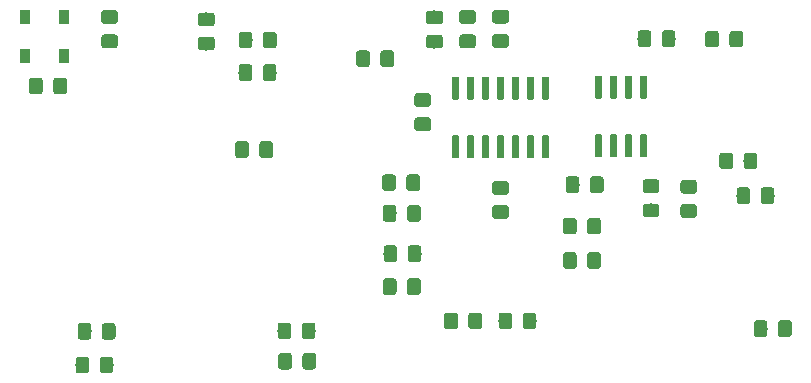
<source format=gbr>
G04 #@! TF.GenerationSoftware,KiCad,Pcbnew,5.1.4+dfsg1-1*
G04 #@! TF.CreationDate,2020-04-10T18:02:15-04:00*
G04 #@! TF.ProjectId,LilMix,4c696c4d-6978-42e6-9b69-6361645f7063,rev?*
G04 #@! TF.SameCoordinates,Original*
G04 #@! TF.FileFunction,Paste,Bot*
G04 #@! TF.FilePolarity,Positive*
%FSLAX46Y46*%
G04 Gerber Fmt 4.6, Leading zero omitted, Abs format (unit mm)*
G04 Created by KiCad (PCBNEW 5.1.4+dfsg1-1) date 2020-04-10 18:02:15*
%MOMM*%
%LPD*%
G04 APERTURE LIST*
%ADD10C,0.100000*%
%ADD11C,1.150000*%
%ADD12C,0.600000*%
%ADD13R,0.900000X1.200000*%
G04 APERTURE END LIST*
D10*
G36*
X119861505Y-96214804D02*
G01*
X119885773Y-96218404D01*
X119909572Y-96224365D01*
X119932671Y-96232630D01*
X119954850Y-96243120D01*
X119975893Y-96255732D01*
X119995599Y-96270347D01*
X120013777Y-96286823D01*
X120030253Y-96305001D01*
X120044868Y-96324707D01*
X120057480Y-96345750D01*
X120067970Y-96367929D01*
X120076235Y-96391028D01*
X120082196Y-96414827D01*
X120085796Y-96439095D01*
X120087000Y-96463599D01*
X120087000Y-97363601D01*
X120085796Y-97388105D01*
X120082196Y-97412373D01*
X120076235Y-97436172D01*
X120067970Y-97459271D01*
X120057480Y-97481450D01*
X120044868Y-97502493D01*
X120030253Y-97522199D01*
X120013777Y-97540377D01*
X119995599Y-97556853D01*
X119975893Y-97571468D01*
X119954850Y-97584080D01*
X119932671Y-97594570D01*
X119909572Y-97602835D01*
X119885773Y-97608796D01*
X119861505Y-97612396D01*
X119837001Y-97613600D01*
X119186999Y-97613600D01*
X119162495Y-97612396D01*
X119138227Y-97608796D01*
X119114428Y-97602835D01*
X119091329Y-97594570D01*
X119069150Y-97584080D01*
X119048107Y-97571468D01*
X119028401Y-97556853D01*
X119010223Y-97540377D01*
X118993747Y-97522199D01*
X118979132Y-97502493D01*
X118966520Y-97481450D01*
X118956030Y-97459271D01*
X118947765Y-97436172D01*
X118941804Y-97412373D01*
X118938204Y-97388105D01*
X118937000Y-97363601D01*
X118937000Y-96463599D01*
X118938204Y-96439095D01*
X118941804Y-96414827D01*
X118947765Y-96391028D01*
X118956030Y-96367929D01*
X118966520Y-96345750D01*
X118979132Y-96324707D01*
X118993747Y-96305001D01*
X119010223Y-96286823D01*
X119028401Y-96270347D01*
X119048107Y-96255732D01*
X119069150Y-96243120D01*
X119091329Y-96232630D01*
X119114428Y-96224365D01*
X119138227Y-96218404D01*
X119162495Y-96214804D01*
X119186999Y-96213600D01*
X119837001Y-96213600D01*
X119861505Y-96214804D01*
X119861505Y-96214804D01*
G37*
D11*
X119512000Y-96913600D03*
D10*
G36*
X117811505Y-96214804D02*
G01*
X117835773Y-96218404D01*
X117859572Y-96224365D01*
X117882671Y-96232630D01*
X117904850Y-96243120D01*
X117925893Y-96255732D01*
X117945599Y-96270347D01*
X117963777Y-96286823D01*
X117980253Y-96305001D01*
X117994868Y-96324707D01*
X118007480Y-96345750D01*
X118017970Y-96367929D01*
X118026235Y-96391028D01*
X118032196Y-96414827D01*
X118035796Y-96439095D01*
X118037000Y-96463599D01*
X118037000Y-97363601D01*
X118035796Y-97388105D01*
X118032196Y-97412373D01*
X118026235Y-97436172D01*
X118017970Y-97459271D01*
X118007480Y-97481450D01*
X117994868Y-97502493D01*
X117980253Y-97522199D01*
X117963777Y-97540377D01*
X117945599Y-97556853D01*
X117925893Y-97571468D01*
X117904850Y-97584080D01*
X117882671Y-97594570D01*
X117859572Y-97602835D01*
X117835773Y-97608796D01*
X117811505Y-97612396D01*
X117787001Y-97613600D01*
X117136999Y-97613600D01*
X117112495Y-97612396D01*
X117088227Y-97608796D01*
X117064428Y-97602835D01*
X117041329Y-97594570D01*
X117019150Y-97584080D01*
X116998107Y-97571468D01*
X116978401Y-97556853D01*
X116960223Y-97540377D01*
X116943747Y-97522199D01*
X116929132Y-97502493D01*
X116916520Y-97481450D01*
X116906030Y-97459271D01*
X116897765Y-97436172D01*
X116891804Y-97412373D01*
X116888204Y-97388105D01*
X116887000Y-97363601D01*
X116887000Y-96463599D01*
X116888204Y-96439095D01*
X116891804Y-96414827D01*
X116897765Y-96391028D01*
X116906030Y-96367929D01*
X116916520Y-96345750D01*
X116929132Y-96324707D01*
X116943747Y-96305001D01*
X116960223Y-96286823D01*
X116978401Y-96270347D01*
X116998107Y-96255732D01*
X117019150Y-96243120D01*
X117041329Y-96232630D01*
X117064428Y-96224365D01*
X117088227Y-96218404D01*
X117112495Y-96214804D01*
X117136999Y-96213600D01*
X117787001Y-96213600D01*
X117811505Y-96214804D01*
X117811505Y-96214804D01*
G37*
D11*
X117462000Y-96913600D03*
D10*
G36*
X129599505Y-101901204D02*
G01*
X129623773Y-101904804D01*
X129647572Y-101910765D01*
X129670671Y-101919030D01*
X129692850Y-101929520D01*
X129713893Y-101942132D01*
X129733599Y-101956747D01*
X129751777Y-101973223D01*
X129768253Y-101991401D01*
X129782868Y-102011107D01*
X129795480Y-102032150D01*
X129805970Y-102054329D01*
X129814235Y-102077428D01*
X129820196Y-102101227D01*
X129823796Y-102125495D01*
X129825000Y-102149999D01*
X129825000Y-103050001D01*
X129823796Y-103074505D01*
X129820196Y-103098773D01*
X129814235Y-103122572D01*
X129805970Y-103145671D01*
X129795480Y-103167850D01*
X129782868Y-103188893D01*
X129768253Y-103208599D01*
X129751777Y-103226777D01*
X129733599Y-103243253D01*
X129713893Y-103257868D01*
X129692850Y-103270480D01*
X129670671Y-103280970D01*
X129647572Y-103289235D01*
X129623773Y-103295196D01*
X129599505Y-103298796D01*
X129575001Y-103300000D01*
X128924999Y-103300000D01*
X128900495Y-103298796D01*
X128876227Y-103295196D01*
X128852428Y-103289235D01*
X128829329Y-103280970D01*
X128807150Y-103270480D01*
X128786107Y-103257868D01*
X128766401Y-103243253D01*
X128748223Y-103226777D01*
X128731747Y-103208599D01*
X128717132Y-103188893D01*
X128704520Y-103167850D01*
X128694030Y-103145671D01*
X128685765Y-103122572D01*
X128679804Y-103098773D01*
X128676204Y-103074505D01*
X128675000Y-103050001D01*
X128675000Y-102149999D01*
X128676204Y-102125495D01*
X128679804Y-102101227D01*
X128685765Y-102077428D01*
X128694030Y-102054329D01*
X128704520Y-102032150D01*
X128717132Y-102011107D01*
X128731747Y-101991401D01*
X128748223Y-101973223D01*
X128766401Y-101956747D01*
X128786107Y-101942132D01*
X128807150Y-101929520D01*
X128829329Y-101919030D01*
X128852428Y-101910765D01*
X128876227Y-101904804D01*
X128900495Y-101901204D01*
X128924999Y-101900000D01*
X129575001Y-101900000D01*
X129599505Y-101901204D01*
X129599505Y-101901204D01*
G37*
D11*
X129250000Y-102600000D03*
D10*
G36*
X127549505Y-101901204D02*
G01*
X127573773Y-101904804D01*
X127597572Y-101910765D01*
X127620671Y-101919030D01*
X127642850Y-101929520D01*
X127663893Y-101942132D01*
X127683599Y-101956747D01*
X127701777Y-101973223D01*
X127718253Y-101991401D01*
X127732868Y-102011107D01*
X127745480Y-102032150D01*
X127755970Y-102054329D01*
X127764235Y-102077428D01*
X127770196Y-102101227D01*
X127773796Y-102125495D01*
X127775000Y-102149999D01*
X127775000Y-103050001D01*
X127773796Y-103074505D01*
X127770196Y-103098773D01*
X127764235Y-103122572D01*
X127755970Y-103145671D01*
X127745480Y-103167850D01*
X127732868Y-103188893D01*
X127718253Y-103208599D01*
X127701777Y-103226777D01*
X127683599Y-103243253D01*
X127663893Y-103257868D01*
X127642850Y-103270480D01*
X127620671Y-103280970D01*
X127597572Y-103289235D01*
X127573773Y-103295196D01*
X127549505Y-103298796D01*
X127525001Y-103300000D01*
X126874999Y-103300000D01*
X126850495Y-103298796D01*
X126826227Y-103295196D01*
X126802428Y-103289235D01*
X126779329Y-103280970D01*
X126757150Y-103270480D01*
X126736107Y-103257868D01*
X126716401Y-103243253D01*
X126698223Y-103226777D01*
X126681747Y-103208599D01*
X126667132Y-103188893D01*
X126654520Y-103167850D01*
X126644030Y-103145671D01*
X126635765Y-103122572D01*
X126629804Y-103098773D01*
X126626204Y-103074505D01*
X126625000Y-103050001D01*
X126625000Y-102149999D01*
X126626204Y-102125495D01*
X126629804Y-102101227D01*
X126635765Y-102077428D01*
X126644030Y-102054329D01*
X126654520Y-102032150D01*
X126667132Y-102011107D01*
X126681747Y-101991401D01*
X126698223Y-101973223D01*
X126716401Y-101956747D01*
X126736107Y-101942132D01*
X126757150Y-101929520D01*
X126779329Y-101919030D01*
X126802428Y-101910765D01*
X126826227Y-101904804D01*
X126850495Y-101901204D01*
X126874999Y-101900000D01*
X127525001Y-101900000D01*
X127549505Y-101901204D01*
X127549505Y-101901204D01*
G37*
D11*
X127200000Y-102600000D03*
D10*
G36*
X122949505Y-101901204D02*
G01*
X122973773Y-101904804D01*
X122997572Y-101910765D01*
X123020671Y-101919030D01*
X123042850Y-101929520D01*
X123063893Y-101942132D01*
X123083599Y-101956747D01*
X123101777Y-101973223D01*
X123118253Y-101991401D01*
X123132868Y-102011107D01*
X123145480Y-102032150D01*
X123155970Y-102054329D01*
X123164235Y-102077428D01*
X123170196Y-102101227D01*
X123173796Y-102125495D01*
X123175000Y-102149999D01*
X123175000Y-103050001D01*
X123173796Y-103074505D01*
X123170196Y-103098773D01*
X123164235Y-103122572D01*
X123155970Y-103145671D01*
X123145480Y-103167850D01*
X123132868Y-103188893D01*
X123118253Y-103208599D01*
X123101777Y-103226777D01*
X123083599Y-103243253D01*
X123063893Y-103257868D01*
X123042850Y-103270480D01*
X123020671Y-103280970D01*
X122997572Y-103289235D01*
X122973773Y-103295196D01*
X122949505Y-103298796D01*
X122925001Y-103300000D01*
X122274999Y-103300000D01*
X122250495Y-103298796D01*
X122226227Y-103295196D01*
X122202428Y-103289235D01*
X122179329Y-103280970D01*
X122157150Y-103270480D01*
X122136107Y-103257868D01*
X122116401Y-103243253D01*
X122098223Y-103226777D01*
X122081747Y-103208599D01*
X122067132Y-103188893D01*
X122054520Y-103167850D01*
X122044030Y-103145671D01*
X122035765Y-103122572D01*
X122029804Y-103098773D01*
X122026204Y-103074505D01*
X122025000Y-103050001D01*
X122025000Y-102149999D01*
X122026204Y-102125495D01*
X122029804Y-102101227D01*
X122035765Y-102077428D01*
X122044030Y-102054329D01*
X122054520Y-102032150D01*
X122067132Y-102011107D01*
X122081747Y-101991401D01*
X122098223Y-101973223D01*
X122116401Y-101956747D01*
X122136107Y-101942132D01*
X122157150Y-101929520D01*
X122179329Y-101919030D01*
X122202428Y-101910765D01*
X122226227Y-101904804D01*
X122250495Y-101901204D01*
X122274999Y-101900000D01*
X122925001Y-101900000D01*
X122949505Y-101901204D01*
X122949505Y-101901204D01*
G37*
D11*
X122600000Y-102600000D03*
D10*
G36*
X124999505Y-101901204D02*
G01*
X125023773Y-101904804D01*
X125047572Y-101910765D01*
X125070671Y-101919030D01*
X125092850Y-101929520D01*
X125113893Y-101942132D01*
X125133599Y-101956747D01*
X125151777Y-101973223D01*
X125168253Y-101991401D01*
X125182868Y-102011107D01*
X125195480Y-102032150D01*
X125205970Y-102054329D01*
X125214235Y-102077428D01*
X125220196Y-102101227D01*
X125223796Y-102125495D01*
X125225000Y-102149999D01*
X125225000Y-103050001D01*
X125223796Y-103074505D01*
X125220196Y-103098773D01*
X125214235Y-103122572D01*
X125205970Y-103145671D01*
X125195480Y-103167850D01*
X125182868Y-103188893D01*
X125168253Y-103208599D01*
X125151777Y-103226777D01*
X125133599Y-103243253D01*
X125113893Y-103257868D01*
X125092850Y-103270480D01*
X125070671Y-103280970D01*
X125047572Y-103289235D01*
X125023773Y-103295196D01*
X124999505Y-103298796D01*
X124975001Y-103300000D01*
X124324999Y-103300000D01*
X124300495Y-103298796D01*
X124276227Y-103295196D01*
X124252428Y-103289235D01*
X124229329Y-103280970D01*
X124207150Y-103270480D01*
X124186107Y-103257868D01*
X124166401Y-103243253D01*
X124148223Y-103226777D01*
X124131747Y-103208599D01*
X124117132Y-103188893D01*
X124104520Y-103167850D01*
X124094030Y-103145671D01*
X124085765Y-103122572D01*
X124079804Y-103098773D01*
X124076204Y-103074505D01*
X124075000Y-103050001D01*
X124075000Y-102149999D01*
X124076204Y-102125495D01*
X124079804Y-102101227D01*
X124085765Y-102077428D01*
X124094030Y-102054329D01*
X124104520Y-102032150D01*
X124117132Y-102011107D01*
X124131747Y-101991401D01*
X124148223Y-101973223D01*
X124166401Y-101956747D01*
X124186107Y-101942132D01*
X124207150Y-101929520D01*
X124229329Y-101919030D01*
X124252428Y-101910765D01*
X124276227Y-101904804D01*
X124300495Y-101901204D01*
X124324999Y-101900000D01*
X124975001Y-101900000D01*
X124999505Y-101901204D01*
X124999505Y-101901204D01*
G37*
D11*
X124650000Y-102600000D03*
D10*
G36*
X135259703Y-86800722D02*
G01*
X135274264Y-86802882D01*
X135288543Y-86806459D01*
X135302403Y-86811418D01*
X135315710Y-86817712D01*
X135328336Y-86825280D01*
X135340159Y-86834048D01*
X135351066Y-86843934D01*
X135360952Y-86854841D01*
X135369720Y-86866664D01*
X135377288Y-86879290D01*
X135383582Y-86892597D01*
X135388541Y-86906457D01*
X135392118Y-86920736D01*
X135394278Y-86935297D01*
X135395000Y-86950000D01*
X135395000Y-88600000D01*
X135394278Y-88614703D01*
X135392118Y-88629264D01*
X135388541Y-88643543D01*
X135383582Y-88657403D01*
X135377288Y-88670710D01*
X135369720Y-88683336D01*
X135360952Y-88695159D01*
X135351066Y-88706066D01*
X135340159Y-88715952D01*
X135328336Y-88724720D01*
X135315710Y-88732288D01*
X135302403Y-88738582D01*
X135288543Y-88743541D01*
X135274264Y-88747118D01*
X135259703Y-88749278D01*
X135245000Y-88750000D01*
X134945000Y-88750000D01*
X134930297Y-88749278D01*
X134915736Y-88747118D01*
X134901457Y-88743541D01*
X134887597Y-88738582D01*
X134874290Y-88732288D01*
X134861664Y-88724720D01*
X134849841Y-88715952D01*
X134838934Y-88706066D01*
X134829048Y-88695159D01*
X134820280Y-88683336D01*
X134812712Y-88670710D01*
X134806418Y-88657403D01*
X134801459Y-88643543D01*
X134797882Y-88629264D01*
X134795722Y-88614703D01*
X134795000Y-88600000D01*
X134795000Y-86950000D01*
X134795722Y-86935297D01*
X134797882Y-86920736D01*
X134801459Y-86906457D01*
X134806418Y-86892597D01*
X134812712Y-86879290D01*
X134820280Y-86866664D01*
X134829048Y-86854841D01*
X134838934Y-86843934D01*
X134849841Y-86834048D01*
X134861664Y-86825280D01*
X134874290Y-86817712D01*
X134887597Y-86811418D01*
X134901457Y-86806459D01*
X134915736Y-86802882D01*
X134930297Y-86800722D01*
X134945000Y-86800000D01*
X135245000Y-86800000D01*
X135259703Y-86800722D01*
X135259703Y-86800722D01*
G37*
D12*
X135095000Y-87775000D03*
D10*
G36*
X136529703Y-86800722D02*
G01*
X136544264Y-86802882D01*
X136558543Y-86806459D01*
X136572403Y-86811418D01*
X136585710Y-86817712D01*
X136598336Y-86825280D01*
X136610159Y-86834048D01*
X136621066Y-86843934D01*
X136630952Y-86854841D01*
X136639720Y-86866664D01*
X136647288Y-86879290D01*
X136653582Y-86892597D01*
X136658541Y-86906457D01*
X136662118Y-86920736D01*
X136664278Y-86935297D01*
X136665000Y-86950000D01*
X136665000Y-88600000D01*
X136664278Y-88614703D01*
X136662118Y-88629264D01*
X136658541Y-88643543D01*
X136653582Y-88657403D01*
X136647288Y-88670710D01*
X136639720Y-88683336D01*
X136630952Y-88695159D01*
X136621066Y-88706066D01*
X136610159Y-88715952D01*
X136598336Y-88724720D01*
X136585710Y-88732288D01*
X136572403Y-88738582D01*
X136558543Y-88743541D01*
X136544264Y-88747118D01*
X136529703Y-88749278D01*
X136515000Y-88750000D01*
X136215000Y-88750000D01*
X136200297Y-88749278D01*
X136185736Y-88747118D01*
X136171457Y-88743541D01*
X136157597Y-88738582D01*
X136144290Y-88732288D01*
X136131664Y-88724720D01*
X136119841Y-88715952D01*
X136108934Y-88706066D01*
X136099048Y-88695159D01*
X136090280Y-88683336D01*
X136082712Y-88670710D01*
X136076418Y-88657403D01*
X136071459Y-88643543D01*
X136067882Y-88629264D01*
X136065722Y-88614703D01*
X136065000Y-88600000D01*
X136065000Y-86950000D01*
X136065722Y-86935297D01*
X136067882Y-86920736D01*
X136071459Y-86906457D01*
X136076418Y-86892597D01*
X136082712Y-86879290D01*
X136090280Y-86866664D01*
X136099048Y-86854841D01*
X136108934Y-86843934D01*
X136119841Y-86834048D01*
X136131664Y-86825280D01*
X136144290Y-86817712D01*
X136157597Y-86811418D01*
X136171457Y-86806459D01*
X136185736Y-86802882D01*
X136200297Y-86800722D01*
X136215000Y-86800000D01*
X136515000Y-86800000D01*
X136529703Y-86800722D01*
X136529703Y-86800722D01*
G37*
D12*
X136365000Y-87775000D03*
D10*
G36*
X137799703Y-86800722D02*
G01*
X137814264Y-86802882D01*
X137828543Y-86806459D01*
X137842403Y-86811418D01*
X137855710Y-86817712D01*
X137868336Y-86825280D01*
X137880159Y-86834048D01*
X137891066Y-86843934D01*
X137900952Y-86854841D01*
X137909720Y-86866664D01*
X137917288Y-86879290D01*
X137923582Y-86892597D01*
X137928541Y-86906457D01*
X137932118Y-86920736D01*
X137934278Y-86935297D01*
X137935000Y-86950000D01*
X137935000Y-88600000D01*
X137934278Y-88614703D01*
X137932118Y-88629264D01*
X137928541Y-88643543D01*
X137923582Y-88657403D01*
X137917288Y-88670710D01*
X137909720Y-88683336D01*
X137900952Y-88695159D01*
X137891066Y-88706066D01*
X137880159Y-88715952D01*
X137868336Y-88724720D01*
X137855710Y-88732288D01*
X137842403Y-88738582D01*
X137828543Y-88743541D01*
X137814264Y-88747118D01*
X137799703Y-88749278D01*
X137785000Y-88750000D01*
X137485000Y-88750000D01*
X137470297Y-88749278D01*
X137455736Y-88747118D01*
X137441457Y-88743541D01*
X137427597Y-88738582D01*
X137414290Y-88732288D01*
X137401664Y-88724720D01*
X137389841Y-88715952D01*
X137378934Y-88706066D01*
X137369048Y-88695159D01*
X137360280Y-88683336D01*
X137352712Y-88670710D01*
X137346418Y-88657403D01*
X137341459Y-88643543D01*
X137337882Y-88629264D01*
X137335722Y-88614703D01*
X137335000Y-88600000D01*
X137335000Y-86950000D01*
X137335722Y-86935297D01*
X137337882Y-86920736D01*
X137341459Y-86906457D01*
X137346418Y-86892597D01*
X137352712Y-86879290D01*
X137360280Y-86866664D01*
X137369048Y-86854841D01*
X137378934Y-86843934D01*
X137389841Y-86834048D01*
X137401664Y-86825280D01*
X137414290Y-86817712D01*
X137427597Y-86811418D01*
X137441457Y-86806459D01*
X137455736Y-86802882D01*
X137470297Y-86800722D01*
X137485000Y-86800000D01*
X137785000Y-86800000D01*
X137799703Y-86800722D01*
X137799703Y-86800722D01*
G37*
D12*
X137635000Y-87775000D03*
D10*
G36*
X139069703Y-86800722D02*
G01*
X139084264Y-86802882D01*
X139098543Y-86806459D01*
X139112403Y-86811418D01*
X139125710Y-86817712D01*
X139138336Y-86825280D01*
X139150159Y-86834048D01*
X139161066Y-86843934D01*
X139170952Y-86854841D01*
X139179720Y-86866664D01*
X139187288Y-86879290D01*
X139193582Y-86892597D01*
X139198541Y-86906457D01*
X139202118Y-86920736D01*
X139204278Y-86935297D01*
X139205000Y-86950000D01*
X139205000Y-88600000D01*
X139204278Y-88614703D01*
X139202118Y-88629264D01*
X139198541Y-88643543D01*
X139193582Y-88657403D01*
X139187288Y-88670710D01*
X139179720Y-88683336D01*
X139170952Y-88695159D01*
X139161066Y-88706066D01*
X139150159Y-88715952D01*
X139138336Y-88724720D01*
X139125710Y-88732288D01*
X139112403Y-88738582D01*
X139098543Y-88743541D01*
X139084264Y-88747118D01*
X139069703Y-88749278D01*
X139055000Y-88750000D01*
X138755000Y-88750000D01*
X138740297Y-88749278D01*
X138725736Y-88747118D01*
X138711457Y-88743541D01*
X138697597Y-88738582D01*
X138684290Y-88732288D01*
X138671664Y-88724720D01*
X138659841Y-88715952D01*
X138648934Y-88706066D01*
X138639048Y-88695159D01*
X138630280Y-88683336D01*
X138622712Y-88670710D01*
X138616418Y-88657403D01*
X138611459Y-88643543D01*
X138607882Y-88629264D01*
X138605722Y-88614703D01*
X138605000Y-88600000D01*
X138605000Y-86950000D01*
X138605722Y-86935297D01*
X138607882Y-86920736D01*
X138611459Y-86906457D01*
X138616418Y-86892597D01*
X138622712Y-86879290D01*
X138630280Y-86866664D01*
X138639048Y-86854841D01*
X138648934Y-86843934D01*
X138659841Y-86834048D01*
X138671664Y-86825280D01*
X138684290Y-86817712D01*
X138697597Y-86811418D01*
X138711457Y-86806459D01*
X138725736Y-86802882D01*
X138740297Y-86800722D01*
X138755000Y-86800000D01*
X139055000Y-86800000D01*
X139069703Y-86800722D01*
X139069703Y-86800722D01*
G37*
D12*
X138905000Y-87775000D03*
D10*
G36*
X139069703Y-81850722D02*
G01*
X139084264Y-81852882D01*
X139098543Y-81856459D01*
X139112403Y-81861418D01*
X139125710Y-81867712D01*
X139138336Y-81875280D01*
X139150159Y-81884048D01*
X139161066Y-81893934D01*
X139170952Y-81904841D01*
X139179720Y-81916664D01*
X139187288Y-81929290D01*
X139193582Y-81942597D01*
X139198541Y-81956457D01*
X139202118Y-81970736D01*
X139204278Y-81985297D01*
X139205000Y-82000000D01*
X139205000Y-83650000D01*
X139204278Y-83664703D01*
X139202118Y-83679264D01*
X139198541Y-83693543D01*
X139193582Y-83707403D01*
X139187288Y-83720710D01*
X139179720Y-83733336D01*
X139170952Y-83745159D01*
X139161066Y-83756066D01*
X139150159Y-83765952D01*
X139138336Y-83774720D01*
X139125710Y-83782288D01*
X139112403Y-83788582D01*
X139098543Y-83793541D01*
X139084264Y-83797118D01*
X139069703Y-83799278D01*
X139055000Y-83800000D01*
X138755000Y-83800000D01*
X138740297Y-83799278D01*
X138725736Y-83797118D01*
X138711457Y-83793541D01*
X138697597Y-83788582D01*
X138684290Y-83782288D01*
X138671664Y-83774720D01*
X138659841Y-83765952D01*
X138648934Y-83756066D01*
X138639048Y-83745159D01*
X138630280Y-83733336D01*
X138622712Y-83720710D01*
X138616418Y-83707403D01*
X138611459Y-83693543D01*
X138607882Y-83679264D01*
X138605722Y-83664703D01*
X138605000Y-83650000D01*
X138605000Y-82000000D01*
X138605722Y-81985297D01*
X138607882Y-81970736D01*
X138611459Y-81956457D01*
X138616418Y-81942597D01*
X138622712Y-81929290D01*
X138630280Y-81916664D01*
X138639048Y-81904841D01*
X138648934Y-81893934D01*
X138659841Y-81884048D01*
X138671664Y-81875280D01*
X138684290Y-81867712D01*
X138697597Y-81861418D01*
X138711457Y-81856459D01*
X138725736Y-81852882D01*
X138740297Y-81850722D01*
X138755000Y-81850000D01*
X139055000Y-81850000D01*
X139069703Y-81850722D01*
X139069703Y-81850722D01*
G37*
D12*
X138905000Y-82825000D03*
D10*
G36*
X137799703Y-81850722D02*
G01*
X137814264Y-81852882D01*
X137828543Y-81856459D01*
X137842403Y-81861418D01*
X137855710Y-81867712D01*
X137868336Y-81875280D01*
X137880159Y-81884048D01*
X137891066Y-81893934D01*
X137900952Y-81904841D01*
X137909720Y-81916664D01*
X137917288Y-81929290D01*
X137923582Y-81942597D01*
X137928541Y-81956457D01*
X137932118Y-81970736D01*
X137934278Y-81985297D01*
X137935000Y-82000000D01*
X137935000Y-83650000D01*
X137934278Y-83664703D01*
X137932118Y-83679264D01*
X137928541Y-83693543D01*
X137923582Y-83707403D01*
X137917288Y-83720710D01*
X137909720Y-83733336D01*
X137900952Y-83745159D01*
X137891066Y-83756066D01*
X137880159Y-83765952D01*
X137868336Y-83774720D01*
X137855710Y-83782288D01*
X137842403Y-83788582D01*
X137828543Y-83793541D01*
X137814264Y-83797118D01*
X137799703Y-83799278D01*
X137785000Y-83800000D01*
X137485000Y-83800000D01*
X137470297Y-83799278D01*
X137455736Y-83797118D01*
X137441457Y-83793541D01*
X137427597Y-83788582D01*
X137414290Y-83782288D01*
X137401664Y-83774720D01*
X137389841Y-83765952D01*
X137378934Y-83756066D01*
X137369048Y-83745159D01*
X137360280Y-83733336D01*
X137352712Y-83720710D01*
X137346418Y-83707403D01*
X137341459Y-83693543D01*
X137337882Y-83679264D01*
X137335722Y-83664703D01*
X137335000Y-83650000D01*
X137335000Y-82000000D01*
X137335722Y-81985297D01*
X137337882Y-81970736D01*
X137341459Y-81956457D01*
X137346418Y-81942597D01*
X137352712Y-81929290D01*
X137360280Y-81916664D01*
X137369048Y-81904841D01*
X137378934Y-81893934D01*
X137389841Y-81884048D01*
X137401664Y-81875280D01*
X137414290Y-81867712D01*
X137427597Y-81861418D01*
X137441457Y-81856459D01*
X137455736Y-81852882D01*
X137470297Y-81850722D01*
X137485000Y-81850000D01*
X137785000Y-81850000D01*
X137799703Y-81850722D01*
X137799703Y-81850722D01*
G37*
D12*
X137635000Y-82825000D03*
D10*
G36*
X136529703Y-81850722D02*
G01*
X136544264Y-81852882D01*
X136558543Y-81856459D01*
X136572403Y-81861418D01*
X136585710Y-81867712D01*
X136598336Y-81875280D01*
X136610159Y-81884048D01*
X136621066Y-81893934D01*
X136630952Y-81904841D01*
X136639720Y-81916664D01*
X136647288Y-81929290D01*
X136653582Y-81942597D01*
X136658541Y-81956457D01*
X136662118Y-81970736D01*
X136664278Y-81985297D01*
X136665000Y-82000000D01*
X136665000Y-83650000D01*
X136664278Y-83664703D01*
X136662118Y-83679264D01*
X136658541Y-83693543D01*
X136653582Y-83707403D01*
X136647288Y-83720710D01*
X136639720Y-83733336D01*
X136630952Y-83745159D01*
X136621066Y-83756066D01*
X136610159Y-83765952D01*
X136598336Y-83774720D01*
X136585710Y-83782288D01*
X136572403Y-83788582D01*
X136558543Y-83793541D01*
X136544264Y-83797118D01*
X136529703Y-83799278D01*
X136515000Y-83800000D01*
X136215000Y-83800000D01*
X136200297Y-83799278D01*
X136185736Y-83797118D01*
X136171457Y-83793541D01*
X136157597Y-83788582D01*
X136144290Y-83782288D01*
X136131664Y-83774720D01*
X136119841Y-83765952D01*
X136108934Y-83756066D01*
X136099048Y-83745159D01*
X136090280Y-83733336D01*
X136082712Y-83720710D01*
X136076418Y-83707403D01*
X136071459Y-83693543D01*
X136067882Y-83679264D01*
X136065722Y-83664703D01*
X136065000Y-83650000D01*
X136065000Y-82000000D01*
X136065722Y-81985297D01*
X136067882Y-81970736D01*
X136071459Y-81956457D01*
X136076418Y-81942597D01*
X136082712Y-81929290D01*
X136090280Y-81916664D01*
X136099048Y-81904841D01*
X136108934Y-81893934D01*
X136119841Y-81884048D01*
X136131664Y-81875280D01*
X136144290Y-81867712D01*
X136157597Y-81861418D01*
X136171457Y-81856459D01*
X136185736Y-81852882D01*
X136200297Y-81850722D01*
X136215000Y-81850000D01*
X136515000Y-81850000D01*
X136529703Y-81850722D01*
X136529703Y-81850722D01*
G37*
D12*
X136365000Y-82825000D03*
D10*
G36*
X135259703Y-81850722D02*
G01*
X135274264Y-81852882D01*
X135288543Y-81856459D01*
X135302403Y-81861418D01*
X135315710Y-81867712D01*
X135328336Y-81875280D01*
X135340159Y-81884048D01*
X135351066Y-81893934D01*
X135360952Y-81904841D01*
X135369720Y-81916664D01*
X135377288Y-81929290D01*
X135383582Y-81942597D01*
X135388541Y-81956457D01*
X135392118Y-81970736D01*
X135394278Y-81985297D01*
X135395000Y-82000000D01*
X135395000Y-83650000D01*
X135394278Y-83664703D01*
X135392118Y-83679264D01*
X135388541Y-83693543D01*
X135383582Y-83707403D01*
X135377288Y-83720710D01*
X135369720Y-83733336D01*
X135360952Y-83745159D01*
X135351066Y-83756066D01*
X135340159Y-83765952D01*
X135328336Y-83774720D01*
X135315710Y-83782288D01*
X135302403Y-83788582D01*
X135288543Y-83793541D01*
X135274264Y-83797118D01*
X135259703Y-83799278D01*
X135245000Y-83800000D01*
X134945000Y-83800000D01*
X134930297Y-83799278D01*
X134915736Y-83797118D01*
X134901457Y-83793541D01*
X134887597Y-83788582D01*
X134874290Y-83782288D01*
X134861664Y-83774720D01*
X134849841Y-83765952D01*
X134838934Y-83756066D01*
X134829048Y-83745159D01*
X134820280Y-83733336D01*
X134812712Y-83720710D01*
X134806418Y-83707403D01*
X134801459Y-83693543D01*
X134797882Y-83679264D01*
X134795722Y-83664703D01*
X134795000Y-83650000D01*
X134795000Y-82000000D01*
X134795722Y-81985297D01*
X134797882Y-81970736D01*
X134801459Y-81956457D01*
X134806418Y-81942597D01*
X134812712Y-81929290D01*
X134820280Y-81916664D01*
X134829048Y-81904841D01*
X134838934Y-81893934D01*
X134849841Y-81884048D01*
X134861664Y-81875280D01*
X134874290Y-81867712D01*
X134887597Y-81861418D01*
X134901457Y-81856459D01*
X134915736Y-81852882D01*
X134930297Y-81850722D01*
X134945000Y-81850000D01*
X135245000Y-81850000D01*
X135259703Y-81850722D01*
X135259703Y-81850722D01*
G37*
D12*
X135095000Y-82825000D03*
D10*
G36*
X130764703Y-81920722D02*
G01*
X130779264Y-81922882D01*
X130793543Y-81926459D01*
X130807403Y-81931418D01*
X130820710Y-81937712D01*
X130833336Y-81945280D01*
X130845159Y-81954048D01*
X130856066Y-81963934D01*
X130865952Y-81974841D01*
X130874720Y-81986664D01*
X130882288Y-81999290D01*
X130888582Y-82012597D01*
X130893541Y-82026457D01*
X130897118Y-82040736D01*
X130899278Y-82055297D01*
X130900000Y-82070000D01*
X130900000Y-83720000D01*
X130899278Y-83734703D01*
X130897118Y-83749264D01*
X130893541Y-83763543D01*
X130888582Y-83777403D01*
X130882288Y-83790710D01*
X130874720Y-83803336D01*
X130865952Y-83815159D01*
X130856066Y-83826066D01*
X130845159Y-83835952D01*
X130833336Y-83844720D01*
X130820710Y-83852288D01*
X130807403Y-83858582D01*
X130793543Y-83863541D01*
X130779264Y-83867118D01*
X130764703Y-83869278D01*
X130750000Y-83870000D01*
X130450000Y-83870000D01*
X130435297Y-83869278D01*
X130420736Y-83867118D01*
X130406457Y-83863541D01*
X130392597Y-83858582D01*
X130379290Y-83852288D01*
X130366664Y-83844720D01*
X130354841Y-83835952D01*
X130343934Y-83826066D01*
X130334048Y-83815159D01*
X130325280Y-83803336D01*
X130317712Y-83790710D01*
X130311418Y-83777403D01*
X130306459Y-83763543D01*
X130302882Y-83749264D01*
X130300722Y-83734703D01*
X130300000Y-83720000D01*
X130300000Y-82070000D01*
X130300722Y-82055297D01*
X130302882Y-82040736D01*
X130306459Y-82026457D01*
X130311418Y-82012597D01*
X130317712Y-81999290D01*
X130325280Y-81986664D01*
X130334048Y-81974841D01*
X130343934Y-81963934D01*
X130354841Y-81954048D01*
X130366664Y-81945280D01*
X130379290Y-81937712D01*
X130392597Y-81931418D01*
X130406457Y-81926459D01*
X130420736Y-81922882D01*
X130435297Y-81920722D01*
X130450000Y-81920000D01*
X130750000Y-81920000D01*
X130764703Y-81920722D01*
X130764703Y-81920722D01*
G37*
D12*
X130600000Y-82895000D03*
D10*
G36*
X129494703Y-81920722D02*
G01*
X129509264Y-81922882D01*
X129523543Y-81926459D01*
X129537403Y-81931418D01*
X129550710Y-81937712D01*
X129563336Y-81945280D01*
X129575159Y-81954048D01*
X129586066Y-81963934D01*
X129595952Y-81974841D01*
X129604720Y-81986664D01*
X129612288Y-81999290D01*
X129618582Y-82012597D01*
X129623541Y-82026457D01*
X129627118Y-82040736D01*
X129629278Y-82055297D01*
X129630000Y-82070000D01*
X129630000Y-83720000D01*
X129629278Y-83734703D01*
X129627118Y-83749264D01*
X129623541Y-83763543D01*
X129618582Y-83777403D01*
X129612288Y-83790710D01*
X129604720Y-83803336D01*
X129595952Y-83815159D01*
X129586066Y-83826066D01*
X129575159Y-83835952D01*
X129563336Y-83844720D01*
X129550710Y-83852288D01*
X129537403Y-83858582D01*
X129523543Y-83863541D01*
X129509264Y-83867118D01*
X129494703Y-83869278D01*
X129480000Y-83870000D01*
X129180000Y-83870000D01*
X129165297Y-83869278D01*
X129150736Y-83867118D01*
X129136457Y-83863541D01*
X129122597Y-83858582D01*
X129109290Y-83852288D01*
X129096664Y-83844720D01*
X129084841Y-83835952D01*
X129073934Y-83826066D01*
X129064048Y-83815159D01*
X129055280Y-83803336D01*
X129047712Y-83790710D01*
X129041418Y-83777403D01*
X129036459Y-83763543D01*
X129032882Y-83749264D01*
X129030722Y-83734703D01*
X129030000Y-83720000D01*
X129030000Y-82070000D01*
X129030722Y-82055297D01*
X129032882Y-82040736D01*
X129036459Y-82026457D01*
X129041418Y-82012597D01*
X129047712Y-81999290D01*
X129055280Y-81986664D01*
X129064048Y-81974841D01*
X129073934Y-81963934D01*
X129084841Y-81954048D01*
X129096664Y-81945280D01*
X129109290Y-81937712D01*
X129122597Y-81931418D01*
X129136457Y-81926459D01*
X129150736Y-81922882D01*
X129165297Y-81920722D01*
X129180000Y-81920000D01*
X129480000Y-81920000D01*
X129494703Y-81920722D01*
X129494703Y-81920722D01*
G37*
D12*
X129330000Y-82895000D03*
D10*
G36*
X128224703Y-81920722D02*
G01*
X128239264Y-81922882D01*
X128253543Y-81926459D01*
X128267403Y-81931418D01*
X128280710Y-81937712D01*
X128293336Y-81945280D01*
X128305159Y-81954048D01*
X128316066Y-81963934D01*
X128325952Y-81974841D01*
X128334720Y-81986664D01*
X128342288Y-81999290D01*
X128348582Y-82012597D01*
X128353541Y-82026457D01*
X128357118Y-82040736D01*
X128359278Y-82055297D01*
X128360000Y-82070000D01*
X128360000Y-83720000D01*
X128359278Y-83734703D01*
X128357118Y-83749264D01*
X128353541Y-83763543D01*
X128348582Y-83777403D01*
X128342288Y-83790710D01*
X128334720Y-83803336D01*
X128325952Y-83815159D01*
X128316066Y-83826066D01*
X128305159Y-83835952D01*
X128293336Y-83844720D01*
X128280710Y-83852288D01*
X128267403Y-83858582D01*
X128253543Y-83863541D01*
X128239264Y-83867118D01*
X128224703Y-83869278D01*
X128210000Y-83870000D01*
X127910000Y-83870000D01*
X127895297Y-83869278D01*
X127880736Y-83867118D01*
X127866457Y-83863541D01*
X127852597Y-83858582D01*
X127839290Y-83852288D01*
X127826664Y-83844720D01*
X127814841Y-83835952D01*
X127803934Y-83826066D01*
X127794048Y-83815159D01*
X127785280Y-83803336D01*
X127777712Y-83790710D01*
X127771418Y-83777403D01*
X127766459Y-83763543D01*
X127762882Y-83749264D01*
X127760722Y-83734703D01*
X127760000Y-83720000D01*
X127760000Y-82070000D01*
X127760722Y-82055297D01*
X127762882Y-82040736D01*
X127766459Y-82026457D01*
X127771418Y-82012597D01*
X127777712Y-81999290D01*
X127785280Y-81986664D01*
X127794048Y-81974841D01*
X127803934Y-81963934D01*
X127814841Y-81954048D01*
X127826664Y-81945280D01*
X127839290Y-81937712D01*
X127852597Y-81931418D01*
X127866457Y-81926459D01*
X127880736Y-81922882D01*
X127895297Y-81920722D01*
X127910000Y-81920000D01*
X128210000Y-81920000D01*
X128224703Y-81920722D01*
X128224703Y-81920722D01*
G37*
D12*
X128060000Y-82895000D03*
D10*
G36*
X126954703Y-81920722D02*
G01*
X126969264Y-81922882D01*
X126983543Y-81926459D01*
X126997403Y-81931418D01*
X127010710Y-81937712D01*
X127023336Y-81945280D01*
X127035159Y-81954048D01*
X127046066Y-81963934D01*
X127055952Y-81974841D01*
X127064720Y-81986664D01*
X127072288Y-81999290D01*
X127078582Y-82012597D01*
X127083541Y-82026457D01*
X127087118Y-82040736D01*
X127089278Y-82055297D01*
X127090000Y-82070000D01*
X127090000Y-83720000D01*
X127089278Y-83734703D01*
X127087118Y-83749264D01*
X127083541Y-83763543D01*
X127078582Y-83777403D01*
X127072288Y-83790710D01*
X127064720Y-83803336D01*
X127055952Y-83815159D01*
X127046066Y-83826066D01*
X127035159Y-83835952D01*
X127023336Y-83844720D01*
X127010710Y-83852288D01*
X126997403Y-83858582D01*
X126983543Y-83863541D01*
X126969264Y-83867118D01*
X126954703Y-83869278D01*
X126940000Y-83870000D01*
X126640000Y-83870000D01*
X126625297Y-83869278D01*
X126610736Y-83867118D01*
X126596457Y-83863541D01*
X126582597Y-83858582D01*
X126569290Y-83852288D01*
X126556664Y-83844720D01*
X126544841Y-83835952D01*
X126533934Y-83826066D01*
X126524048Y-83815159D01*
X126515280Y-83803336D01*
X126507712Y-83790710D01*
X126501418Y-83777403D01*
X126496459Y-83763543D01*
X126492882Y-83749264D01*
X126490722Y-83734703D01*
X126490000Y-83720000D01*
X126490000Y-82070000D01*
X126490722Y-82055297D01*
X126492882Y-82040736D01*
X126496459Y-82026457D01*
X126501418Y-82012597D01*
X126507712Y-81999290D01*
X126515280Y-81986664D01*
X126524048Y-81974841D01*
X126533934Y-81963934D01*
X126544841Y-81954048D01*
X126556664Y-81945280D01*
X126569290Y-81937712D01*
X126582597Y-81931418D01*
X126596457Y-81926459D01*
X126610736Y-81922882D01*
X126625297Y-81920722D01*
X126640000Y-81920000D01*
X126940000Y-81920000D01*
X126954703Y-81920722D01*
X126954703Y-81920722D01*
G37*
D12*
X126790000Y-82895000D03*
D10*
G36*
X125684703Y-81920722D02*
G01*
X125699264Y-81922882D01*
X125713543Y-81926459D01*
X125727403Y-81931418D01*
X125740710Y-81937712D01*
X125753336Y-81945280D01*
X125765159Y-81954048D01*
X125776066Y-81963934D01*
X125785952Y-81974841D01*
X125794720Y-81986664D01*
X125802288Y-81999290D01*
X125808582Y-82012597D01*
X125813541Y-82026457D01*
X125817118Y-82040736D01*
X125819278Y-82055297D01*
X125820000Y-82070000D01*
X125820000Y-83720000D01*
X125819278Y-83734703D01*
X125817118Y-83749264D01*
X125813541Y-83763543D01*
X125808582Y-83777403D01*
X125802288Y-83790710D01*
X125794720Y-83803336D01*
X125785952Y-83815159D01*
X125776066Y-83826066D01*
X125765159Y-83835952D01*
X125753336Y-83844720D01*
X125740710Y-83852288D01*
X125727403Y-83858582D01*
X125713543Y-83863541D01*
X125699264Y-83867118D01*
X125684703Y-83869278D01*
X125670000Y-83870000D01*
X125370000Y-83870000D01*
X125355297Y-83869278D01*
X125340736Y-83867118D01*
X125326457Y-83863541D01*
X125312597Y-83858582D01*
X125299290Y-83852288D01*
X125286664Y-83844720D01*
X125274841Y-83835952D01*
X125263934Y-83826066D01*
X125254048Y-83815159D01*
X125245280Y-83803336D01*
X125237712Y-83790710D01*
X125231418Y-83777403D01*
X125226459Y-83763543D01*
X125222882Y-83749264D01*
X125220722Y-83734703D01*
X125220000Y-83720000D01*
X125220000Y-82070000D01*
X125220722Y-82055297D01*
X125222882Y-82040736D01*
X125226459Y-82026457D01*
X125231418Y-82012597D01*
X125237712Y-81999290D01*
X125245280Y-81986664D01*
X125254048Y-81974841D01*
X125263934Y-81963934D01*
X125274841Y-81954048D01*
X125286664Y-81945280D01*
X125299290Y-81937712D01*
X125312597Y-81931418D01*
X125326457Y-81926459D01*
X125340736Y-81922882D01*
X125355297Y-81920722D01*
X125370000Y-81920000D01*
X125670000Y-81920000D01*
X125684703Y-81920722D01*
X125684703Y-81920722D01*
G37*
D12*
X125520000Y-82895000D03*
D10*
G36*
X124414703Y-81920722D02*
G01*
X124429264Y-81922882D01*
X124443543Y-81926459D01*
X124457403Y-81931418D01*
X124470710Y-81937712D01*
X124483336Y-81945280D01*
X124495159Y-81954048D01*
X124506066Y-81963934D01*
X124515952Y-81974841D01*
X124524720Y-81986664D01*
X124532288Y-81999290D01*
X124538582Y-82012597D01*
X124543541Y-82026457D01*
X124547118Y-82040736D01*
X124549278Y-82055297D01*
X124550000Y-82070000D01*
X124550000Y-83720000D01*
X124549278Y-83734703D01*
X124547118Y-83749264D01*
X124543541Y-83763543D01*
X124538582Y-83777403D01*
X124532288Y-83790710D01*
X124524720Y-83803336D01*
X124515952Y-83815159D01*
X124506066Y-83826066D01*
X124495159Y-83835952D01*
X124483336Y-83844720D01*
X124470710Y-83852288D01*
X124457403Y-83858582D01*
X124443543Y-83863541D01*
X124429264Y-83867118D01*
X124414703Y-83869278D01*
X124400000Y-83870000D01*
X124100000Y-83870000D01*
X124085297Y-83869278D01*
X124070736Y-83867118D01*
X124056457Y-83863541D01*
X124042597Y-83858582D01*
X124029290Y-83852288D01*
X124016664Y-83844720D01*
X124004841Y-83835952D01*
X123993934Y-83826066D01*
X123984048Y-83815159D01*
X123975280Y-83803336D01*
X123967712Y-83790710D01*
X123961418Y-83777403D01*
X123956459Y-83763543D01*
X123952882Y-83749264D01*
X123950722Y-83734703D01*
X123950000Y-83720000D01*
X123950000Y-82070000D01*
X123950722Y-82055297D01*
X123952882Y-82040736D01*
X123956459Y-82026457D01*
X123961418Y-82012597D01*
X123967712Y-81999290D01*
X123975280Y-81986664D01*
X123984048Y-81974841D01*
X123993934Y-81963934D01*
X124004841Y-81954048D01*
X124016664Y-81945280D01*
X124029290Y-81937712D01*
X124042597Y-81931418D01*
X124056457Y-81926459D01*
X124070736Y-81922882D01*
X124085297Y-81920722D01*
X124100000Y-81920000D01*
X124400000Y-81920000D01*
X124414703Y-81920722D01*
X124414703Y-81920722D01*
G37*
D12*
X124250000Y-82895000D03*
D10*
G36*
X123144703Y-81920722D02*
G01*
X123159264Y-81922882D01*
X123173543Y-81926459D01*
X123187403Y-81931418D01*
X123200710Y-81937712D01*
X123213336Y-81945280D01*
X123225159Y-81954048D01*
X123236066Y-81963934D01*
X123245952Y-81974841D01*
X123254720Y-81986664D01*
X123262288Y-81999290D01*
X123268582Y-82012597D01*
X123273541Y-82026457D01*
X123277118Y-82040736D01*
X123279278Y-82055297D01*
X123280000Y-82070000D01*
X123280000Y-83720000D01*
X123279278Y-83734703D01*
X123277118Y-83749264D01*
X123273541Y-83763543D01*
X123268582Y-83777403D01*
X123262288Y-83790710D01*
X123254720Y-83803336D01*
X123245952Y-83815159D01*
X123236066Y-83826066D01*
X123225159Y-83835952D01*
X123213336Y-83844720D01*
X123200710Y-83852288D01*
X123187403Y-83858582D01*
X123173543Y-83863541D01*
X123159264Y-83867118D01*
X123144703Y-83869278D01*
X123130000Y-83870000D01*
X122830000Y-83870000D01*
X122815297Y-83869278D01*
X122800736Y-83867118D01*
X122786457Y-83863541D01*
X122772597Y-83858582D01*
X122759290Y-83852288D01*
X122746664Y-83844720D01*
X122734841Y-83835952D01*
X122723934Y-83826066D01*
X122714048Y-83815159D01*
X122705280Y-83803336D01*
X122697712Y-83790710D01*
X122691418Y-83777403D01*
X122686459Y-83763543D01*
X122682882Y-83749264D01*
X122680722Y-83734703D01*
X122680000Y-83720000D01*
X122680000Y-82070000D01*
X122680722Y-82055297D01*
X122682882Y-82040736D01*
X122686459Y-82026457D01*
X122691418Y-82012597D01*
X122697712Y-81999290D01*
X122705280Y-81986664D01*
X122714048Y-81974841D01*
X122723934Y-81963934D01*
X122734841Y-81954048D01*
X122746664Y-81945280D01*
X122759290Y-81937712D01*
X122772597Y-81931418D01*
X122786457Y-81926459D01*
X122800736Y-81922882D01*
X122815297Y-81920722D01*
X122830000Y-81920000D01*
X123130000Y-81920000D01*
X123144703Y-81920722D01*
X123144703Y-81920722D01*
G37*
D12*
X122980000Y-82895000D03*
D10*
G36*
X123144703Y-86870722D02*
G01*
X123159264Y-86872882D01*
X123173543Y-86876459D01*
X123187403Y-86881418D01*
X123200710Y-86887712D01*
X123213336Y-86895280D01*
X123225159Y-86904048D01*
X123236066Y-86913934D01*
X123245952Y-86924841D01*
X123254720Y-86936664D01*
X123262288Y-86949290D01*
X123268582Y-86962597D01*
X123273541Y-86976457D01*
X123277118Y-86990736D01*
X123279278Y-87005297D01*
X123280000Y-87020000D01*
X123280000Y-88670000D01*
X123279278Y-88684703D01*
X123277118Y-88699264D01*
X123273541Y-88713543D01*
X123268582Y-88727403D01*
X123262288Y-88740710D01*
X123254720Y-88753336D01*
X123245952Y-88765159D01*
X123236066Y-88776066D01*
X123225159Y-88785952D01*
X123213336Y-88794720D01*
X123200710Y-88802288D01*
X123187403Y-88808582D01*
X123173543Y-88813541D01*
X123159264Y-88817118D01*
X123144703Y-88819278D01*
X123130000Y-88820000D01*
X122830000Y-88820000D01*
X122815297Y-88819278D01*
X122800736Y-88817118D01*
X122786457Y-88813541D01*
X122772597Y-88808582D01*
X122759290Y-88802288D01*
X122746664Y-88794720D01*
X122734841Y-88785952D01*
X122723934Y-88776066D01*
X122714048Y-88765159D01*
X122705280Y-88753336D01*
X122697712Y-88740710D01*
X122691418Y-88727403D01*
X122686459Y-88713543D01*
X122682882Y-88699264D01*
X122680722Y-88684703D01*
X122680000Y-88670000D01*
X122680000Y-87020000D01*
X122680722Y-87005297D01*
X122682882Y-86990736D01*
X122686459Y-86976457D01*
X122691418Y-86962597D01*
X122697712Y-86949290D01*
X122705280Y-86936664D01*
X122714048Y-86924841D01*
X122723934Y-86913934D01*
X122734841Y-86904048D01*
X122746664Y-86895280D01*
X122759290Y-86887712D01*
X122772597Y-86881418D01*
X122786457Y-86876459D01*
X122800736Y-86872882D01*
X122815297Y-86870722D01*
X122830000Y-86870000D01*
X123130000Y-86870000D01*
X123144703Y-86870722D01*
X123144703Y-86870722D01*
G37*
D12*
X122980000Y-87845000D03*
D10*
G36*
X124414703Y-86870722D02*
G01*
X124429264Y-86872882D01*
X124443543Y-86876459D01*
X124457403Y-86881418D01*
X124470710Y-86887712D01*
X124483336Y-86895280D01*
X124495159Y-86904048D01*
X124506066Y-86913934D01*
X124515952Y-86924841D01*
X124524720Y-86936664D01*
X124532288Y-86949290D01*
X124538582Y-86962597D01*
X124543541Y-86976457D01*
X124547118Y-86990736D01*
X124549278Y-87005297D01*
X124550000Y-87020000D01*
X124550000Y-88670000D01*
X124549278Y-88684703D01*
X124547118Y-88699264D01*
X124543541Y-88713543D01*
X124538582Y-88727403D01*
X124532288Y-88740710D01*
X124524720Y-88753336D01*
X124515952Y-88765159D01*
X124506066Y-88776066D01*
X124495159Y-88785952D01*
X124483336Y-88794720D01*
X124470710Y-88802288D01*
X124457403Y-88808582D01*
X124443543Y-88813541D01*
X124429264Y-88817118D01*
X124414703Y-88819278D01*
X124400000Y-88820000D01*
X124100000Y-88820000D01*
X124085297Y-88819278D01*
X124070736Y-88817118D01*
X124056457Y-88813541D01*
X124042597Y-88808582D01*
X124029290Y-88802288D01*
X124016664Y-88794720D01*
X124004841Y-88785952D01*
X123993934Y-88776066D01*
X123984048Y-88765159D01*
X123975280Y-88753336D01*
X123967712Y-88740710D01*
X123961418Y-88727403D01*
X123956459Y-88713543D01*
X123952882Y-88699264D01*
X123950722Y-88684703D01*
X123950000Y-88670000D01*
X123950000Y-87020000D01*
X123950722Y-87005297D01*
X123952882Y-86990736D01*
X123956459Y-86976457D01*
X123961418Y-86962597D01*
X123967712Y-86949290D01*
X123975280Y-86936664D01*
X123984048Y-86924841D01*
X123993934Y-86913934D01*
X124004841Y-86904048D01*
X124016664Y-86895280D01*
X124029290Y-86887712D01*
X124042597Y-86881418D01*
X124056457Y-86876459D01*
X124070736Y-86872882D01*
X124085297Y-86870722D01*
X124100000Y-86870000D01*
X124400000Y-86870000D01*
X124414703Y-86870722D01*
X124414703Y-86870722D01*
G37*
D12*
X124250000Y-87845000D03*
D10*
G36*
X125684703Y-86870722D02*
G01*
X125699264Y-86872882D01*
X125713543Y-86876459D01*
X125727403Y-86881418D01*
X125740710Y-86887712D01*
X125753336Y-86895280D01*
X125765159Y-86904048D01*
X125776066Y-86913934D01*
X125785952Y-86924841D01*
X125794720Y-86936664D01*
X125802288Y-86949290D01*
X125808582Y-86962597D01*
X125813541Y-86976457D01*
X125817118Y-86990736D01*
X125819278Y-87005297D01*
X125820000Y-87020000D01*
X125820000Y-88670000D01*
X125819278Y-88684703D01*
X125817118Y-88699264D01*
X125813541Y-88713543D01*
X125808582Y-88727403D01*
X125802288Y-88740710D01*
X125794720Y-88753336D01*
X125785952Y-88765159D01*
X125776066Y-88776066D01*
X125765159Y-88785952D01*
X125753336Y-88794720D01*
X125740710Y-88802288D01*
X125727403Y-88808582D01*
X125713543Y-88813541D01*
X125699264Y-88817118D01*
X125684703Y-88819278D01*
X125670000Y-88820000D01*
X125370000Y-88820000D01*
X125355297Y-88819278D01*
X125340736Y-88817118D01*
X125326457Y-88813541D01*
X125312597Y-88808582D01*
X125299290Y-88802288D01*
X125286664Y-88794720D01*
X125274841Y-88785952D01*
X125263934Y-88776066D01*
X125254048Y-88765159D01*
X125245280Y-88753336D01*
X125237712Y-88740710D01*
X125231418Y-88727403D01*
X125226459Y-88713543D01*
X125222882Y-88699264D01*
X125220722Y-88684703D01*
X125220000Y-88670000D01*
X125220000Y-87020000D01*
X125220722Y-87005297D01*
X125222882Y-86990736D01*
X125226459Y-86976457D01*
X125231418Y-86962597D01*
X125237712Y-86949290D01*
X125245280Y-86936664D01*
X125254048Y-86924841D01*
X125263934Y-86913934D01*
X125274841Y-86904048D01*
X125286664Y-86895280D01*
X125299290Y-86887712D01*
X125312597Y-86881418D01*
X125326457Y-86876459D01*
X125340736Y-86872882D01*
X125355297Y-86870722D01*
X125370000Y-86870000D01*
X125670000Y-86870000D01*
X125684703Y-86870722D01*
X125684703Y-86870722D01*
G37*
D12*
X125520000Y-87845000D03*
D10*
G36*
X126954703Y-86870722D02*
G01*
X126969264Y-86872882D01*
X126983543Y-86876459D01*
X126997403Y-86881418D01*
X127010710Y-86887712D01*
X127023336Y-86895280D01*
X127035159Y-86904048D01*
X127046066Y-86913934D01*
X127055952Y-86924841D01*
X127064720Y-86936664D01*
X127072288Y-86949290D01*
X127078582Y-86962597D01*
X127083541Y-86976457D01*
X127087118Y-86990736D01*
X127089278Y-87005297D01*
X127090000Y-87020000D01*
X127090000Y-88670000D01*
X127089278Y-88684703D01*
X127087118Y-88699264D01*
X127083541Y-88713543D01*
X127078582Y-88727403D01*
X127072288Y-88740710D01*
X127064720Y-88753336D01*
X127055952Y-88765159D01*
X127046066Y-88776066D01*
X127035159Y-88785952D01*
X127023336Y-88794720D01*
X127010710Y-88802288D01*
X126997403Y-88808582D01*
X126983543Y-88813541D01*
X126969264Y-88817118D01*
X126954703Y-88819278D01*
X126940000Y-88820000D01*
X126640000Y-88820000D01*
X126625297Y-88819278D01*
X126610736Y-88817118D01*
X126596457Y-88813541D01*
X126582597Y-88808582D01*
X126569290Y-88802288D01*
X126556664Y-88794720D01*
X126544841Y-88785952D01*
X126533934Y-88776066D01*
X126524048Y-88765159D01*
X126515280Y-88753336D01*
X126507712Y-88740710D01*
X126501418Y-88727403D01*
X126496459Y-88713543D01*
X126492882Y-88699264D01*
X126490722Y-88684703D01*
X126490000Y-88670000D01*
X126490000Y-87020000D01*
X126490722Y-87005297D01*
X126492882Y-86990736D01*
X126496459Y-86976457D01*
X126501418Y-86962597D01*
X126507712Y-86949290D01*
X126515280Y-86936664D01*
X126524048Y-86924841D01*
X126533934Y-86913934D01*
X126544841Y-86904048D01*
X126556664Y-86895280D01*
X126569290Y-86887712D01*
X126582597Y-86881418D01*
X126596457Y-86876459D01*
X126610736Y-86872882D01*
X126625297Y-86870722D01*
X126640000Y-86870000D01*
X126940000Y-86870000D01*
X126954703Y-86870722D01*
X126954703Y-86870722D01*
G37*
D12*
X126790000Y-87845000D03*
D10*
G36*
X128224703Y-86870722D02*
G01*
X128239264Y-86872882D01*
X128253543Y-86876459D01*
X128267403Y-86881418D01*
X128280710Y-86887712D01*
X128293336Y-86895280D01*
X128305159Y-86904048D01*
X128316066Y-86913934D01*
X128325952Y-86924841D01*
X128334720Y-86936664D01*
X128342288Y-86949290D01*
X128348582Y-86962597D01*
X128353541Y-86976457D01*
X128357118Y-86990736D01*
X128359278Y-87005297D01*
X128360000Y-87020000D01*
X128360000Y-88670000D01*
X128359278Y-88684703D01*
X128357118Y-88699264D01*
X128353541Y-88713543D01*
X128348582Y-88727403D01*
X128342288Y-88740710D01*
X128334720Y-88753336D01*
X128325952Y-88765159D01*
X128316066Y-88776066D01*
X128305159Y-88785952D01*
X128293336Y-88794720D01*
X128280710Y-88802288D01*
X128267403Y-88808582D01*
X128253543Y-88813541D01*
X128239264Y-88817118D01*
X128224703Y-88819278D01*
X128210000Y-88820000D01*
X127910000Y-88820000D01*
X127895297Y-88819278D01*
X127880736Y-88817118D01*
X127866457Y-88813541D01*
X127852597Y-88808582D01*
X127839290Y-88802288D01*
X127826664Y-88794720D01*
X127814841Y-88785952D01*
X127803934Y-88776066D01*
X127794048Y-88765159D01*
X127785280Y-88753336D01*
X127777712Y-88740710D01*
X127771418Y-88727403D01*
X127766459Y-88713543D01*
X127762882Y-88699264D01*
X127760722Y-88684703D01*
X127760000Y-88670000D01*
X127760000Y-87020000D01*
X127760722Y-87005297D01*
X127762882Y-86990736D01*
X127766459Y-86976457D01*
X127771418Y-86962597D01*
X127777712Y-86949290D01*
X127785280Y-86936664D01*
X127794048Y-86924841D01*
X127803934Y-86913934D01*
X127814841Y-86904048D01*
X127826664Y-86895280D01*
X127839290Y-86887712D01*
X127852597Y-86881418D01*
X127866457Y-86876459D01*
X127880736Y-86872882D01*
X127895297Y-86870722D01*
X127910000Y-86870000D01*
X128210000Y-86870000D01*
X128224703Y-86870722D01*
X128224703Y-86870722D01*
G37*
D12*
X128060000Y-87845000D03*
D10*
G36*
X129494703Y-86870722D02*
G01*
X129509264Y-86872882D01*
X129523543Y-86876459D01*
X129537403Y-86881418D01*
X129550710Y-86887712D01*
X129563336Y-86895280D01*
X129575159Y-86904048D01*
X129586066Y-86913934D01*
X129595952Y-86924841D01*
X129604720Y-86936664D01*
X129612288Y-86949290D01*
X129618582Y-86962597D01*
X129623541Y-86976457D01*
X129627118Y-86990736D01*
X129629278Y-87005297D01*
X129630000Y-87020000D01*
X129630000Y-88670000D01*
X129629278Y-88684703D01*
X129627118Y-88699264D01*
X129623541Y-88713543D01*
X129618582Y-88727403D01*
X129612288Y-88740710D01*
X129604720Y-88753336D01*
X129595952Y-88765159D01*
X129586066Y-88776066D01*
X129575159Y-88785952D01*
X129563336Y-88794720D01*
X129550710Y-88802288D01*
X129537403Y-88808582D01*
X129523543Y-88813541D01*
X129509264Y-88817118D01*
X129494703Y-88819278D01*
X129480000Y-88820000D01*
X129180000Y-88820000D01*
X129165297Y-88819278D01*
X129150736Y-88817118D01*
X129136457Y-88813541D01*
X129122597Y-88808582D01*
X129109290Y-88802288D01*
X129096664Y-88794720D01*
X129084841Y-88785952D01*
X129073934Y-88776066D01*
X129064048Y-88765159D01*
X129055280Y-88753336D01*
X129047712Y-88740710D01*
X129041418Y-88727403D01*
X129036459Y-88713543D01*
X129032882Y-88699264D01*
X129030722Y-88684703D01*
X129030000Y-88670000D01*
X129030000Y-87020000D01*
X129030722Y-87005297D01*
X129032882Y-86990736D01*
X129036459Y-86976457D01*
X129041418Y-86962597D01*
X129047712Y-86949290D01*
X129055280Y-86936664D01*
X129064048Y-86924841D01*
X129073934Y-86913934D01*
X129084841Y-86904048D01*
X129096664Y-86895280D01*
X129109290Y-86887712D01*
X129122597Y-86881418D01*
X129136457Y-86876459D01*
X129150736Y-86872882D01*
X129165297Y-86870722D01*
X129180000Y-86870000D01*
X129480000Y-86870000D01*
X129494703Y-86870722D01*
X129494703Y-86870722D01*
G37*
D12*
X129330000Y-87845000D03*
D10*
G36*
X130764703Y-86870722D02*
G01*
X130779264Y-86872882D01*
X130793543Y-86876459D01*
X130807403Y-86881418D01*
X130820710Y-86887712D01*
X130833336Y-86895280D01*
X130845159Y-86904048D01*
X130856066Y-86913934D01*
X130865952Y-86924841D01*
X130874720Y-86936664D01*
X130882288Y-86949290D01*
X130888582Y-86962597D01*
X130893541Y-86976457D01*
X130897118Y-86990736D01*
X130899278Y-87005297D01*
X130900000Y-87020000D01*
X130900000Y-88670000D01*
X130899278Y-88684703D01*
X130897118Y-88699264D01*
X130893541Y-88713543D01*
X130888582Y-88727403D01*
X130882288Y-88740710D01*
X130874720Y-88753336D01*
X130865952Y-88765159D01*
X130856066Y-88776066D01*
X130845159Y-88785952D01*
X130833336Y-88794720D01*
X130820710Y-88802288D01*
X130807403Y-88808582D01*
X130793543Y-88813541D01*
X130779264Y-88817118D01*
X130764703Y-88819278D01*
X130750000Y-88820000D01*
X130450000Y-88820000D01*
X130435297Y-88819278D01*
X130420736Y-88817118D01*
X130406457Y-88813541D01*
X130392597Y-88808582D01*
X130379290Y-88802288D01*
X130366664Y-88794720D01*
X130354841Y-88785952D01*
X130343934Y-88776066D01*
X130334048Y-88765159D01*
X130325280Y-88753336D01*
X130317712Y-88740710D01*
X130311418Y-88727403D01*
X130306459Y-88713543D01*
X130302882Y-88699264D01*
X130300722Y-88684703D01*
X130300000Y-88670000D01*
X130300000Y-87020000D01*
X130300722Y-87005297D01*
X130302882Y-86990736D01*
X130306459Y-86976457D01*
X130311418Y-86962597D01*
X130317712Y-86949290D01*
X130325280Y-86936664D01*
X130334048Y-86924841D01*
X130343934Y-86913934D01*
X130354841Y-86904048D01*
X130366664Y-86895280D01*
X130379290Y-86887712D01*
X130392597Y-86881418D01*
X130406457Y-86876459D01*
X130420736Y-86872882D01*
X130435297Y-86870722D01*
X130450000Y-86870000D01*
X130750000Y-86870000D01*
X130764703Y-86870722D01*
X130764703Y-86870722D01*
G37*
D12*
X130600000Y-87845000D03*
D10*
G36*
X147699505Y-91301204D02*
G01*
X147723773Y-91304804D01*
X147747572Y-91310765D01*
X147770671Y-91319030D01*
X147792850Y-91329520D01*
X147813893Y-91342132D01*
X147833599Y-91356747D01*
X147851777Y-91373223D01*
X147868253Y-91391401D01*
X147882868Y-91411107D01*
X147895480Y-91432150D01*
X147905970Y-91454329D01*
X147914235Y-91477428D01*
X147920196Y-91501227D01*
X147923796Y-91525495D01*
X147925000Y-91549999D01*
X147925000Y-92450001D01*
X147923796Y-92474505D01*
X147920196Y-92498773D01*
X147914235Y-92522572D01*
X147905970Y-92545671D01*
X147895480Y-92567850D01*
X147882868Y-92588893D01*
X147868253Y-92608599D01*
X147851777Y-92626777D01*
X147833599Y-92643253D01*
X147813893Y-92657868D01*
X147792850Y-92670480D01*
X147770671Y-92680970D01*
X147747572Y-92689235D01*
X147723773Y-92695196D01*
X147699505Y-92698796D01*
X147675001Y-92700000D01*
X147024999Y-92700000D01*
X147000495Y-92698796D01*
X146976227Y-92695196D01*
X146952428Y-92689235D01*
X146929329Y-92680970D01*
X146907150Y-92670480D01*
X146886107Y-92657868D01*
X146866401Y-92643253D01*
X146848223Y-92626777D01*
X146831747Y-92608599D01*
X146817132Y-92588893D01*
X146804520Y-92567850D01*
X146794030Y-92545671D01*
X146785765Y-92522572D01*
X146779804Y-92498773D01*
X146776204Y-92474505D01*
X146775000Y-92450001D01*
X146775000Y-91549999D01*
X146776204Y-91525495D01*
X146779804Y-91501227D01*
X146785765Y-91477428D01*
X146794030Y-91454329D01*
X146804520Y-91432150D01*
X146817132Y-91411107D01*
X146831747Y-91391401D01*
X146848223Y-91373223D01*
X146866401Y-91356747D01*
X146886107Y-91342132D01*
X146907150Y-91329520D01*
X146929329Y-91319030D01*
X146952428Y-91310765D01*
X146976227Y-91304804D01*
X147000495Y-91301204D01*
X147024999Y-91300000D01*
X147675001Y-91300000D01*
X147699505Y-91301204D01*
X147699505Y-91301204D01*
G37*
D11*
X147350000Y-92000000D03*
D10*
G36*
X149749505Y-91301204D02*
G01*
X149773773Y-91304804D01*
X149797572Y-91310765D01*
X149820671Y-91319030D01*
X149842850Y-91329520D01*
X149863893Y-91342132D01*
X149883599Y-91356747D01*
X149901777Y-91373223D01*
X149918253Y-91391401D01*
X149932868Y-91411107D01*
X149945480Y-91432150D01*
X149955970Y-91454329D01*
X149964235Y-91477428D01*
X149970196Y-91501227D01*
X149973796Y-91525495D01*
X149975000Y-91549999D01*
X149975000Y-92450001D01*
X149973796Y-92474505D01*
X149970196Y-92498773D01*
X149964235Y-92522572D01*
X149955970Y-92545671D01*
X149945480Y-92567850D01*
X149932868Y-92588893D01*
X149918253Y-92608599D01*
X149901777Y-92626777D01*
X149883599Y-92643253D01*
X149863893Y-92657868D01*
X149842850Y-92670480D01*
X149820671Y-92680970D01*
X149797572Y-92689235D01*
X149773773Y-92695196D01*
X149749505Y-92698796D01*
X149725001Y-92700000D01*
X149074999Y-92700000D01*
X149050495Y-92698796D01*
X149026227Y-92695196D01*
X149002428Y-92689235D01*
X148979329Y-92680970D01*
X148957150Y-92670480D01*
X148936107Y-92657868D01*
X148916401Y-92643253D01*
X148898223Y-92626777D01*
X148881747Y-92608599D01*
X148867132Y-92588893D01*
X148854520Y-92567850D01*
X148844030Y-92545671D01*
X148835765Y-92522572D01*
X148829804Y-92498773D01*
X148826204Y-92474505D01*
X148825000Y-92450001D01*
X148825000Y-91549999D01*
X148826204Y-91525495D01*
X148829804Y-91501227D01*
X148835765Y-91477428D01*
X148844030Y-91454329D01*
X148854520Y-91432150D01*
X148867132Y-91411107D01*
X148881747Y-91391401D01*
X148898223Y-91373223D01*
X148916401Y-91356747D01*
X148936107Y-91342132D01*
X148957150Y-91329520D01*
X148979329Y-91319030D01*
X149002428Y-91310765D01*
X149026227Y-91304804D01*
X149050495Y-91301204D01*
X149074999Y-91300000D01*
X149725001Y-91300000D01*
X149749505Y-91301204D01*
X149749505Y-91301204D01*
G37*
D11*
X149400000Y-92000000D03*
D10*
G36*
X143199505Y-92726204D02*
G01*
X143223773Y-92729804D01*
X143247572Y-92735765D01*
X143270671Y-92744030D01*
X143292850Y-92754520D01*
X143313893Y-92767132D01*
X143333599Y-92781747D01*
X143351777Y-92798223D01*
X143368253Y-92816401D01*
X143382868Y-92836107D01*
X143395480Y-92857150D01*
X143405970Y-92879329D01*
X143414235Y-92902428D01*
X143420196Y-92926227D01*
X143423796Y-92950495D01*
X143425000Y-92974999D01*
X143425000Y-93625001D01*
X143423796Y-93649505D01*
X143420196Y-93673773D01*
X143414235Y-93697572D01*
X143405970Y-93720671D01*
X143395480Y-93742850D01*
X143382868Y-93763893D01*
X143368253Y-93783599D01*
X143351777Y-93801777D01*
X143333599Y-93818253D01*
X143313893Y-93832868D01*
X143292850Y-93845480D01*
X143270671Y-93855970D01*
X143247572Y-93864235D01*
X143223773Y-93870196D01*
X143199505Y-93873796D01*
X143175001Y-93875000D01*
X142274999Y-93875000D01*
X142250495Y-93873796D01*
X142226227Y-93870196D01*
X142202428Y-93864235D01*
X142179329Y-93855970D01*
X142157150Y-93845480D01*
X142136107Y-93832868D01*
X142116401Y-93818253D01*
X142098223Y-93801777D01*
X142081747Y-93783599D01*
X142067132Y-93763893D01*
X142054520Y-93742850D01*
X142044030Y-93720671D01*
X142035765Y-93697572D01*
X142029804Y-93673773D01*
X142026204Y-93649505D01*
X142025000Y-93625001D01*
X142025000Y-92974999D01*
X142026204Y-92950495D01*
X142029804Y-92926227D01*
X142035765Y-92902428D01*
X142044030Y-92879329D01*
X142054520Y-92857150D01*
X142067132Y-92836107D01*
X142081747Y-92816401D01*
X142098223Y-92798223D01*
X142116401Y-92781747D01*
X142136107Y-92767132D01*
X142157150Y-92754520D01*
X142179329Y-92744030D01*
X142202428Y-92735765D01*
X142226227Y-92729804D01*
X142250495Y-92726204D01*
X142274999Y-92725000D01*
X143175001Y-92725000D01*
X143199505Y-92726204D01*
X143199505Y-92726204D01*
G37*
D11*
X142725000Y-93300000D03*
D10*
G36*
X143199505Y-90676204D02*
G01*
X143223773Y-90679804D01*
X143247572Y-90685765D01*
X143270671Y-90694030D01*
X143292850Y-90704520D01*
X143313893Y-90717132D01*
X143333599Y-90731747D01*
X143351777Y-90748223D01*
X143368253Y-90766401D01*
X143382868Y-90786107D01*
X143395480Y-90807150D01*
X143405970Y-90829329D01*
X143414235Y-90852428D01*
X143420196Y-90876227D01*
X143423796Y-90900495D01*
X143425000Y-90924999D01*
X143425000Y-91575001D01*
X143423796Y-91599505D01*
X143420196Y-91623773D01*
X143414235Y-91647572D01*
X143405970Y-91670671D01*
X143395480Y-91692850D01*
X143382868Y-91713893D01*
X143368253Y-91733599D01*
X143351777Y-91751777D01*
X143333599Y-91768253D01*
X143313893Y-91782868D01*
X143292850Y-91795480D01*
X143270671Y-91805970D01*
X143247572Y-91814235D01*
X143223773Y-91820196D01*
X143199505Y-91823796D01*
X143175001Y-91825000D01*
X142274999Y-91825000D01*
X142250495Y-91823796D01*
X142226227Y-91820196D01*
X142202428Y-91814235D01*
X142179329Y-91805970D01*
X142157150Y-91795480D01*
X142136107Y-91782868D01*
X142116401Y-91768253D01*
X142098223Y-91751777D01*
X142081747Y-91733599D01*
X142067132Y-91713893D01*
X142054520Y-91692850D01*
X142044030Y-91670671D01*
X142035765Y-91647572D01*
X142029804Y-91623773D01*
X142026204Y-91599505D01*
X142025000Y-91575001D01*
X142025000Y-90924999D01*
X142026204Y-90900495D01*
X142029804Y-90876227D01*
X142035765Y-90852428D01*
X142044030Y-90829329D01*
X142054520Y-90807150D01*
X142067132Y-90786107D01*
X142081747Y-90766401D01*
X142098223Y-90748223D01*
X142116401Y-90731747D01*
X142136107Y-90717132D01*
X142157150Y-90704520D01*
X142179329Y-90694030D01*
X142202428Y-90685765D01*
X142226227Y-90679804D01*
X142250495Y-90676204D01*
X142274999Y-90675000D01*
X143175001Y-90675000D01*
X143199505Y-90676204D01*
X143199505Y-90676204D01*
G37*
D11*
X142725000Y-91250000D03*
D10*
G36*
X115499505Y-79701204D02*
G01*
X115523773Y-79704804D01*
X115547572Y-79710765D01*
X115570671Y-79719030D01*
X115592850Y-79729520D01*
X115613893Y-79742132D01*
X115633599Y-79756747D01*
X115651777Y-79773223D01*
X115668253Y-79791401D01*
X115682868Y-79811107D01*
X115695480Y-79832150D01*
X115705970Y-79854329D01*
X115714235Y-79877428D01*
X115720196Y-79901227D01*
X115723796Y-79925495D01*
X115725000Y-79949999D01*
X115725000Y-80850001D01*
X115723796Y-80874505D01*
X115720196Y-80898773D01*
X115714235Y-80922572D01*
X115705970Y-80945671D01*
X115695480Y-80967850D01*
X115682868Y-80988893D01*
X115668253Y-81008599D01*
X115651777Y-81026777D01*
X115633599Y-81043253D01*
X115613893Y-81057868D01*
X115592850Y-81070480D01*
X115570671Y-81080970D01*
X115547572Y-81089235D01*
X115523773Y-81095196D01*
X115499505Y-81098796D01*
X115475001Y-81100000D01*
X114824999Y-81100000D01*
X114800495Y-81098796D01*
X114776227Y-81095196D01*
X114752428Y-81089235D01*
X114729329Y-81080970D01*
X114707150Y-81070480D01*
X114686107Y-81057868D01*
X114666401Y-81043253D01*
X114648223Y-81026777D01*
X114631747Y-81008599D01*
X114617132Y-80988893D01*
X114604520Y-80967850D01*
X114594030Y-80945671D01*
X114585765Y-80922572D01*
X114579804Y-80898773D01*
X114576204Y-80874505D01*
X114575000Y-80850001D01*
X114575000Y-79949999D01*
X114576204Y-79925495D01*
X114579804Y-79901227D01*
X114585765Y-79877428D01*
X114594030Y-79854329D01*
X114604520Y-79832150D01*
X114617132Y-79811107D01*
X114631747Y-79791401D01*
X114648223Y-79773223D01*
X114666401Y-79756747D01*
X114686107Y-79742132D01*
X114707150Y-79729520D01*
X114729329Y-79719030D01*
X114752428Y-79710765D01*
X114776227Y-79704804D01*
X114800495Y-79701204D01*
X114824999Y-79700000D01*
X115475001Y-79700000D01*
X115499505Y-79701204D01*
X115499505Y-79701204D01*
G37*
D11*
X115150000Y-80400000D03*
D10*
G36*
X117549505Y-79701204D02*
G01*
X117573773Y-79704804D01*
X117597572Y-79710765D01*
X117620671Y-79719030D01*
X117642850Y-79729520D01*
X117663893Y-79742132D01*
X117683599Y-79756747D01*
X117701777Y-79773223D01*
X117718253Y-79791401D01*
X117732868Y-79811107D01*
X117745480Y-79832150D01*
X117755970Y-79854329D01*
X117764235Y-79877428D01*
X117770196Y-79901227D01*
X117773796Y-79925495D01*
X117775000Y-79949999D01*
X117775000Y-80850001D01*
X117773796Y-80874505D01*
X117770196Y-80898773D01*
X117764235Y-80922572D01*
X117755970Y-80945671D01*
X117745480Y-80967850D01*
X117732868Y-80988893D01*
X117718253Y-81008599D01*
X117701777Y-81026777D01*
X117683599Y-81043253D01*
X117663893Y-81057868D01*
X117642850Y-81070480D01*
X117620671Y-81080970D01*
X117597572Y-81089235D01*
X117573773Y-81095196D01*
X117549505Y-81098796D01*
X117525001Y-81100000D01*
X116874999Y-81100000D01*
X116850495Y-81098796D01*
X116826227Y-81095196D01*
X116802428Y-81089235D01*
X116779329Y-81080970D01*
X116757150Y-81070480D01*
X116736107Y-81057868D01*
X116716401Y-81043253D01*
X116698223Y-81026777D01*
X116681747Y-81008599D01*
X116667132Y-80988893D01*
X116654520Y-80967850D01*
X116644030Y-80945671D01*
X116635765Y-80922572D01*
X116629804Y-80898773D01*
X116626204Y-80874505D01*
X116625000Y-80850001D01*
X116625000Y-79949999D01*
X116626204Y-79925495D01*
X116629804Y-79901227D01*
X116635765Y-79877428D01*
X116644030Y-79854329D01*
X116654520Y-79832150D01*
X116667132Y-79811107D01*
X116681747Y-79791401D01*
X116698223Y-79773223D01*
X116716401Y-79756747D01*
X116736107Y-79742132D01*
X116757150Y-79729520D01*
X116779329Y-79719030D01*
X116802428Y-79710765D01*
X116826227Y-79704804D01*
X116850495Y-79701204D01*
X116874999Y-79700000D01*
X117525001Y-79700000D01*
X117549505Y-79701204D01*
X117549505Y-79701204D01*
G37*
D11*
X117200000Y-80400000D03*
D10*
G36*
X102364505Y-76496204D02*
G01*
X102388773Y-76499804D01*
X102412572Y-76505765D01*
X102435671Y-76514030D01*
X102457850Y-76524520D01*
X102478893Y-76537132D01*
X102498599Y-76551747D01*
X102516777Y-76568223D01*
X102533253Y-76586401D01*
X102547868Y-76606107D01*
X102560480Y-76627150D01*
X102570970Y-76649329D01*
X102579235Y-76672428D01*
X102585196Y-76696227D01*
X102588796Y-76720495D01*
X102590000Y-76744999D01*
X102590000Y-77395001D01*
X102588796Y-77419505D01*
X102585196Y-77443773D01*
X102579235Y-77467572D01*
X102570970Y-77490671D01*
X102560480Y-77512850D01*
X102547868Y-77533893D01*
X102533253Y-77553599D01*
X102516777Y-77571777D01*
X102498599Y-77588253D01*
X102478893Y-77602868D01*
X102457850Y-77615480D01*
X102435671Y-77625970D01*
X102412572Y-77634235D01*
X102388773Y-77640196D01*
X102364505Y-77643796D01*
X102340001Y-77645000D01*
X101439999Y-77645000D01*
X101415495Y-77643796D01*
X101391227Y-77640196D01*
X101367428Y-77634235D01*
X101344329Y-77625970D01*
X101322150Y-77615480D01*
X101301107Y-77602868D01*
X101281401Y-77588253D01*
X101263223Y-77571777D01*
X101246747Y-77553599D01*
X101232132Y-77533893D01*
X101219520Y-77512850D01*
X101209030Y-77490671D01*
X101200765Y-77467572D01*
X101194804Y-77443773D01*
X101191204Y-77419505D01*
X101190000Y-77395001D01*
X101190000Y-76744999D01*
X101191204Y-76720495D01*
X101194804Y-76696227D01*
X101200765Y-76672428D01*
X101209030Y-76649329D01*
X101219520Y-76627150D01*
X101232132Y-76606107D01*
X101246747Y-76586401D01*
X101263223Y-76568223D01*
X101281401Y-76551747D01*
X101301107Y-76537132D01*
X101322150Y-76524520D01*
X101344329Y-76514030D01*
X101367428Y-76505765D01*
X101391227Y-76499804D01*
X101415495Y-76496204D01*
X101439999Y-76495000D01*
X102340001Y-76495000D01*
X102364505Y-76496204D01*
X102364505Y-76496204D01*
G37*
D11*
X101890000Y-77070000D03*
D10*
G36*
X102364505Y-78546204D02*
G01*
X102388773Y-78549804D01*
X102412572Y-78555765D01*
X102435671Y-78564030D01*
X102457850Y-78574520D01*
X102478893Y-78587132D01*
X102498599Y-78601747D01*
X102516777Y-78618223D01*
X102533253Y-78636401D01*
X102547868Y-78656107D01*
X102560480Y-78677150D01*
X102570970Y-78699329D01*
X102579235Y-78722428D01*
X102585196Y-78746227D01*
X102588796Y-78770495D01*
X102590000Y-78794999D01*
X102590000Y-79445001D01*
X102588796Y-79469505D01*
X102585196Y-79493773D01*
X102579235Y-79517572D01*
X102570970Y-79540671D01*
X102560480Y-79562850D01*
X102547868Y-79583893D01*
X102533253Y-79603599D01*
X102516777Y-79621777D01*
X102498599Y-79638253D01*
X102478893Y-79652868D01*
X102457850Y-79665480D01*
X102435671Y-79675970D01*
X102412572Y-79684235D01*
X102388773Y-79690196D01*
X102364505Y-79693796D01*
X102340001Y-79695000D01*
X101439999Y-79695000D01*
X101415495Y-79693796D01*
X101391227Y-79690196D01*
X101367428Y-79684235D01*
X101344329Y-79675970D01*
X101322150Y-79665480D01*
X101301107Y-79652868D01*
X101281401Y-79638253D01*
X101263223Y-79621777D01*
X101246747Y-79603599D01*
X101232132Y-79583893D01*
X101219520Y-79562850D01*
X101209030Y-79540671D01*
X101200765Y-79517572D01*
X101194804Y-79493773D01*
X101191204Y-79469505D01*
X101190000Y-79445001D01*
X101190000Y-78794999D01*
X101191204Y-78770495D01*
X101194804Y-78746227D01*
X101200765Y-78722428D01*
X101209030Y-78699329D01*
X101219520Y-78677150D01*
X101232132Y-78656107D01*
X101246747Y-78636401D01*
X101263223Y-78618223D01*
X101281401Y-78601747D01*
X101301107Y-78587132D01*
X101322150Y-78574520D01*
X101344329Y-78564030D01*
X101367428Y-78555765D01*
X101391227Y-78549804D01*
X101415495Y-78546204D01*
X101439999Y-78545000D01*
X102340001Y-78545000D01*
X102364505Y-78546204D01*
X102364505Y-78546204D01*
G37*
D11*
X101890000Y-79120000D03*
D10*
G36*
X105544505Y-80876204D02*
G01*
X105568773Y-80879804D01*
X105592572Y-80885765D01*
X105615671Y-80894030D01*
X105637850Y-80904520D01*
X105658893Y-80917132D01*
X105678599Y-80931747D01*
X105696777Y-80948223D01*
X105713253Y-80966401D01*
X105727868Y-80986107D01*
X105740480Y-81007150D01*
X105750970Y-81029329D01*
X105759235Y-81052428D01*
X105765196Y-81076227D01*
X105768796Y-81100495D01*
X105770000Y-81124999D01*
X105770000Y-82025001D01*
X105768796Y-82049505D01*
X105765196Y-82073773D01*
X105759235Y-82097572D01*
X105750970Y-82120671D01*
X105740480Y-82142850D01*
X105727868Y-82163893D01*
X105713253Y-82183599D01*
X105696777Y-82201777D01*
X105678599Y-82218253D01*
X105658893Y-82232868D01*
X105637850Y-82245480D01*
X105615671Y-82255970D01*
X105592572Y-82264235D01*
X105568773Y-82270196D01*
X105544505Y-82273796D01*
X105520001Y-82275000D01*
X104869999Y-82275000D01*
X104845495Y-82273796D01*
X104821227Y-82270196D01*
X104797428Y-82264235D01*
X104774329Y-82255970D01*
X104752150Y-82245480D01*
X104731107Y-82232868D01*
X104711401Y-82218253D01*
X104693223Y-82201777D01*
X104676747Y-82183599D01*
X104662132Y-82163893D01*
X104649520Y-82142850D01*
X104639030Y-82120671D01*
X104630765Y-82097572D01*
X104624804Y-82073773D01*
X104621204Y-82049505D01*
X104620000Y-82025001D01*
X104620000Y-81124999D01*
X104621204Y-81100495D01*
X104624804Y-81076227D01*
X104630765Y-81052428D01*
X104639030Y-81029329D01*
X104649520Y-81007150D01*
X104662132Y-80986107D01*
X104676747Y-80966401D01*
X104693223Y-80948223D01*
X104711401Y-80931747D01*
X104731107Y-80917132D01*
X104752150Y-80904520D01*
X104774329Y-80894030D01*
X104797428Y-80885765D01*
X104821227Y-80879804D01*
X104845495Y-80876204D01*
X104869999Y-80875000D01*
X105520001Y-80875000D01*
X105544505Y-80876204D01*
X105544505Y-80876204D01*
G37*
D11*
X105195000Y-81575000D03*
D10*
G36*
X107594505Y-80876204D02*
G01*
X107618773Y-80879804D01*
X107642572Y-80885765D01*
X107665671Y-80894030D01*
X107687850Y-80904520D01*
X107708893Y-80917132D01*
X107728599Y-80931747D01*
X107746777Y-80948223D01*
X107763253Y-80966401D01*
X107777868Y-80986107D01*
X107790480Y-81007150D01*
X107800970Y-81029329D01*
X107809235Y-81052428D01*
X107815196Y-81076227D01*
X107818796Y-81100495D01*
X107820000Y-81124999D01*
X107820000Y-82025001D01*
X107818796Y-82049505D01*
X107815196Y-82073773D01*
X107809235Y-82097572D01*
X107800970Y-82120671D01*
X107790480Y-82142850D01*
X107777868Y-82163893D01*
X107763253Y-82183599D01*
X107746777Y-82201777D01*
X107728599Y-82218253D01*
X107708893Y-82232868D01*
X107687850Y-82245480D01*
X107665671Y-82255970D01*
X107642572Y-82264235D01*
X107618773Y-82270196D01*
X107594505Y-82273796D01*
X107570001Y-82275000D01*
X106919999Y-82275000D01*
X106895495Y-82273796D01*
X106871227Y-82270196D01*
X106847428Y-82264235D01*
X106824329Y-82255970D01*
X106802150Y-82245480D01*
X106781107Y-82232868D01*
X106761401Y-82218253D01*
X106743223Y-82201777D01*
X106726747Y-82183599D01*
X106712132Y-82163893D01*
X106699520Y-82142850D01*
X106689030Y-82120671D01*
X106680765Y-82097572D01*
X106674804Y-82073773D01*
X106671204Y-82049505D01*
X106670000Y-82025001D01*
X106670000Y-81124999D01*
X106671204Y-81100495D01*
X106674804Y-81076227D01*
X106680765Y-81052428D01*
X106689030Y-81029329D01*
X106699520Y-81007150D01*
X106712132Y-80986107D01*
X106726747Y-80966401D01*
X106743223Y-80948223D01*
X106761401Y-80931747D01*
X106781107Y-80917132D01*
X106802150Y-80904520D01*
X106824329Y-80894030D01*
X106847428Y-80885765D01*
X106871227Y-80879804D01*
X106895495Y-80876204D01*
X106919999Y-80875000D01*
X107570001Y-80875000D01*
X107594505Y-80876204D01*
X107594505Y-80876204D01*
G37*
D11*
X107245000Y-81575000D03*
D10*
G36*
X124474505Y-76301204D02*
G01*
X124498773Y-76304804D01*
X124522572Y-76310765D01*
X124545671Y-76319030D01*
X124567850Y-76329520D01*
X124588893Y-76342132D01*
X124608599Y-76356747D01*
X124626777Y-76373223D01*
X124643253Y-76391401D01*
X124657868Y-76411107D01*
X124670480Y-76432150D01*
X124680970Y-76454329D01*
X124689235Y-76477428D01*
X124695196Y-76501227D01*
X124698796Y-76525495D01*
X124700000Y-76549999D01*
X124700000Y-77200001D01*
X124698796Y-77224505D01*
X124695196Y-77248773D01*
X124689235Y-77272572D01*
X124680970Y-77295671D01*
X124670480Y-77317850D01*
X124657868Y-77338893D01*
X124643253Y-77358599D01*
X124626777Y-77376777D01*
X124608599Y-77393253D01*
X124588893Y-77407868D01*
X124567850Y-77420480D01*
X124545671Y-77430970D01*
X124522572Y-77439235D01*
X124498773Y-77445196D01*
X124474505Y-77448796D01*
X124450001Y-77450000D01*
X123549999Y-77450000D01*
X123525495Y-77448796D01*
X123501227Y-77445196D01*
X123477428Y-77439235D01*
X123454329Y-77430970D01*
X123432150Y-77420480D01*
X123411107Y-77407868D01*
X123391401Y-77393253D01*
X123373223Y-77376777D01*
X123356747Y-77358599D01*
X123342132Y-77338893D01*
X123329520Y-77317850D01*
X123319030Y-77295671D01*
X123310765Y-77272572D01*
X123304804Y-77248773D01*
X123301204Y-77224505D01*
X123300000Y-77200001D01*
X123300000Y-76549999D01*
X123301204Y-76525495D01*
X123304804Y-76501227D01*
X123310765Y-76477428D01*
X123319030Y-76454329D01*
X123329520Y-76432150D01*
X123342132Y-76411107D01*
X123356747Y-76391401D01*
X123373223Y-76373223D01*
X123391401Y-76356747D01*
X123411107Y-76342132D01*
X123432150Y-76329520D01*
X123454329Y-76319030D01*
X123477428Y-76310765D01*
X123501227Y-76304804D01*
X123525495Y-76301204D01*
X123549999Y-76300000D01*
X124450001Y-76300000D01*
X124474505Y-76301204D01*
X124474505Y-76301204D01*
G37*
D11*
X124000000Y-76875000D03*
D10*
G36*
X124474505Y-78351204D02*
G01*
X124498773Y-78354804D01*
X124522572Y-78360765D01*
X124545671Y-78369030D01*
X124567850Y-78379520D01*
X124588893Y-78392132D01*
X124608599Y-78406747D01*
X124626777Y-78423223D01*
X124643253Y-78441401D01*
X124657868Y-78461107D01*
X124670480Y-78482150D01*
X124680970Y-78504329D01*
X124689235Y-78527428D01*
X124695196Y-78551227D01*
X124698796Y-78575495D01*
X124700000Y-78599999D01*
X124700000Y-79250001D01*
X124698796Y-79274505D01*
X124695196Y-79298773D01*
X124689235Y-79322572D01*
X124680970Y-79345671D01*
X124670480Y-79367850D01*
X124657868Y-79388893D01*
X124643253Y-79408599D01*
X124626777Y-79426777D01*
X124608599Y-79443253D01*
X124588893Y-79457868D01*
X124567850Y-79470480D01*
X124545671Y-79480970D01*
X124522572Y-79489235D01*
X124498773Y-79495196D01*
X124474505Y-79498796D01*
X124450001Y-79500000D01*
X123549999Y-79500000D01*
X123525495Y-79498796D01*
X123501227Y-79495196D01*
X123477428Y-79489235D01*
X123454329Y-79480970D01*
X123432150Y-79470480D01*
X123411107Y-79457868D01*
X123391401Y-79443253D01*
X123373223Y-79426777D01*
X123356747Y-79408599D01*
X123342132Y-79388893D01*
X123329520Y-79367850D01*
X123319030Y-79345671D01*
X123310765Y-79322572D01*
X123304804Y-79298773D01*
X123301204Y-79274505D01*
X123300000Y-79250001D01*
X123300000Y-78599999D01*
X123301204Y-78575495D01*
X123304804Y-78551227D01*
X123310765Y-78527428D01*
X123319030Y-78504329D01*
X123329520Y-78482150D01*
X123342132Y-78461107D01*
X123356747Y-78441401D01*
X123373223Y-78423223D01*
X123391401Y-78406747D01*
X123411107Y-78392132D01*
X123432150Y-78379520D01*
X123454329Y-78369030D01*
X123477428Y-78360765D01*
X123501227Y-78354804D01*
X123525495Y-78351204D01*
X123549999Y-78350000D01*
X124450001Y-78350000D01*
X124474505Y-78351204D01*
X124474505Y-78351204D01*
G37*
D11*
X124000000Y-78925000D03*
D10*
G36*
X145049505Y-78051204D02*
G01*
X145073773Y-78054804D01*
X145097572Y-78060765D01*
X145120671Y-78069030D01*
X145142850Y-78079520D01*
X145163893Y-78092132D01*
X145183599Y-78106747D01*
X145201777Y-78123223D01*
X145218253Y-78141401D01*
X145232868Y-78161107D01*
X145245480Y-78182150D01*
X145255970Y-78204329D01*
X145264235Y-78227428D01*
X145270196Y-78251227D01*
X145273796Y-78275495D01*
X145275000Y-78299999D01*
X145275000Y-79200001D01*
X145273796Y-79224505D01*
X145270196Y-79248773D01*
X145264235Y-79272572D01*
X145255970Y-79295671D01*
X145245480Y-79317850D01*
X145232868Y-79338893D01*
X145218253Y-79358599D01*
X145201777Y-79376777D01*
X145183599Y-79393253D01*
X145163893Y-79407868D01*
X145142850Y-79420480D01*
X145120671Y-79430970D01*
X145097572Y-79439235D01*
X145073773Y-79445196D01*
X145049505Y-79448796D01*
X145025001Y-79450000D01*
X144374999Y-79450000D01*
X144350495Y-79448796D01*
X144326227Y-79445196D01*
X144302428Y-79439235D01*
X144279329Y-79430970D01*
X144257150Y-79420480D01*
X144236107Y-79407868D01*
X144216401Y-79393253D01*
X144198223Y-79376777D01*
X144181747Y-79358599D01*
X144167132Y-79338893D01*
X144154520Y-79317850D01*
X144144030Y-79295671D01*
X144135765Y-79272572D01*
X144129804Y-79248773D01*
X144126204Y-79224505D01*
X144125000Y-79200001D01*
X144125000Y-78299999D01*
X144126204Y-78275495D01*
X144129804Y-78251227D01*
X144135765Y-78227428D01*
X144144030Y-78204329D01*
X144154520Y-78182150D01*
X144167132Y-78161107D01*
X144181747Y-78141401D01*
X144198223Y-78123223D01*
X144216401Y-78106747D01*
X144236107Y-78092132D01*
X144257150Y-78079520D01*
X144279329Y-78069030D01*
X144302428Y-78060765D01*
X144326227Y-78054804D01*
X144350495Y-78051204D01*
X144374999Y-78050000D01*
X145025001Y-78050000D01*
X145049505Y-78051204D01*
X145049505Y-78051204D01*
G37*
D11*
X144700000Y-78750000D03*
D10*
G36*
X147099505Y-78051204D02*
G01*
X147123773Y-78054804D01*
X147147572Y-78060765D01*
X147170671Y-78069030D01*
X147192850Y-78079520D01*
X147213893Y-78092132D01*
X147233599Y-78106747D01*
X147251777Y-78123223D01*
X147268253Y-78141401D01*
X147282868Y-78161107D01*
X147295480Y-78182150D01*
X147305970Y-78204329D01*
X147314235Y-78227428D01*
X147320196Y-78251227D01*
X147323796Y-78275495D01*
X147325000Y-78299999D01*
X147325000Y-79200001D01*
X147323796Y-79224505D01*
X147320196Y-79248773D01*
X147314235Y-79272572D01*
X147305970Y-79295671D01*
X147295480Y-79317850D01*
X147282868Y-79338893D01*
X147268253Y-79358599D01*
X147251777Y-79376777D01*
X147233599Y-79393253D01*
X147213893Y-79407868D01*
X147192850Y-79420480D01*
X147170671Y-79430970D01*
X147147572Y-79439235D01*
X147123773Y-79445196D01*
X147099505Y-79448796D01*
X147075001Y-79450000D01*
X146424999Y-79450000D01*
X146400495Y-79448796D01*
X146376227Y-79445196D01*
X146352428Y-79439235D01*
X146329329Y-79430970D01*
X146307150Y-79420480D01*
X146286107Y-79407868D01*
X146266401Y-79393253D01*
X146248223Y-79376777D01*
X146231747Y-79358599D01*
X146217132Y-79338893D01*
X146204520Y-79317850D01*
X146194030Y-79295671D01*
X146185765Y-79272572D01*
X146179804Y-79248773D01*
X146176204Y-79224505D01*
X146175000Y-79200001D01*
X146175000Y-78299999D01*
X146176204Y-78275495D01*
X146179804Y-78251227D01*
X146185765Y-78227428D01*
X146194030Y-78204329D01*
X146204520Y-78182150D01*
X146217132Y-78161107D01*
X146231747Y-78141401D01*
X146248223Y-78123223D01*
X146266401Y-78106747D01*
X146286107Y-78092132D01*
X146307150Y-78079520D01*
X146329329Y-78069030D01*
X146352428Y-78060765D01*
X146376227Y-78054804D01*
X146400495Y-78051204D01*
X146424999Y-78050000D01*
X147075001Y-78050000D01*
X147099505Y-78051204D01*
X147099505Y-78051204D01*
G37*
D11*
X146750000Y-78750000D03*
D10*
G36*
X139999505Y-90626204D02*
G01*
X140023773Y-90629804D01*
X140047572Y-90635765D01*
X140070671Y-90644030D01*
X140092850Y-90654520D01*
X140113893Y-90667132D01*
X140133599Y-90681747D01*
X140151777Y-90698223D01*
X140168253Y-90716401D01*
X140182868Y-90736107D01*
X140195480Y-90757150D01*
X140205970Y-90779329D01*
X140214235Y-90802428D01*
X140220196Y-90826227D01*
X140223796Y-90850495D01*
X140225000Y-90874999D01*
X140225000Y-91525001D01*
X140223796Y-91549505D01*
X140220196Y-91573773D01*
X140214235Y-91597572D01*
X140205970Y-91620671D01*
X140195480Y-91642850D01*
X140182868Y-91663893D01*
X140168253Y-91683599D01*
X140151777Y-91701777D01*
X140133599Y-91718253D01*
X140113893Y-91732868D01*
X140092850Y-91745480D01*
X140070671Y-91755970D01*
X140047572Y-91764235D01*
X140023773Y-91770196D01*
X139999505Y-91773796D01*
X139975001Y-91775000D01*
X139074999Y-91775000D01*
X139050495Y-91773796D01*
X139026227Y-91770196D01*
X139002428Y-91764235D01*
X138979329Y-91755970D01*
X138957150Y-91745480D01*
X138936107Y-91732868D01*
X138916401Y-91718253D01*
X138898223Y-91701777D01*
X138881747Y-91683599D01*
X138867132Y-91663893D01*
X138854520Y-91642850D01*
X138844030Y-91620671D01*
X138835765Y-91597572D01*
X138829804Y-91573773D01*
X138826204Y-91549505D01*
X138825000Y-91525001D01*
X138825000Y-90874999D01*
X138826204Y-90850495D01*
X138829804Y-90826227D01*
X138835765Y-90802428D01*
X138844030Y-90779329D01*
X138854520Y-90757150D01*
X138867132Y-90736107D01*
X138881747Y-90716401D01*
X138898223Y-90698223D01*
X138916401Y-90681747D01*
X138936107Y-90667132D01*
X138957150Y-90654520D01*
X138979329Y-90644030D01*
X139002428Y-90635765D01*
X139026227Y-90629804D01*
X139050495Y-90626204D01*
X139074999Y-90625000D01*
X139975001Y-90625000D01*
X139999505Y-90626204D01*
X139999505Y-90626204D01*
G37*
D11*
X139525000Y-91200000D03*
D10*
G36*
X139999505Y-92676204D02*
G01*
X140023773Y-92679804D01*
X140047572Y-92685765D01*
X140070671Y-92694030D01*
X140092850Y-92704520D01*
X140113893Y-92717132D01*
X140133599Y-92731747D01*
X140151777Y-92748223D01*
X140168253Y-92766401D01*
X140182868Y-92786107D01*
X140195480Y-92807150D01*
X140205970Y-92829329D01*
X140214235Y-92852428D01*
X140220196Y-92876227D01*
X140223796Y-92900495D01*
X140225000Y-92924999D01*
X140225000Y-93575001D01*
X140223796Y-93599505D01*
X140220196Y-93623773D01*
X140214235Y-93647572D01*
X140205970Y-93670671D01*
X140195480Y-93692850D01*
X140182868Y-93713893D01*
X140168253Y-93733599D01*
X140151777Y-93751777D01*
X140133599Y-93768253D01*
X140113893Y-93782868D01*
X140092850Y-93795480D01*
X140070671Y-93805970D01*
X140047572Y-93814235D01*
X140023773Y-93820196D01*
X139999505Y-93823796D01*
X139975001Y-93825000D01*
X139074999Y-93825000D01*
X139050495Y-93823796D01*
X139026227Y-93820196D01*
X139002428Y-93814235D01*
X138979329Y-93805970D01*
X138957150Y-93795480D01*
X138936107Y-93782868D01*
X138916401Y-93768253D01*
X138898223Y-93751777D01*
X138881747Y-93733599D01*
X138867132Y-93713893D01*
X138854520Y-93692850D01*
X138844030Y-93670671D01*
X138835765Y-93647572D01*
X138829804Y-93623773D01*
X138826204Y-93599505D01*
X138825000Y-93575001D01*
X138825000Y-92924999D01*
X138826204Y-92900495D01*
X138829804Y-92876227D01*
X138835765Y-92852428D01*
X138844030Y-92829329D01*
X138854520Y-92807150D01*
X138867132Y-92786107D01*
X138881747Y-92766401D01*
X138898223Y-92748223D01*
X138916401Y-92731747D01*
X138936107Y-92717132D01*
X138957150Y-92704520D01*
X138979329Y-92694030D01*
X139002428Y-92685765D01*
X139026227Y-92679804D01*
X139050495Y-92676204D01*
X139074999Y-92675000D01*
X139975001Y-92675000D01*
X139999505Y-92676204D01*
X139999505Y-92676204D01*
G37*
D11*
X139525000Y-93250000D03*
D10*
G36*
X105249505Y-87401204D02*
G01*
X105273773Y-87404804D01*
X105297572Y-87410765D01*
X105320671Y-87419030D01*
X105342850Y-87429520D01*
X105363893Y-87442132D01*
X105383599Y-87456747D01*
X105401777Y-87473223D01*
X105418253Y-87491401D01*
X105432868Y-87511107D01*
X105445480Y-87532150D01*
X105455970Y-87554329D01*
X105464235Y-87577428D01*
X105470196Y-87601227D01*
X105473796Y-87625495D01*
X105475000Y-87649999D01*
X105475000Y-88550001D01*
X105473796Y-88574505D01*
X105470196Y-88598773D01*
X105464235Y-88622572D01*
X105455970Y-88645671D01*
X105445480Y-88667850D01*
X105432868Y-88688893D01*
X105418253Y-88708599D01*
X105401777Y-88726777D01*
X105383599Y-88743253D01*
X105363893Y-88757868D01*
X105342850Y-88770480D01*
X105320671Y-88780970D01*
X105297572Y-88789235D01*
X105273773Y-88795196D01*
X105249505Y-88798796D01*
X105225001Y-88800000D01*
X104574999Y-88800000D01*
X104550495Y-88798796D01*
X104526227Y-88795196D01*
X104502428Y-88789235D01*
X104479329Y-88780970D01*
X104457150Y-88770480D01*
X104436107Y-88757868D01*
X104416401Y-88743253D01*
X104398223Y-88726777D01*
X104381747Y-88708599D01*
X104367132Y-88688893D01*
X104354520Y-88667850D01*
X104344030Y-88645671D01*
X104335765Y-88622572D01*
X104329804Y-88598773D01*
X104326204Y-88574505D01*
X104325000Y-88550001D01*
X104325000Y-87649999D01*
X104326204Y-87625495D01*
X104329804Y-87601227D01*
X104335765Y-87577428D01*
X104344030Y-87554329D01*
X104354520Y-87532150D01*
X104367132Y-87511107D01*
X104381747Y-87491401D01*
X104398223Y-87473223D01*
X104416401Y-87456747D01*
X104436107Y-87442132D01*
X104457150Y-87429520D01*
X104479329Y-87419030D01*
X104502428Y-87410765D01*
X104526227Y-87404804D01*
X104550495Y-87401204D01*
X104574999Y-87400000D01*
X105225001Y-87400000D01*
X105249505Y-87401204D01*
X105249505Y-87401204D01*
G37*
D11*
X104900000Y-88100000D03*
D10*
G36*
X107299505Y-87401204D02*
G01*
X107323773Y-87404804D01*
X107347572Y-87410765D01*
X107370671Y-87419030D01*
X107392850Y-87429520D01*
X107413893Y-87442132D01*
X107433599Y-87456747D01*
X107451777Y-87473223D01*
X107468253Y-87491401D01*
X107482868Y-87511107D01*
X107495480Y-87532150D01*
X107505970Y-87554329D01*
X107514235Y-87577428D01*
X107520196Y-87601227D01*
X107523796Y-87625495D01*
X107525000Y-87649999D01*
X107525000Y-88550001D01*
X107523796Y-88574505D01*
X107520196Y-88598773D01*
X107514235Y-88622572D01*
X107505970Y-88645671D01*
X107495480Y-88667850D01*
X107482868Y-88688893D01*
X107468253Y-88708599D01*
X107451777Y-88726777D01*
X107433599Y-88743253D01*
X107413893Y-88757868D01*
X107392850Y-88770480D01*
X107370671Y-88780970D01*
X107347572Y-88789235D01*
X107323773Y-88795196D01*
X107299505Y-88798796D01*
X107275001Y-88800000D01*
X106624999Y-88800000D01*
X106600495Y-88798796D01*
X106576227Y-88795196D01*
X106552428Y-88789235D01*
X106529329Y-88780970D01*
X106507150Y-88770480D01*
X106486107Y-88757868D01*
X106466401Y-88743253D01*
X106448223Y-88726777D01*
X106431747Y-88708599D01*
X106417132Y-88688893D01*
X106404520Y-88667850D01*
X106394030Y-88645671D01*
X106385765Y-88622572D01*
X106379804Y-88598773D01*
X106376204Y-88574505D01*
X106375000Y-88550001D01*
X106375000Y-87649999D01*
X106376204Y-87625495D01*
X106379804Y-87601227D01*
X106385765Y-87577428D01*
X106394030Y-87554329D01*
X106404520Y-87532150D01*
X106417132Y-87511107D01*
X106431747Y-87491401D01*
X106448223Y-87473223D01*
X106466401Y-87456747D01*
X106486107Y-87442132D01*
X106507150Y-87429520D01*
X106529329Y-87419030D01*
X106552428Y-87410765D01*
X106576227Y-87404804D01*
X106600495Y-87401204D01*
X106624999Y-87400000D01*
X107275001Y-87400000D01*
X107299505Y-87401204D01*
X107299505Y-87401204D01*
G37*
D11*
X106950000Y-88100000D03*
D10*
G36*
X120674505Y-85376204D02*
G01*
X120698773Y-85379804D01*
X120722572Y-85385765D01*
X120745671Y-85394030D01*
X120767850Y-85404520D01*
X120788893Y-85417132D01*
X120808599Y-85431747D01*
X120826777Y-85448223D01*
X120843253Y-85466401D01*
X120857868Y-85486107D01*
X120870480Y-85507150D01*
X120880970Y-85529329D01*
X120889235Y-85552428D01*
X120895196Y-85576227D01*
X120898796Y-85600495D01*
X120900000Y-85624999D01*
X120900000Y-86275001D01*
X120898796Y-86299505D01*
X120895196Y-86323773D01*
X120889235Y-86347572D01*
X120880970Y-86370671D01*
X120870480Y-86392850D01*
X120857868Y-86413893D01*
X120843253Y-86433599D01*
X120826777Y-86451777D01*
X120808599Y-86468253D01*
X120788893Y-86482868D01*
X120767850Y-86495480D01*
X120745671Y-86505970D01*
X120722572Y-86514235D01*
X120698773Y-86520196D01*
X120674505Y-86523796D01*
X120650001Y-86525000D01*
X119749999Y-86525000D01*
X119725495Y-86523796D01*
X119701227Y-86520196D01*
X119677428Y-86514235D01*
X119654329Y-86505970D01*
X119632150Y-86495480D01*
X119611107Y-86482868D01*
X119591401Y-86468253D01*
X119573223Y-86451777D01*
X119556747Y-86433599D01*
X119542132Y-86413893D01*
X119529520Y-86392850D01*
X119519030Y-86370671D01*
X119510765Y-86347572D01*
X119504804Y-86323773D01*
X119501204Y-86299505D01*
X119500000Y-86275001D01*
X119500000Y-85624999D01*
X119501204Y-85600495D01*
X119504804Y-85576227D01*
X119510765Y-85552428D01*
X119519030Y-85529329D01*
X119529520Y-85507150D01*
X119542132Y-85486107D01*
X119556747Y-85466401D01*
X119573223Y-85448223D01*
X119591401Y-85431747D01*
X119611107Y-85417132D01*
X119632150Y-85404520D01*
X119654329Y-85394030D01*
X119677428Y-85385765D01*
X119701227Y-85379804D01*
X119725495Y-85376204D01*
X119749999Y-85375000D01*
X120650001Y-85375000D01*
X120674505Y-85376204D01*
X120674505Y-85376204D01*
G37*
D11*
X120200000Y-85950000D03*
D10*
G36*
X120674505Y-83326204D02*
G01*
X120698773Y-83329804D01*
X120722572Y-83335765D01*
X120745671Y-83344030D01*
X120767850Y-83354520D01*
X120788893Y-83367132D01*
X120808599Y-83381747D01*
X120826777Y-83398223D01*
X120843253Y-83416401D01*
X120857868Y-83436107D01*
X120870480Y-83457150D01*
X120880970Y-83479329D01*
X120889235Y-83502428D01*
X120895196Y-83526227D01*
X120898796Y-83550495D01*
X120900000Y-83574999D01*
X120900000Y-84225001D01*
X120898796Y-84249505D01*
X120895196Y-84273773D01*
X120889235Y-84297572D01*
X120880970Y-84320671D01*
X120870480Y-84342850D01*
X120857868Y-84363893D01*
X120843253Y-84383599D01*
X120826777Y-84401777D01*
X120808599Y-84418253D01*
X120788893Y-84432868D01*
X120767850Y-84445480D01*
X120745671Y-84455970D01*
X120722572Y-84464235D01*
X120698773Y-84470196D01*
X120674505Y-84473796D01*
X120650001Y-84475000D01*
X119749999Y-84475000D01*
X119725495Y-84473796D01*
X119701227Y-84470196D01*
X119677428Y-84464235D01*
X119654329Y-84455970D01*
X119632150Y-84445480D01*
X119611107Y-84432868D01*
X119591401Y-84418253D01*
X119573223Y-84401777D01*
X119556747Y-84383599D01*
X119542132Y-84363893D01*
X119529520Y-84342850D01*
X119519030Y-84320671D01*
X119510765Y-84297572D01*
X119504804Y-84273773D01*
X119501204Y-84249505D01*
X119500000Y-84225001D01*
X119500000Y-83574999D01*
X119501204Y-83550495D01*
X119504804Y-83526227D01*
X119510765Y-83502428D01*
X119519030Y-83479329D01*
X119529520Y-83457150D01*
X119542132Y-83436107D01*
X119556747Y-83416401D01*
X119573223Y-83398223D01*
X119591401Y-83381747D01*
X119611107Y-83367132D01*
X119632150Y-83354520D01*
X119654329Y-83344030D01*
X119677428Y-83335765D01*
X119701227Y-83329804D01*
X119725495Y-83326204D01*
X119749999Y-83325000D01*
X120650001Y-83325000D01*
X120674505Y-83326204D01*
X120674505Y-83326204D01*
G37*
D11*
X120200000Y-83900000D03*
D10*
G36*
X148299505Y-88351204D02*
G01*
X148323773Y-88354804D01*
X148347572Y-88360765D01*
X148370671Y-88369030D01*
X148392850Y-88379520D01*
X148413893Y-88392132D01*
X148433599Y-88406747D01*
X148451777Y-88423223D01*
X148468253Y-88441401D01*
X148482868Y-88461107D01*
X148495480Y-88482150D01*
X148505970Y-88504329D01*
X148514235Y-88527428D01*
X148520196Y-88551227D01*
X148523796Y-88575495D01*
X148525000Y-88599999D01*
X148525000Y-89500001D01*
X148523796Y-89524505D01*
X148520196Y-89548773D01*
X148514235Y-89572572D01*
X148505970Y-89595671D01*
X148495480Y-89617850D01*
X148482868Y-89638893D01*
X148468253Y-89658599D01*
X148451777Y-89676777D01*
X148433599Y-89693253D01*
X148413893Y-89707868D01*
X148392850Y-89720480D01*
X148370671Y-89730970D01*
X148347572Y-89739235D01*
X148323773Y-89745196D01*
X148299505Y-89748796D01*
X148275001Y-89750000D01*
X147624999Y-89750000D01*
X147600495Y-89748796D01*
X147576227Y-89745196D01*
X147552428Y-89739235D01*
X147529329Y-89730970D01*
X147507150Y-89720480D01*
X147486107Y-89707868D01*
X147466401Y-89693253D01*
X147448223Y-89676777D01*
X147431747Y-89658599D01*
X147417132Y-89638893D01*
X147404520Y-89617850D01*
X147394030Y-89595671D01*
X147385765Y-89572572D01*
X147379804Y-89548773D01*
X147376204Y-89524505D01*
X147375000Y-89500001D01*
X147375000Y-88599999D01*
X147376204Y-88575495D01*
X147379804Y-88551227D01*
X147385765Y-88527428D01*
X147394030Y-88504329D01*
X147404520Y-88482150D01*
X147417132Y-88461107D01*
X147431747Y-88441401D01*
X147448223Y-88423223D01*
X147466401Y-88406747D01*
X147486107Y-88392132D01*
X147507150Y-88379520D01*
X147529329Y-88369030D01*
X147552428Y-88360765D01*
X147576227Y-88354804D01*
X147600495Y-88351204D01*
X147624999Y-88350000D01*
X148275001Y-88350000D01*
X148299505Y-88351204D01*
X148299505Y-88351204D01*
G37*
D11*
X147950000Y-89050000D03*
D10*
G36*
X146249505Y-88351204D02*
G01*
X146273773Y-88354804D01*
X146297572Y-88360765D01*
X146320671Y-88369030D01*
X146342850Y-88379520D01*
X146363893Y-88392132D01*
X146383599Y-88406747D01*
X146401777Y-88423223D01*
X146418253Y-88441401D01*
X146432868Y-88461107D01*
X146445480Y-88482150D01*
X146455970Y-88504329D01*
X146464235Y-88527428D01*
X146470196Y-88551227D01*
X146473796Y-88575495D01*
X146475000Y-88599999D01*
X146475000Y-89500001D01*
X146473796Y-89524505D01*
X146470196Y-89548773D01*
X146464235Y-89572572D01*
X146455970Y-89595671D01*
X146445480Y-89617850D01*
X146432868Y-89638893D01*
X146418253Y-89658599D01*
X146401777Y-89676777D01*
X146383599Y-89693253D01*
X146363893Y-89707868D01*
X146342850Y-89720480D01*
X146320671Y-89730970D01*
X146297572Y-89739235D01*
X146273773Y-89745196D01*
X146249505Y-89748796D01*
X146225001Y-89750000D01*
X145574999Y-89750000D01*
X145550495Y-89748796D01*
X145526227Y-89745196D01*
X145502428Y-89739235D01*
X145479329Y-89730970D01*
X145457150Y-89720480D01*
X145436107Y-89707868D01*
X145416401Y-89693253D01*
X145398223Y-89676777D01*
X145381747Y-89658599D01*
X145367132Y-89638893D01*
X145354520Y-89617850D01*
X145344030Y-89595671D01*
X145335765Y-89572572D01*
X145329804Y-89548773D01*
X145326204Y-89524505D01*
X145325000Y-89500001D01*
X145325000Y-88599999D01*
X145326204Y-88575495D01*
X145329804Y-88551227D01*
X145335765Y-88527428D01*
X145344030Y-88504329D01*
X145354520Y-88482150D01*
X145367132Y-88461107D01*
X145381747Y-88441401D01*
X145398223Y-88423223D01*
X145416401Y-88406747D01*
X145436107Y-88392132D01*
X145457150Y-88379520D01*
X145479329Y-88369030D01*
X145502428Y-88360765D01*
X145526227Y-88354804D01*
X145550495Y-88351204D01*
X145574999Y-88350000D01*
X146225001Y-88350000D01*
X146249505Y-88351204D01*
X146249505Y-88351204D01*
G37*
D11*
X145900000Y-89050000D03*
D10*
G36*
X151214505Y-102559804D02*
G01*
X151238773Y-102563404D01*
X151262572Y-102569365D01*
X151285671Y-102577630D01*
X151307850Y-102588120D01*
X151328893Y-102600732D01*
X151348599Y-102615347D01*
X151366777Y-102631823D01*
X151383253Y-102650001D01*
X151397868Y-102669707D01*
X151410480Y-102690750D01*
X151420970Y-102712929D01*
X151429235Y-102736028D01*
X151435196Y-102759827D01*
X151438796Y-102784095D01*
X151440000Y-102808599D01*
X151440000Y-103708601D01*
X151438796Y-103733105D01*
X151435196Y-103757373D01*
X151429235Y-103781172D01*
X151420970Y-103804271D01*
X151410480Y-103826450D01*
X151397868Y-103847493D01*
X151383253Y-103867199D01*
X151366777Y-103885377D01*
X151348599Y-103901853D01*
X151328893Y-103916468D01*
X151307850Y-103929080D01*
X151285671Y-103939570D01*
X151262572Y-103947835D01*
X151238773Y-103953796D01*
X151214505Y-103957396D01*
X151190001Y-103958600D01*
X150539999Y-103958600D01*
X150515495Y-103957396D01*
X150491227Y-103953796D01*
X150467428Y-103947835D01*
X150444329Y-103939570D01*
X150422150Y-103929080D01*
X150401107Y-103916468D01*
X150381401Y-103901853D01*
X150363223Y-103885377D01*
X150346747Y-103867199D01*
X150332132Y-103847493D01*
X150319520Y-103826450D01*
X150309030Y-103804271D01*
X150300765Y-103781172D01*
X150294804Y-103757373D01*
X150291204Y-103733105D01*
X150290000Y-103708601D01*
X150290000Y-102808599D01*
X150291204Y-102784095D01*
X150294804Y-102759827D01*
X150300765Y-102736028D01*
X150309030Y-102712929D01*
X150319520Y-102690750D01*
X150332132Y-102669707D01*
X150346747Y-102650001D01*
X150363223Y-102631823D01*
X150381401Y-102615347D01*
X150401107Y-102600732D01*
X150422150Y-102588120D01*
X150444329Y-102577630D01*
X150467428Y-102569365D01*
X150491227Y-102563404D01*
X150515495Y-102559804D01*
X150539999Y-102558600D01*
X151190001Y-102558600D01*
X151214505Y-102559804D01*
X151214505Y-102559804D01*
G37*
D11*
X150865000Y-103258600D03*
D10*
G36*
X149164505Y-102559804D02*
G01*
X149188773Y-102563404D01*
X149212572Y-102569365D01*
X149235671Y-102577630D01*
X149257850Y-102588120D01*
X149278893Y-102600732D01*
X149298599Y-102615347D01*
X149316777Y-102631823D01*
X149333253Y-102650001D01*
X149347868Y-102669707D01*
X149360480Y-102690750D01*
X149370970Y-102712929D01*
X149379235Y-102736028D01*
X149385196Y-102759827D01*
X149388796Y-102784095D01*
X149390000Y-102808599D01*
X149390000Y-103708601D01*
X149388796Y-103733105D01*
X149385196Y-103757373D01*
X149379235Y-103781172D01*
X149370970Y-103804271D01*
X149360480Y-103826450D01*
X149347868Y-103847493D01*
X149333253Y-103867199D01*
X149316777Y-103885377D01*
X149298599Y-103901853D01*
X149278893Y-103916468D01*
X149257850Y-103929080D01*
X149235671Y-103939570D01*
X149212572Y-103947835D01*
X149188773Y-103953796D01*
X149164505Y-103957396D01*
X149140001Y-103958600D01*
X148489999Y-103958600D01*
X148465495Y-103957396D01*
X148441227Y-103953796D01*
X148417428Y-103947835D01*
X148394329Y-103939570D01*
X148372150Y-103929080D01*
X148351107Y-103916468D01*
X148331401Y-103901853D01*
X148313223Y-103885377D01*
X148296747Y-103867199D01*
X148282132Y-103847493D01*
X148269520Y-103826450D01*
X148259030Y-103804271D01*
X148250765Y-103781172D01*
X148244804Y-103757373D01*
X148241204Y-103733105D01*
X148240000Y-103708601D01*
X148240000Y-102808599D01*
X148241204Y-102784095D01*
X148244804Y-102759827D01*
X148250765Y-102736028D01*
X148259030Y-102712929D01*
X148269520Y-102690750D01*
X148282132Y-102669707D01*
X148296747Y-102650001D01*
X148313223Y-102631823D01*
X148331401Y-102615347D01*
X148351107Y-102600732D01*
X148372150Y-102588120D01*
X148394329Y-102577630D01*
X148417428Y-102569365D01*
X148441227Y-102563404D01*
X148465495Y-102559804D01*
X148489999Y-102558600D01*
X149140001Y-102558600D01*
X149164505Y-102559804D01*
X149164505Y-102559804D01*
G37*
D11*
X148815000Y-103258600D03*
D10*
G36*
X133008105Y-93886204D02*
G01*
X133032373Y-93889804D01*
X133056172Y-93895765D01*
X133079271Y-93904030D01*
X133101450Y-93914520D01*
X133122493Y-93927132D01*
X133142199Y-93941747D01*
X133160377Y-93958223D01*
X133176853Y-93976401D01*
X133191468Y-93996107D01*
X133204080Y-94017150D01*
X133214570Y-94039329D01*
X133222835Y-94062428D01*
X133228796Y-94086227D01*
X133232396Y-94110495D01*
X133233600Y-94134999D01*
X133233600Y-95035001D01*
X133232396Y-95059505D01*
X133228796Y-95083773D01*
X133222835Y-95107572D01*
X133214570Y-95130671D01*
X133204080Y-95152850D01*
X133191468Y-95173893D01*
X133176853Y-95193599D01*
X133160377Y-95211777D01*
X133142199Y-95228253D01*
X133122493Y-95242868D01*
X133101450Y-95255480D01*
X133079271Y-95265970D01*
X133056172Y-95274235D01*
X133032373Y-95280196D01*
X133008105Y-95283796D01*
X132983601Y-95285000D01*
X132333599Y-95285000D01*
X132309095Y-95283796D01*
X132284827Y-95280196D01*
X132261028Y-95274235D01*
X132237929Y-95265970D01*
X132215750Y-95255480D01*
X132194707Y-95242868D01*
X132175001Y-95228253D01*
X132156823Y-95211777D01*
X132140347Y-95193599D01*
X132125732Y-95173893D01*
X132113120Y-95152850D01*
X132102630Y-95130671D01*
X132094365Y-95107572D01*
X132088404Y-95083773D01*
X132084804Y-95059505D01*
X132083600Y-95035001D01*
X132083600Y-94134999D01*
X132084804Y-94110495D01*
X132088404Y-94086227D01*
X132094365Y-94062428D01*
X132102630Y-94039329D01*
X132113120Y-94017150D01*
X132125732Y-93996107D01*
X132140347Y-93976401D01*
X132156823Y-93958223D01*
X132175001Y-93941747D01*
X132194707Y-93927132D01*
X132215750Y-93914520D01*
X132237929Y-93904030D01*
X132261028Y-93895765D01*
X132284827Y-93889804D01*
X132309095Y-93886204D01*
X132333599Y-93885000D01*
X132983601Y-93885000D01*
X133008105Y-93886204D01*
X133008105Y-93886204D01*
G37*
D11*
X132658600Y-94585000D03*
D10*
G36*
X135058105Y-93886204D02*
G01*
X135082373Y-93889804D01*
X135106172Y-93895765D01*
X135129271Y-93904030D01*
X135151450Y-93914520D01*
X135172493Y-93927132D01*
X135192199Y-93941747D01*
X135210377Y-93958223D01*
X135226853Y-93976401D01*
X135241468Y-93996107D01*
X135254080Y-94017150D01*
X135264570Y-94039329D01*
X135272835Y-94062428D01*
X135278796Y-94086227D01*
X135282396Y-94110495D01*
X135283600Y-94134999D01*
X135283600Y-95035001D01*
X135282396Y-95059505D01*
X135278796Y-95083773D01*
X135272835Y-95107572D01*
X135264570Y-95130671D01*
X135254080Y-95152850D01*
X135241468Y-95173893D01*
X135226853Y-95193599D01*
X135210377Y-95211777D01*
X135192199Y-95228253D01*
X135172493Y-95242868D01*
X135151450Y-95255480D01*
X135129271Y-95265970D01*
X135106172Y-95274235D01*
X135082373Y-95280196D01*
X135058105Y-95283796D01*
X135033601Y-95285000D01*
X134383599Y-95285000D01*
X134359095Y-95283796D01*
X134334827Y-95280196D01*
X134311028Y-95274235D01*
X134287929Y-95265970D01*
X134265750Y-95255480D01*
X134244707Y-95242868D01*
X134225001Y-95228253D01*
X134206823Y-95211777D01*
X134190347Y-95193599D01*
X134175732Y-95173893D01*
X134163120Y-95152850D01*
X134152630Y-95130671D01*
X134144365Y-95107572D01*
X134138404Y-95083773D01*
X134134804Y-95059505D01*
X134133600Y-95035001D01*
X134133600Y-94134999D01*
X134134804Y-94110495D01*
X134138404Y-94086227D01*
X134144365Y-94062428D01*
X134152630Y-94039329D01*
X134163120Y-94017150D01*
X134175732Y-93996107D01*
X134190347Y-93976401D01*
X134206823Y-93958223D01*
X134225001Y-93941747D01*
X134244707Y-93927132D01*
X134265750Y-93914520D01*
X134287929Y-93904030D01*
X134311028Y-93895765D01*
X134334827Y-93889804D01*
X134359095Y-93886204D01*
X134383599Y-93885000D01*
X135033601Y-93885000D01*
X135058105Y-93886204D01*
X135058105Y-93886204D01*
G37*
D11*
X134708600Y-94585000D03*
D10*
G36*
X119799505Y-92801204D02*
G01*
X119823773Y-92804804D01*
X119847572Y-92810765D01*
X119870671Y-92819030D01*
X119892850Y-92829520D01*
X119913893Y-92842132D01*
X119933599Y-92856747D01*
X119951777Y-92873223D01*
X119968253Y-92891401D01*
X119982868Y-92911107D01*
X119995480Y-92932150D01*
X120005970Y-92954329D01*
X120014235Y-92977428D01*
X120020196Y-93001227D01*
X120023796Y-93025495D01*
X120025000Y-93049999D01*
X120025000Y-93950001D01*
X120023796Y-93974505D01*
X120020196Y-93998773D01*
X120014235Y-94022572D01*
X120005970Y-94045671D01*
X119995480Y-94067850D01*
X119982868Y-94088893D01*
X119968253Y-94108599D01*
X119951777Y-94126777D01*
X119933599Y-94143253D01*
X119913893Y-94157868D01*
X119892850Y-94170480D01*
X119870671Y-94180970D01*
X119847572Y-94189235D01*
X119823773Y-94195196D01*
X119799505Y-94198796D01*
X119775001Y-94200000D01*
X119124999Y-94200000D01*
X119100495Y-94198796D01*
X119076227Y-94195196D01*
X119052428Y-94189235D01*
X119029329Y-94180970D01*
X119007150Y-94170480D01*
X118986107Y-94157868D01*
X118966401Y-94143253D01*
X118948223Y-94126777D01*
X118931747Y-94108599D01*
X118917132Y-94088893D01*
X118904520Y-94067850D01*
X118894030Y-94045671D01*
X118885765Y-94022572D01*
X118879804Y-93998773D01*
X118876204Y-93974505D01*
X118875000Y-93950001D01*
X118875000Y-93049999D01*
X118876204Y-93025495D01*
X118879804Y-93001227D01*
X118885765Y-92977428D01*
X118894030Y-92954329D01*
X118904520Y-92932150D01*
X118917132Y-92911107D01*
X118931747Y-92891401D01*
X118948223Y-92873223D01*
X118966401Y-92856747D01*
X118986107Y-92842132D01*
X119007150Y-92829520D01*
X119029329Y-92819030D01*
X119052428Y-92810765D01*
X119076227Y-92804804D01*
X119100495Y-92801204D01*
X119124999Y-92800000D01*
X119775001Y-92800000D01*
X119799505Y-92801204D01*
X119799505Y-92801204D01*
G37*
D11*
X119450000Y-93500000D03*
D10*
G36*
X117749505Y-92801204D02*
G01*
X117773773Y-92804804D01*
X117797572Y-92810765D01*
X117820671Y-92819030D01*
X117842850Y-92829520D01*
X117863893Y-92842132D01*
X117883599Y-92856747D01*
X117901777Y-92873223D01*
X117918253Y-92891401D01*
X117932868Y-92911107D01*
X117945480Y-92932150D01*
X117955970Y-92954329D01*
X117964235Y-92977428D01*
X117970196Y-93001227D01*
X117973796Y-93025495D01*
X117975000Y-93049999D01*
X117975000Y-93950001D01*
X117973796Y-93974505D01*
X117970196Y-93998773D01*
X117964235Y-94022572D01*
X117955970Y-94045671D01*
X117945480Y-94067850D01*
X117932868Y-94088893D01*
X117918253Y-94108599D01*
X117901777Y-94126777D01*
X117883599Y-94143253D01*
X117863893Y-94157868D01*
X117842850Y-94170480D01*
X117820671Y-94180970D01*
X117797572Y-94189235D01*
X117773773Y-94195196D01*
X117749505Y-94198796D01*
X117725001Y-94200000D01*
X117074999Y-94200000D01*
X117050495Y-94198796D01*
X117026227Y-94195196D01*
X117002428Y-94189235D01*
X116979329Y-94180970D01*
X116957150Y-94170480D01*
X116936107Y-94157868D01*
X116916401Y-94143253D01*
X116898223Y-94126777D01*
X116881747Y-94108599D01*
X116867132Y-94088893D01*
X116854520Y-94067850D01*
X116844030Y-94045671D01*
X116835765Y-94022572D01*
X116829804Y-93998773D01*
X116826204Y-93974505D01*
X116825000Y-93950001D01*
X116825000Y-93049999D01*
X116826204Y-93025495D01*
X116829804Y-93001227D01*
X116835765Y-92977428D01*
X116844030Y-92954329D01*
X116854520Y-92932150D01*
X116867132Y-92911107D01*
X116881747Y-92891401D01*
X116898223Y-92873223D01*
X116916401Y-92856747D01*
X116936107Y-92842132D01*
X116957150Y-92829520D01*
X116979329Y-92819030D01*
X117002428Y-92810765D01*
X117026227Y-92804804D01*
X117050495Y-92801204D01*
X117074999Y-92800000D01*
X117725001Y-92800000D01*
X117749505Y-92801204D01*
X117749505Y-92801204D01*
G37*
D11*
X117400000Y-93500000D03*
D10*
G36*
X119809505Y-99001204D02*
G01*
X119833773Y-99004804D01*
X119857572Y-99010765D01*
X119880671Y-99019030D01*
X119902850Y-99029520D01*
X119923893Y-99042132D01*
X119943599Y-99056747D01*
X119961777Y-99073223D01*
X119978253Y-99091401D01*
X119992868Y-99111107D01*
X120005480Y-99132150D01*
X120015970Y-99154329D01*
X120024235Y-99177428D01*
X120030196Y-99201227D01*
X120033796Y-99225495D01*
X120035000Y-99249999D01*
X120035000Y-100150001D01*
X120033796Y-100174505D01*
X120030196Y-100198773D01*
X120024235Y-100222572D01*
X120015970Y-100245671D01*
X120005480Y-100267850D01*
X119992868Y-100288893D01*
X119978253Y-100308599D01*
X119961777Y-100326777D01*
X119943599Y-100343253D01*
X119923893Y-100357868D01*
X119902850Y-100370480D01*
X119880671Y-100380970D01*
X119857572Y-100389235D01*
X119833773Y-100395196D01*
X119809505Y-100398796D01*
X119785001Y-100400000D01*
X119134999Y-100400000D01*
X119110495Y-100398796D01*
X119086227Y-100395196D01*
X119062428Y-100389235D01*
X119039329Y-100380970D01*
X119017150Y-100370480D01*
X118996107Y-100357868D01*
X118976401Y-100343253D01*
X118958223Y-100326777D01*
X118941747Y-100308599D01*
X118927132Y-100288893D01*
X118914520Y-100267850D01*
X118904030Y-100245671D01*
X118895765Y-100222572D01*
X118889804Y-100198773D01*
X118886204Y-100174505D01*
X118885000Y-100150001D01*
X118885000Y-99249999D01*
X118886204Y-99225495D01*
X118889804Y-99201227D01*
X118895765Y-99177428D01*
X118904030Y-99154329D01*
X118914520Y-99132150D01*
X118927132Y-99111107D01*
X118941747Y-99091401D01*
X118958223Y-99073223D01*
X118976401Y-99056747D01*
X118996107Y-99042132D01*
X119017150Y-99029520D01*
X119039329Y-99019030D01*
X119062428Y-99010765D01*
X119086227Y-99004804D01*
X119110495Y-99001204D01*
X119134999Y-99000000D01*
X119785001Y-99000000D01*
X119809505Y-99001204D01*
X119809505Y-99001204D01*
G37*
D11*
X119460000Y-99700000D03*
D10*
G36*
X117759505Y-99001204D02*
G01*
X117783773Y-99004804D01*
X117807572Y-99010765D01*
X117830671Y-99019030D01*
X117852850Y-99029520D01*
X117873893Y-99042132D01*
X117893599Y-99056747D01*
X117911777Y-99073223D01*
X117928253Y-99091401D01*
X117942868Y-99111107D01*
X117955480Y-99132150D01*
X117965970Y-99154329D01*
X117974235Y-99177428D01*
X117980196Y-99201227D01*
X117983796Y-99225495D01*
X117985000Y-99249999D01*
X117985000Y-100150001D01*
X117983796Y-100174505D01*
X117980196Y-100198773D01*
X117974235Y-100222572D01*
X117965970Y-100245671D01*
X117955480Y-100267850D01*
X117942868Y-100288893D01*
X117928253Y-100308599D01*
X117911777Y-100326777D01*
X117893599Y-100343253D01*
X117873893Y-100357868D01*
X117852850Y-100370480D01*
X117830671Y-100380970D01*
X117807572Y-100389235D01*
X117783773Y-100395196D01*
X117759505Y-100398796D01*
X117735001Y-100400000D01*
X117084999Y-100400000D01*
X117060495Y-100398796D01*
X117036227Y-100395196D01*
X117012428Y-100389235D01*
X116989329Y-100380970D01*
X116967150Y-100370480D01*
X116946107Y-100357868D01*
X116926401Y-100343253D01*
X116908223Y-100326777D01*
X116891747Y-100308599D01*
X116877132Y-100288893D01*
X116864520Y-100267850D01*
X116854030Y-100245671D01*
X116845765Y-100222572D01*
X116839804Y-100198773D01*
X116836204Y-100174505D01*
X116835000Y-100150001D01*
X116835000Y-99249999D01*
X116836204Y-99225495D01*
X116839804Y-99201227D01*
X116845765Y-99177428D01*
X116854030Y-99154329D01*
X116864520Y-99132150D01*
X116877132Y-99111107D01*
X116891747Y-99091401D01*
X116908223Y-99073223D01*
X116926401Y-99056747D01*
X116946107Y-99042132D01*
X116967150Y-99029520D01*
X116989329Y-99019030D01*
X117012428Y-99010765D01*
X117036227Y-99004804D01*
X117060495Y-99001204D01*
X117084999Y-99000000D01*
X117735001Y-99000000D01*
X117759505Y-99001204D01*
X117759505Y-99001204D01*
G37*
D11*
X117410000Y-99700000D03*
D10*
G36*
X108899505Y-105321204D02*
G01*
X108923773Y-105324804D01*
X108947572Y-105330765D01*
X108970671Y-105339030D01*
X108992850Y-105349520D01*
X109013893Y-105362132D01*
X109033599Y-105376747D01*
X109051777Y-105393223D01*
X109068253Y-105411401D01*
X109082868Y-105431107D01*
X109095480Y-105452150D01*
X109105970Y-105474329D01*
X109114235Y-105497428D01*
X109120196Y-105521227D01*
X109123796Y-105545495D01*
X109125000Y-105569999D01*
X109125000Y-106470001D01*
X109123796Y-106494505D01*
X109120196Y-106518773D01*
X109114235Y-106542572D01*
X109105970Y-106565671D01*
X109095480Y-106587850D01*
X109082868Y-106608893D01*
X109068253Y-106628599D01*
X109051777Y-106646777D01*
X109033599Y-106663253D01*
X109013893Y-106677868D01*
X108992850Y-106690480D01*
X108970671Y-106700970D01*
X108947572Y-106709235D01*
X108923773Y-106715196D01*
X108899505Y-106718796D01*
X108875001Y-106720000D01*
X108224999Y-106720000D01*
X108200495Y-106718796D01*
X108176227Y-106715196D01*
X108152428Y-106709235D01*
X108129329Y-106700970D01*
X108107150Y-106690480D01*
X108086107Y-106677868D01*
X108066401Y-106663253D01*
X108048223Y-106646777D01*
X108031747Y-106628599D01*
X108017132Y-106608893D01*
X108004520Y-106587850D01*
X107994030Y-106565671D01*
X107985765Y-106542572D01*
X107979804Y-106518773D01*
X107976204Y-106494505D01*
X107975000Y-106470001D01*
X107975000Y-105569999D01*
X107976204Y-105545495D01*
X107979804Y-105521227D01*
X107985765Y-105497428D01*
X107994030Y-105474329D01*
X108004520Y-105452150D01*
X108017132Y-105431107D01*
X108031747Y-105411401D01*
X108048223Y-105393223D01*
X108066401Y-105376747D01*
X108086107Y-105362132D01*
X108107150Y-105349520D01*
X108129329Y-105339030D01*
X108152428Y-105330765D01*
X108176227Y-105324804D01*
X108200495Y-105321204D01*
X108224999Y-105320000D01*
X108875001Y-105320000D01*
X108899505Y-105321204D01*
X108899505Y-105321204D01*
G37*
D11*
X108550000Y-106020000D03*
D10*
G36*
X110949505Y-105321204D02*
G01*
X110973773Y-105324804D01*
X110997572Y-105330765D01*
X111020671Y-105339030D01*
X111042850Y-105349520D01*
X111063893Y-105362132D01*
X111083599Y-105376747D01*
X111101777Y-105393223D01*
X111118253Y-105411401D01*
X111132868Y-105431107D01*
X111145480Y-105452150D01*
X111155970Y-105474329D01*
X111164235Y-105497428D01*
X111170196Y-105521227D01*
X111173796Y-105545495D01*
X111175000Y-105569999D01*
X111175000Y-106470001D01*
X111173796Y-106494505D01*
X111170196Y-106518773D01*
X111164235Y-106542572D01*
X111155970Y-106565671D01*
X111145480Y-106587850D01*
X111132868Y-106608893D01*
X111118253Y-106628599D01*
X111101777Y-106646777D01*
X111083599Y-106663253D01*
X111063893Y-106677868D01*
X111042850Y-106690480D01*
X111020671Y-106700970D01*
X110997572Y-106709235D01*
X110973773Y-106715196D01*
X110949505Y-106718796D01*
X110925001Y-106720000D01*
X110274999Y-106720000D01*
X110250495Y-106718796D01*
X110226227Y-106715196D01*
X110202428Y-106709235D01*
X110179329Y-106700970D01*
X110157150Y-106690480D01*
X110136107Y-106677868D01*
X110116401Y-106663253D01*
X110098223Y-106646777D01*
X110081747Y-106628599D01*
X110067132Y-106608893D01*
X110054520Y-106587850D01*
X110044030Y-106565671D01*
X110035765Y-106542572D01*
X110029804Y-106518773D01*
X110026204Y-106494505D01*
X110025000Y-106470001D01*
X110025000Y-105569999D01*
X110026204Y-105545495D01*
X110029804Y-105521227D01*
X110035765Y-105497428D01*
X110044030Y-105474329D01*
X110054520Y-105452150D01*
X110067132Y-105431107D01*
X110081747Y-105411401D01*
X110098223Y-105393223D01*
X110116401Y-105376747D01*
X110136107Y-105362132D01*
X110157150Y-105349520D01*
X110179329Y-105339030D01*
X110202428Y-105330765D01*
X110226227Y-105324804D01*
X110250495Y-105321204D01*
X110274999Y-105320000D01*
X110925001Y-105320000D01*
X110949505Y-105321204D01*
X110949505Y-105321204D01*
G37*
D11*
X110600000Y-106020000D03*
D10*
G36*
X91734505Y-105641204D02*
G01*
X91758773Y-105644804D01*
X91782572Y-105650765D01*
X91805671Y-105659030D01*
X91827850Y-105669520D01*
X91848893Y-105682132D01*
X91868599Y-105696747D01*
X91886777Y-105713223D01*
X91903253Y-105731401D01*
X91917868Y-105751107D01*
X91930480Y-105772150D01*
X91940970Y-105794329D01*
X91949235Y-105817428D01*
X91955196Y-105841227D01*
X91958796Y-105865495D01*
X91960000Y-105889999D01*
X91960000Y-106790001D01*
X91958796Y-106814505D01*
X91955196Y-106838773D01*
X91949235Y-106862572D01*
X91940970Y-106885671D01*
X91930480Y-106907850D01*
X91917868Y-106928893D01*
X91903253Y-106948599D01*
X91886777Y-106966777D01*
X91868599Y-106983253D01*
X91848893Y-106997868D01*
X91827850Y-107010480D01*
X91805671Y-107020970D01*
X91782572Y-107029235D01*
X91758773Y-107035196D01*
X91734505Y-107038796D01*
X91710001Y-107040000D01*
X91059999Y-107040000D01*
X91035495Y-107038796D01*
X91011227Y-107035196D01*
X90987428Y-107029235D01*
X90964329Y-107020970D01*
X90942150Y-107010480D01*
X90921107Y-106997868D01*
X90901401Y-106983253D01*
X90883223Y-106966777D01*
X90866747Y-106948599D01*
X90852132Y-106928893D01*
X90839520Y-106907850D01*
X90829030Y-106885671D01*
X90820765Y-106862572D01*
X90814804Y-106838773D01*
X90811204Y-106814505D01*
X90810000Y-106790001D01*
X90810000Y-105889999D01*
X90811204Y-105865495D01*
X90814804Y-105841227D01*
X90820765Y-105817428D01*
X90829030Y-105794329D01*
X90839520Y-105772150D01*
X90852132Y-105751107D01*
X90866747Y-105731401D01*
X90883223Y-105713223D01*
X90901401Y-105696747D01*
X90921107Y-105682132D01*
X90942150Y-105669520D01*
X90964329Y-105659030D01*
X90987428Y-105650765D01*
X91011227Y-105644804D01*
X91035495Y-105641204D01*
X91059999Y-105640000D01*
X91710001Y-105640000D01*
X91734505Y-105641204D01*
X91734505Y-105641204D01*
G37*
D11*
X91385000Y-106340000D03*
D10*
G36*
X93784505Y-105641204D02*
G01*
X93808773Y-105644804D01*
X93832572Y-105650765D01*
X93855671Y-105659030D01*
X93877850Y-105669520D01*
X93898893Y-105682132D01*
X93918599Y-105696747D01*
X93936777Y-105713223D01*
X93953253Y-105731401D01*
X93967868Y-105751107D01*
X93980480Y-105772150D01*
X93990970Y-105794329D01*
X93999235Y-105817428D01*
X94005196Y-105841227D01*
X94008796Y-105865495D01*
X94010000Y-105889999D01*
X94010000Y-106790001D01*
X94008796Y-106814505D01*
X94005196Y-106838773D01*
X93999235Y-106862572D01*
X93990970Y-106885671D01*
X93980480Y-106907850D01*
X93967868Y-106928893D01*
X93953253Y-106948599D01*
X93936777Y-106966777D01*
X93918599Y-106983253D01*
X93898893Y-106997868D01*
X93877850Y-107010480D01*
X93855671Y-107020970D01*
X93832572Y-107029235D01*
X93808773Y-107035196D01*
X93784505Y-107038796D01*
X93760001Y-107040000D01*
X93109999Y-107040000D01*
X93085495Y-107038796D01*
X93061227Y-107035196D01*
X93037428Y-107029235D01*
X93014329Y-107020970D01*
X92992150Y-107010480D01*
X92971107Y-106997868D01*
X92951401Y-106983253D01*
X92933223Y-106966777D01*
X92916747Y-106948599D01*
X92902132Y-106928893D01*
X92889520Y-106907850D01*
X92879030Y-106885671D01*
X92870765Y-106862572D01*
X92864804Y-106838773D01*
X92861204Y-106814505D01*
X92860000Y-106790001D01*
X92860000Y-105889999D01*
X92861204Y-105865495D01*
X92864804Y-105841227D01*
X92870765Y-105817428D01*
X92879030Y-105794329D01*
X92889520Y-105772150D01*
X92902132Y-105751107D01*
X92916747Y-105731401D01*
X92933223Y-105713223D01*
X92951401Y-105696747D01*
X92971107Y-105682132D01*
X92992150Y-105669520D01*
X93014329Y-105659030D01*
X93037428Y-105650765D01*
X93061227Y-105644804D01*
X93085495Y-105641204D01*
X93109999Y-105640000D01*
X93760001Y-105640000D01*
X93784505Y-105641204D01*
X93784505Y-105641204D01*
G37*
D11*
X93435000Y-106340000D03*
D10*
G36*
X108839505Y-102751204D02*
G01*
X108863773Y-102754804D01*
X108887572Y-102760765D01*
X108910671Y-102769030D01*
X108932850Y-102779520D01*
X108953893Y-102792132D01*
X108973599Y-102806747D01*
X108991777Y-102823223D01*
X109008253Y-102841401D01*
X109022868Y-102861107D01*
X109035480Y-102882150D01*
X109045970Y-102904329D01*
X109054235Y-102927428D01*
X109060196Y-102951227D01*
X109063796Y-102975495D01*
X109065000Y-102999999D01*
X109065000Y-103900001D01*
X109063796Y-103924505D01*
X109060196Y-103948773D01*
X109054235Y-103972572D01*
X109045970Y-103995671D01*
X109035480Y-104017850D01*
X109022868Y-104038893D01*
X109008253Y-104058599D01*
X108991777Y-104076777D01*
X108973599Y-104093253D01*
X108953893Y-104107868D01*
X108932850Y-104120480D01*
X108910671Y-104130970D01*
X108887572Y-104139235D01*
X108863773Y-104145196D01*
X108839505Y-104148796D01*
X108815001Y-104150000D01*
X108164999Y-104150000D01*
X108140495Y-104148796D01*
X108116227Y-104145196D01*
X108092428Y-104139235D01*
X108069329Y-104130970D01*
X108047150Y-104120480D01*
X108026107Y-104107868D01*
X108006401Y-104093253D01*
X107988223Y-104076777D01*
X107971747Y-104058599D01*
X107957132Y-104038893D01*
X107944520Y-104017850D01*
X107934030Y-103995671D01*
X107925765Y-103972572D01*
X107919804Y-103948773D01*
X107916204Y-103924505D01*
X107915000Y-103900001D01*
X107915000Y-102999999D01*
X107916204Y-102975495D01*
X107919804Y-102951227D01*
X107925765Y-102927428D01*
X107934030Y-102904329D01*
X107944520Y-102882150D01*
X107957132Y-102861107D01*
X107971747Y-102841401D01*
X107988223Y-102823223D01*
X108006401Y-102806747D01*
X108026107Y-102792132D01*
X108047150Y-102779520D01*
X108069329Y-102769030D01*
X108092428Y-102760765D01*
X108116227Y-102754804D01*
X108140495Y-102751204D01*
X108164999Y-102750000D01*
X108815001Y-102750000D01*
X108839505Y-102751204D01*
X108839505Y-102751204D01*
G37*
D11*
X108490000Y-103450000D03*
D10*
G36*
X110889505Y-102751204D02*
G01*
X110913773Y-102754804D01*
X110937572Y-102760765D01*
X110960671Y-102769030D01*
X110982850Y-102779520D01*
X111003893Y-102792132D01*
X111023599Y-102806747D01*
X111041777Y-102823223D01*
X111058253Y-102841401D01*
X111072868Y-102861107D01*
X111085480Y-102882150D01*
X111095970Y-102904329D01*
X111104235Y-102927428D01*
X111110196Y-102951227D01*
X111113796Y-102975495D01*
X111115000Y-102999999D01*
X111115000Y-103900001D01*
X111113796Y-103924505D01*
X111110196Y-103948773D01*
X111104235Y-103972572D01*
X111095970Y-103995671D01*
X111085480Y-104017850D01*
X111072868Y-104038893D01*
X111058253Y-104058599D01*
X111041777Y-104076777D01*
X111023599Y-104093253D01*
X111003893Y-104107868D01*
X110982850Y-104120480D01*
X110960671Y-104130970D01*
X110937572Y-104139235D01*
X110913773Y-104145196D01*
X110889505Y-104148796D01*
X110865001Y-104150000D01*
X110214999Y-104150000D01*
X110190495Y-104148796D01*
X110166227Y-104145196D01*
X110142428Y-104139235D01*
X110119329Y-104130970D01*
X110097150Y-104120480D01*
X110076107Y-104107868D01*
X110056401Y-104093253D01*
X110038223Y-104076777D01*
X110021747Y-104058599D01*
X110007132Y-104038893D01*
X109994520Y-104017850D01*
X109984030Y-103995671D01*
X109975765Y-103972572D01*
X109969804Y-103948773D01*
X109966204Y-103924505D01*
X109965000Y-103900001D01*
X109965000Y-102999999D01*
X109966204Y-102975495D01*
X109969804Y-102951227D01*
X109975765Y-102927428D01*
X109984030Y-102904329D01*
X109994520Y-102882150D01*
X110007132Y-102861107D01*
X110021747Y-102841401D01*
X110038223Y-102823223D01*
X110056401Y-102806747D01*
X110076107Y-102792132D01*
X110097150Y-102779520D01*
X110119329Y-102769030D01*
X110142428Y-102760765D01*
X110166227Y-102754804D01*
X110190495Y-102751204D01*
X110214999Y-102750000D01*
X110865001Y-102750000D01*
X110889505Y-102751204D01*
X110889505Y-102751204D01*
G37*
D11*
X110540000Y-103450000D03*
D10*
G36*
X91919505Y-102791204D02*
G01*
X91943773Y-102794804D01*
X91967572Y-102800765D01*
X91990671Y-102809030D01*
X92012850Y-102819520D01*
X92033893Y-102832132D01*
X92053599Y-102846747D01*
X92071777Y-102863223D01*
X92088253Y-102881401D01*
X92102868Y-102901107D01*
X92115480Y-102922150D01*
X92125970Y-102944329D01*
X92134235Y-102967428D01*
X92140196Y-102991227D01*
X92143796Y-103015495D01*
X92145000Y-103039999D01*
X92145000Y-103940001D01*
X92143796Y-103964505D01*
X92140196Y-103988773D01*
X92134235Y-104012572D01*
X92125970Y-104035671D01*
X92115480Y-104057850D01*
X92102868Y-104078893D01*
X92088253Y-104098599D01*
X92071777Y-104116777D01*
X92053599Y-104133253D01*
X92033893Y-104147868D01*
X92012850Y-104160480D01*
X91990671Y-104170970D01*
X91967572Y-104179235D01*
X91943773Y-104185196D01*
X91919505Y-104188796D01*
X91895001Y-104190000D01*
X91244999Y-104190000D01*
X91220495Y-104188796D01*
X91196227Y-104185196D01*
X91172428Y-104179235D01*
X91149329Y-104170970D01*
X91127150Y-104160480D01*
X91106107Y-104147868D01*
X91086401Y-104133253D01*
X91068223Y-104116777D01*
X91051747Y-104098599D01*
X91037132Y-104078893D01*
X91024520Y-104057850D01*
X91014030Y-104035671D01*
X91005765Y-104012572D01*
X90999804Y-103988773D01*
X90996204Y-103964505D01*
X90995000Y-103940001D01*
X90995000Y-103039999D01*
X90996204Y-103015495D01*
X90999804Y-102991227D01*
X91005765Y-102967428D01*
X91014030Y-102944329D01*
X91024520Y-102922150D01*
X91037132Y-102901107D01*
X91051747Y-102881401D01*
X91068223Y-102863223D01*
X91086401Y-102846747D01*
X91106107Y-102832132D01*
X91127150Y-102819520D01*
X91149329Y-102809030D01*
X91172428Y-102800765D01*
X91196227Y-102794804D01*
X91220495Y-102791204D01*
X91244999Y-102790000D01*
X91895001Y-102790000D01*
X91919505Y-102791204D01*
X91919505Y-102791204D01*
G37*
D11*
X91570000Y-103490000D03*
D10*
G36*
X93969505Y-102791204D02*
G01*
X93993773Y-102794804D01*
X94017572Y-102800765D01*
X94040671Y-102809030D01*
X94062850Y-102819520D01*
X94083893Y-102832132D01*
X94103599Y-102846747D01*
X94121777Y-102863223D01*
X94138253Y-102881401D01*
X94152868Y-102901107D01*
X94165480Y-102922150D01*
X94175970Y-102944329D01*
X94184235Y-102967428D01*
X94190196Y-102991227D01*
X94193796Y-103015495D01*
X94195000Y-103039999D01*
X94195000Y-103940001D01*
X94193796Y-103964505D01*
X94190196Y-103988773D01*
X94184235Y-104012572D01*
X94175970Y-104035671D01*
X94165480Y-104057850D01*
X94152868Y-104078893D01*
X94138253Y-104098599D01*
X94121777Y-104116777D01*
X94103599Y-104133253D01*
X94083893Y-104147868D01*
X94062850Y-104160480D01*
X94040671Y-104170970D01*
X94017572Y-104179235D01*
X93993773Y-104185196D01*
X93969505Y-104188796D01*
X93945001Y-104190000D01*
X93294999Y-104190000D01*
X93270495Y-104188796D01*
X93246227Y-104185196D01*
X93222428Y-104179235D01*
X93199329Y-104170970D01*
X93177150Y-104160480D01*
X93156107Y-104147868D01*
X93136401Y-104133253D01*
X93118223Y-104116777D01*
X93101747Y-104098599D01*
X93087132Y-104078893D01*
X93074520Y-104057850D01*
X93064030Y-104035671D01*
X93055765Y-104012572D01*
X93049804Y-103988773D01*
X93046204Y-103964505D01*
X93045000Y-103940001D01*
X93045000Y-103039999D01*
X93046204Y-103015495D01*
X93049804Y-102991227D01*
X93055765Y-102967428D01*
X93064030Y-102944329D01*
X93074520Y-102922150D01*
X93087132Y-102901107D01*
X93101747Y-102881401D01*
X93118223Y-102863223D01*
X93136401Y-102846747D01*
X93156107Y-102832132D01*
X93177150Y-102819520D01*
X93199329Y-102809030D01*
X93222428Y-102800765D01*
X93246227Y-102794804D01*
X93270495Y-102791204D01*
X93294999Y-102790000D01*
X93945001Y-102790000D01*
X93969505Y-102791204D01*
X93969505Y-102791204D01*
G37*
D11*
X93620000Y-103490000D03*
D13*
X89800000Y-76900000D03*
X86500000Y-76900000D03*
X86515000Y-80158600D03*
X89815000Y-80158600D03*
D10*
G36*
X105549505Y-78126204D02*
G01*
X105573773Y-78129804D01*
X105597572Y-78135765D01*
X105620671Y-78144030D01*
X105642850Y-78154520D01*
X105663893Y-78167132D01*
X105683599Y-78181747D01*
X105701777Y-78198223D01*
X105718253Y-78216401D01*
X105732868Y-78236107D01*
X105745480Y-78257150D01*
X105755970Y-78279329D01*
X105764235Y-78302428D01*
X105770196Y-78326227D01*
X105773796Y-78350495D01*
X105775000Y-78374999D01*
X105775000Y-79275001D01*
X105773796Y-79299505D01*
X105770196Y-79323773D01*
X105764235Y-79347572D01*
X105755970Y-79370671D01*
X105745480Y-79392850D01*
X105732868Y-79413893D01*
X105718253Y-79433599D01*
X105701777Y-79451777D01*
X105683599Y-79468253D01*
X105663893Y-79482868D01*
X105642850Y-79495480D01*
X105620671Y-79505970D01*
X105597572Y-79514235D01*
X105573773Y-79520196D01*
X105549505Y-79523796D01*
X105525001Y-79525000D01*
X104874999Y-79525000D01*
X104850495Y-79523796D01*
X104826227Y-79520196D01*
X104802428Y-79514235D01*
X104779329Y-79505970D01*
X104757150Y-79495480D01*
X104736107Y-79482868D01*
X104716401Y-79468253D01*
X104698223Y-79451777D01*
X104681747Y-79433599D01*
X104667132Y-79413893D01*
X104654520Y-79392850D01*
X104644030Y-79370671D01*
X104635765Y-79347572D01*
X104629804Y-79323773D01*
X104626204Y-79299505D01*
X104625000Y-79275001D01*
X104625000Y-78374999D01*
X104626204Y-78350495D01*
X104629804Y-78326227D01*
X104635765Y-78302428D01*
X104644030Y-78279329D01*
X104654520Y-78257150D01*
X104667132Y-78236107D01*
X104681747Y-78216401D01*
X104698223Y-78198223D01*
X104716401Y-78181747D01*
X104736107Y-78167132D01*
X104757150Y-78154520D01*
X104779329Y-78144030D01*
X104802428Y-78135765D01*
X104826227Y-78129804D01*
X104850495Y-78126204D01*
X104874999Y-78125000D01*
X105525001Y-78125000D01*
X105549505Y-78126204D01*
X105549505Y-78126204D01*
G37*
D11*
X105200000Y-78825000D03*
D10*
G36*
X107599505Y-78126204D02*
G01*
X107623773Y-78129804D01*
X107647572Y-78135765D01*
X107670671Y-78144030D01*
X107692850Y-78154520D01*
X107713893Y-78167132D01*
X107733599Y-78181747D01*
X107751777Y-78198223D01*
X107768253Y-78216401D01*
X107782868Y-78236107D01*
X107795480Y-78257150D01*
X107805970Y-78279329D01*
X107814235Y-78302428D01*
X107820196Y-78326227D01*
X107823796Y-78350495D01*
X107825000Y-78374999D01*
X107825000Y-79275001D01*
X107823796Y-79299505D01*
X107820196Y-79323773D01*
X107814235Y-79347572D01*
X107805970Y-79370671D01*
X107795480Y-79392850D01*
X107782868Y-79413893D01*
X107768253Y-79433599D01*
X107751777Y-79451777D01*
X107733599Y-79468253D01*
X107713893Y-79482868D01*
X107692850Y-79495480D01*
X107670671Y-79505970D01*
X107647572Y-79514235D01*
X107623773Y-79520196D01*
X107599505Y-79523796D01*
X107575001Y-79525000D01*
X106924999Y-79525000D01*
X106900495Y-79523796D01*
X106876227Y-79520196D01*
X106852428Y-79514235D01*
X106829329Y-79505970D01*
X106807150Y-79495480D01*
X106786107Y-79482868D01*
X106766401Y-79468253D01*
X106748223Y-79451777D01*
X106731747Y-79433599D01*
X106717132Y-79413893D01*
X106704520Y-79392850D01*
X106694030Y-79370671D01*
X106685765Y-79347572D01*
X106679804Y-79323773D01*
X106676204Y-79299505D01*
X106675000Y-79275001D01*
X106675000Y-78374999D01*
X106676204Y-78350495D01*
X106679804Y-78326227D01*
X106685765Y-78302428D01*
X106694030Y-78279329D01*
X106704520Y-78257150D01*
X106717132Y-78236107D01*
X106731747Y-78216401D01*
X106748223Y-78198223D01*
X106766401Y-78181747D01*
X106786107Y-78167132D01*
X106807150Y-78154520D01*
X106829329Y-78144030D01*
X106852428Y-78135765D01*
X106876227Y-78129804D01*
X106900495Y-78126204D01*
X106924999Y-78125000D01*
X107575001Y-78125000D01*
X107599505Y-78126204D01*
X107599505Y-78126204D01*
G37*
D11*
X107250000Y-78825000D03*
D10*
G36*
X121674505Y-76326204D02*
G01*
X121698773Y-76329804D01*
X121722572Y-76335765D01*
X121745671Y-76344030D01*
X121767850Y-76354520D01*
X121788893Y-76367132D01*
X121808599Y-76381747D01*
X121826777Y-76398223D01*
X121843253Y-76416401D01*
X121857868Y-76436107D01*
X121870480Y-76457150D01*
X121880970Y-76479329D01*
X121889235Y-76502428D01*
X121895196Y-76526227D01*
X121898796Y-76550495D01*
X121900000Y-76574999D01*
X121900000Y-77225001D01*
X121898796Y-77249505D01*
X121895196Y-77273773D01*
X121889235Y-77297572D01*
X121880970Y-77320671D01*
X121870480Y-77342850D01*
X121857868Y-77363893D01*
X121843253Y-77383599D01*
X121826777Y-77401777D01*
X121808599Y-77418253D01*
X121788893Y-77432868D01*
X121767850Y-77445480D01*
X121745671Y-77455970D01*
X121722572Y-77464235D01*
X121698773Y-77470196D01*
X121674505Y-77473796D01*
X121650001Y-77475000D01*
X120749999Y-77475000D01*
X120725495Y-77473796D01*
X120701227Y-77470196D01*
X120677428Y-77464235D01*
X120654329Y-77455970D01*
X120632150Y-77445480D01*
X120611107Y-77432868D01*
X120591401Y-77418253D01*
X120573223Y-77401777D01*
X120556747Y-77383599D01*
X120542132Y-77363893D01*
X120529520Y-77342850D01*
X120519030Y-77320671D01*
X120510765Y-77297572D01*
X120504804Y-77273773D01*
X120501204Y-77249505D01*
X120500000Y-77225001D01*
X120500000Y-76574999D01*
X120501204Y-76550495D01*
X120504804Y-76526227D01*
X120510765Y-76502428D01*
X120519030Y-76479329D01*
X120529520Y-76457150D01*
X120542132Y-76436107D01*
X120556747Y-76416401D01*
X120573223Y-76398223D01*
X120591401Y-76381747D01*
X120611107Y-76367132D01*
X120632150Y-76354520D01*
X120654329Y-76344030D01*
X120677428Y-76335765D01*
X120701227Y-76329804D01*
X120725495Y-76326204D01*
X120749999Y-76325000D01*
X121650001Y-76325000D01*
X121674505Y-76326204D01*
X121674505Y-76326204D01*
G37*
D11*
X121200000Y-76900000D03*
D10*
G36*
X121674505Y-78376204D02*
G01*
X121698773Y-78379804D01*
X121722572Y-78385765D01*
X121745671Y-78394030D01*
X121767850Y-78404520D01*
X121788893Y-78417132D01*
X121808599Y-78431747D01*
X121826777Y-78448223D01*
X121843253Y-78466401D01*
X121857868Y-78486107D01*
X121870480Y-78507150D01*
X121880970Y-78529329D01*
X121889235Y-78552428D01*
X121895196Y-78576227D01*
X121898796Y-78600495D01*
X121900000Y-78624999D01*
X121900000Y-79275001D01*
X121898796Y-79299505D01*
X121895196Y-79323773D01*
X121889235Y-79347572D01*
X121880970Y-79370671D01*
X121870480Y-79392850D01*
X121857868Y-79413893D01*
X121843253Y-79433599D01*
X121826777Y-79451777D01*
X121808599Y-79468253D01*
X121788893Y-79482868D01*
X121767850Y-79495480D01*
X121745671Y-79505970D01*
X121722572Y-79514235D01*
X121698773Y-79520196D01*
X121674505Y-79523796D01*
X121650001Y-79525000D01*
X120749999Y-79525000D01*
X120725495Y-79523796D01*
X120701227Y-79520196D01*
X120677428Y-79514235D01*
X120654329Y-79505970D01*
X120632150Y-79495480D01*
X120611107Y-79482868D01*
X120591401Y-79468253D01*
X120573223Y-79451777D01*
X120556747Y-79433599D01*
X120542132Y-79413893D01*
X120529520Y-79392850D01*
X120519030Y-79370671D01*
X120510765Y-79347572D01*
X120504804Y-79323773D01*
X120501204Y-79299505D01*
X120500000Y-79275001D01*
X120500000Y-78624999D01*
X120501204Y-78600495D01*
X120504804Y-78576227D01*
X120510765Y-78552428D01*
X120519030Y-78529329D01*
X120529520Y-78507150D01*
X120542132Y-78486107D01*
X120556747Y-78466401D01*
X120573223Y-78448223D01*
X120591401Y-78431747D01*
X120611107Y-78417132D01*
X120632150Y-78404520D01*
X120654329Y-78394030D01*
X120677428Y-78385765D01*
X120701227Y-78379804D01*
X120725495Y-78376204D01*
X120749999Y-78375000D01*
X121650001Y-78375000D01*
X121674505Y-78376204D01*
X121674505Y-78376204D01*
G37*
D11*
X121200000Y-78950000D03*
D10*
G36*
X133239505Y-90371204D02*
G01*
X133263773Y-90374804D01*
X133287572Y-90380765D01*
X133310671Y-90389030D01*
X133332850Y-90399520D01*
X133353893Y-90412132D01*
X133373599Y-90426747D01*
X133391777Y-90443223D01*
X133408253Y-90461401D01*
X133422868Y-90481107D01*
X133435480Y-90502150D01*
X133445970Y-90524329D01*
X133454235Y-90547428D01*
X133460196Y-90571227D01*
X133463796Y-90595495D01*
X133465000Y-90619999D01*
X133465000Y-91520001D01*
X133463796Y-91544505D01*
X133460196Y-91568773D01*
X133454235Y-91592572D01*
X133445970Y-91615671D01*
X133435480Y-91637850D01*
X133422868Y-91658893D01*
X133408253Y-91678599D01*
X133391777Y-91696777D01*
X133373599Y-91713253D01*
X133353893Y-91727868D01*
X133332850Y-91740480D01*
X133310671Y-91750970D01*
X133287572Y-91759235D01*
X133263773Y-91765196D01*
X133239505Y-91768796D01*
X133215001Y-91770000D01*
X132564999Y-91770000D01*
X132540495Y-91768796D01*
X132516227Y-91765196D01*
X132492428Y-91759235D01*
X132469329Y-91750970D01*
X132447150Y-91740480D01*
X132426107Y-91727868D01*
X132406401Y-91713253D01*
X132388223Y-91696777D01*
X132371747Y-91678599D01*
X132357132Y-91658893D01*
X132344520Y-91637850D01*
X132334030Y-91615671D01*
X132325765Y-91592572D01*
X132319804Y-91568773D01*
X132316204Y-91544505D01*
X132315000Y-91520001D01*
X132315000Y-90619999D01*
X132316204Y-90595495D01*
X132319804Y-90571227D01*
X132325765Y-90547428D01*
X132334030Y-90524329D01*
X132344520Y-90502150D01*
X132357132Y-90481107D01*
X132371747Y-90461401D01*
X132388223Y-90443223D01*
X132406401Y-90426747D01*
X132426107Y-90412132D01*
X132447150Y-90399520D01*
X132469329Y-90389030D01*
X132492428Y-90380765D01*
X132516227Y-90374804D01*
X132540495Y-90371204D01*
X132564999Y-90370000D01*
X133215001Y-90370000D01*
X133239505Y-90371204D01*
X133239505Y-90371204D01*
G37*
D11*
X132890000Y-91070000D03*
D10*
G36*
X135289505Y-90371204D02*
G01*
X135313773Y-90374804D01*
X135337572Y-90380765D01*
X135360671Y-90389030D01*
X135382850Y-90399520D01*
X135403893Y-90412132D01*
X135423599Y-90426747D01*
X135441777Y-90443223D01*
X135458253Y-90461401D01*
X135472868Y-90481107D01*
X135485480Y-90502150D01*
X135495970Y-90524329D01*
X135504235Y-90547428D01*
X135510196Y-90571227D01*
X135513796Y-90595495D01*
X135515000Y-90619999D01*
X135515000Y-91520001D01*
X135513796Y-91544505D01*
X135510196Y-91568773D01*
X135504235Y-91592572D01*
X135495970Y-91615671D01*
X135485480Y-91637850D01*
X135472868Y-91658893D01*
X135458253Y-91678599D01*
X135441777Y-91696777D01*
X135423599Y-91713253D01*
X135403893Y-91727868D01*
X135382850Y-91740480D01*
X135360671Y-91750970D01*
X135337572Y-91759235D01*
X135313773Y-91765196D01*
X135289505Y-91768796D01*
X135265001Y-91770000D01*
X134614999Y-91770000D01*
X134590495Y-91768796D01*
X134566227Y-91765196D01*
X134542428Y-91759235D01*
X134519329Y-91750970D01*
X134497150Y-91740480D01*
X134476107Y-91727868D01*
X134456401Y-91713253D01*
X134438223Y-91696777D01*
X134421747Y-91678599D01*
X134407132Y-91658893D01*
X134394520Y-91637850D01*
X134384030Y-91615671D01*
X134375765Y-91592572D01*
X134369804Y-91568773D01*
X134366204Y-91544505D01*
X134365000Y-91520001D01*
X134365000Y-90619999D01*
X134366204Y-90595495D01*
X134369804Y-90571227D01*
X134375765Y-90547428D01*
X134384030Y-90524329D01*
X134394520Y-90502150D01*
X134407132Y-90481107D01*
X134421747Y-90461401D01*
X134438223Y-90443223D01*
X134456401Y-90426747D01*
X134476107Y-90412132D01*
X134497150Y-90399520D01*
X134519329Y-90389030D01*
X134542428Y-90380765D01*
X134566227Y-90374804D01*
X134590495Y-90371204D01*
X134614999Y-90370000D01*
X135265001Y-90370000D01*
X135289505Y-90371204D01*
X135289505Y-90371204D01*
G37*
D11*
X134940000Y-91070000D03*
D10*
G36*
X133008105Y-96786204D02*
G01*
X133032373Y-96789804D01*
X133056172Y-96795765D01*
X133079271Y-96804030D01*
X133101450Y-96814520D01*
X133122493Y-96827132D01*
X133142199Y-96841747D01*
X133160377Y-96858223D01*
X133176853Y-96876401D01*
X133191468Y-96896107D01*
X133204080Y-96917150D01*
X133214570Y-96939329D01*
X133222835Y-96962428D01*
X133228796Y-96986227D01*
X133232396Y-97010495D01*
X133233600Y-97034999D01*
X133233600Y-97935001D01*
X133232396Y-97959505D01*
X133228796Y-97983773D01*
X133222835Y-98007572D01*
X133214570Y-98030671D01*
X133204080Y-98052850D01*
X133191468Y-98073893D01*
X133176853Y-98093599D01*
X133160377Y-98111777D01*
X133142199Y-98128253D01*
X133122493Y-98142868D01*
X133101450Y-98155480D01*
X133079271Y-98165970D01*
X133056172Y-98174235D01*
X133032373Y-98180196D01*
X133008105Y-98183796D01*
X132983601Y-98185000D01*
X132333599Y-98185000D01*
X132309095Y-98183796D01*
X132284827Y-98180196D01*
X132261028Y-98174235D01*
X132237929Y-98165970D01*
X132215750Y-98155480D01*
X132194707Y-98142868D01*
X132175001Y-98128253D01*
X132156823Y-98111777D01*
X132140347Y-98093599D01*
X132125732Y-98073893D01*
X132113120Y-98052850D01*
X132102630Y-98030671D01*
X132094365Y-98007572D01*
X132088404Y-97983773D01*
X132084804Y-97959505D01*
X132083600Y-97935001D01*
X132083600Y-97034999D01*
X132084804Y-97010495D01*
X132088404Y-96986227D01*
X132094365Y-96962428D01*
X132102630Y-96939329D01*
X132113120Y-96917150D01*
X132125732Y-96896107D01*
X132140347Y-96876401D01*
X132156823Y-96858223D01*
X132175001Y-96841747D01*
X132194707Y-96827132D01*
X132215750Y-96814520D01*
X132237929Y-96804030D01*
X132261028Y-96795765D01*
X132284827Y-96789804D01*
X132309095Y-96786204D01*
X132333599Y-96785000D01*
X132983601Y-96785000D01*
X133008105Y-96786204D01*
X133008105Y-96786204D01*
G37*
D11*
X132658600Y-97485000D03*
D10*
G36*
X135058105Y-96786204D02*
G01*
X135082373Y-96789804D01*
X135106172Y-96795765D01*
X135129271Y-96804030D01*
X135151450Y-96814520D01*
X135172493Y-96827132D01*
X135192199Y-96841747D01*
X135210377Y-96858223D01*
X135226853Y-96876401D01*
X135241468Y-96896107D01*
X135254080Y-96917150D01*
X135264570Y-96939329D01*
X135272835Y-96962428D01*
X135278796Y-96986227D01*
X135282396Y-97010495D01*
X135283600Y-97034999D01*
X135283600Y-97935001D01*
X135282396Y-97959505D01*
X135278796Y-97983773D01*
X135272835Y-98007572D01*
X135264570Y-98030671D01*
X135254080Y-98052850D01*
X135241468Y-98073893D01*
X135226853Y-98093599D01*
X135210377Y-98111777D01*
X135192199Y-98128253D01*
X135172493Y-98142868D01*
X135151450Y-98155480D01*
X135129271Y-98165970D01*
X135106172Y-98174235D01*
X135082373Y-98180196D01*
X135058105Y-98183796D01*
X135033601Y-98185000D01*
X134383599Y-98185000D01*
X134359095Y-98183796D01*
X134334827Y-98180196D01*
X134311028Y-98174235D01*
X134287929Y-98165970D01*
X134265750Y-98155480D01*
X134244707Y-98142868D01*
X134225001Y-98128253D01*
X134206823Y-98111777D01*
X134190347Y-98093599D01*
X134175732Y-98073893D01*
X134163120Y-98052850D01*
X134152630Y-98030671D01*
X134144365Y-98007572D01*
X134138404Y-97983773D01*
X134134804Y-97959505D01*
X134133600Y-97935001D01*
X134133600Y-97034999D01*
X134134804Y-97010495D01*
X134138404Y-96986227D01*
X134144365Y-96962428D01*
X134152630Y-96939329D01*
X134163120Y-96917150D01*
X134175732Y-96896107D01*
X134190347Y-96876401D01*
X134206823Y-96858223D01*
X134225001Y-96841747D01*
X134244707Y-96827132D01*
X134265750Y-96814520D01*
X134287929Y-96804030D01*
X134311028Y-96795765D01*
X134334827Y-96789804D01*
X134359095Y-96786204D01*
X134383599Y-96785000D01*
X135033601Y-96785000D01*
X135058105Y-96786204D01*
X135058105Y-96786204D01*
G37*
D11*
X134708600Y-97485000D03*
D10*
G36*
X119749505Y-90201204D02*
G01*
X119773773Y-90204804D01*
X119797572Y-90210765D01*
X119820671Y-90219030D01*
X119842850Y-90229520D01*
X119863893Y-90242132D01*
X119883599Y-90256747D01*
X119901777Y-90273223D01*
X119918253Y-90291401D01*
X119932868Y-90311107D01*
X119945480Y-90332150D01*
X119955970Y-90354329D01*
X119964235Y-90377428D01*
X119970196Y-90401227D01*
X119973796Y-90425495D01*
X119975000Y-90449999D01*
X119975000Y-91350001D01*
X119973796Y-91374505D01*
X119970196Y-91398773D01*
X119964235Y-91422572D01*
X119955970Y-91445671D01*
X119945480Y-91467850D01*
X119932868Y-91488893D01*
X119918253Y-91508599D01*
X119901777Y-91526777D01*
X119883599Y-91543253D01*
X119863893Y-91557868D01*
X119842850Y-91570480D01*
X119820671Y-91580970D01*
X119797572Y-91589235D01*
X119773773Y-91595196D01*
X119749505Y-91598796D01*
X119725001Y-91600000D01*
X119074999Y-91600000D01*
X119050495Y-91598796D01*
X119026227Y-91595196D01*
X119002428Y-91589235D01*
X118979329Y-91580970D01*
X118957150Y-91570480D01*
X118936107Y-91557868D01*
X118916401Y-91543253D01*
X118898223Y-91526777D01*
X118881747Y-91508599D01*
X118867132Y-91488893D01*
X118854520Y-91467850D01*
X118844030Y-91445671D01*
X118835765Y-91422572D01*
X118829804Y-91398773D01*
X118826204Y-91374505D01*
X118825000Y-91350001D01*
X118825000Y-90449999D01*
X118826204Y-90425495D01*
X118829804Y-90401227D01*
X118835765Y-90377428D01*
X118844030Y-90354329D01*
X118854520Y-90332150D01*
X118867132Y-90311107D01*
X118881747Y-90291401D01*
X118898223Y-90273223D01*
X118916401Y-90256747D01*
X118936107Y-90242132D01*
X118957150Y-90229520D01*
X118979329Y-90219030D01*
X119002428Y-90210765D01*
X119026227Y-90204804D01*
X119050495Y-90201204D01*
X119074999Y-90200000D01*
X119725001Y-90200000D01*
X119749505Y-90201204D01*
X119749505Y-90201204D01*
G37*
D11*
X119400000Y-90900000D03*
D10*
G36*
X117699505Y-90201204D02*
G01*
X117723773Y-90204804D01*
X117747572Y-90210765D01*
X117770671Y-90219030D01*
X117792850Y-90229520D01*
X117813893Y-90242132D01*
X117833599Y-90256747D01*
X117851777Y-90273223D01*
X117868253Y-90291401D01*
X117882868Y-90311107D01*
X117895480Y-90332150D01*
X117905970Y-90354329D01*
X117914235Y-90377428D01*
X117920196Y-90401227D01*
X117923796Y-90425495D01*
X117925000Y-90449999D01*
X117925000Y-91350001D01*
X117923796Y-91374505D01*
X117920196Y-91398773D01*
X117914235Y-91422572D01*
X117905970Y-91445671D01*
X117895480Y-91467850D01*
X117882868Y-91488893D01*
X117868253Y-91508599D01*
X117851777Y-91526777D01*
X117833599Y-91543253D01*
X117813893Y-91557868D01*
X117792850Y-91570480D01*
X117770671Y-91580970D01*
X117747572Y-91589235D01*
X117723773Y-91595196D01*
X117699505Y-91598796D01*
X117675001Y-91600000D01*
X117024999Y-91600000D01*
X117000495Y-91598796D01*
X116976227Y-91595196D01*
X116952428Y-91589235D01*
X116929329Y-91580970D01*
X116907150Y-91570480D01*
X116886107Y-91557868D01*
X116866401Y-91543253D01*
X116848223Y-91526777D01*
X116831747Y-91508599D01*
X116817132Y-91488893D01*
X116804520Y-91467850D01*
X116794030Y-91445671D01*
X116785765Y-91422572D01*
X116779804Y-91398773D01*
X116776204Y-91374505D01*
X116775000Y-91350001D01*
X116775000Y-90449999D01*
X116776204Y-90425495D01*
X116779804Y-90401227D01*
X116785765Y-90377428D01*
X116794030Y-90354329D01*
X116804520Y-90332150D01*
X116817132Y-90311107D01*
X116831747Y-90291401D01*
X116848223Y-90273223D01*
X116866401Y-90256747D01*
X116886107Y-90242132D01*
X116907150Y-90229520D01*
X116929329Y-90219030D01*
X116952428Y-90210765D01*
X116976227Y-90204804D01*
X117000495Y-90201204D01*
X117024999Y-90200000D01*
X117675001Y-90200000D01*
X117699505Y-90201204D01*
X117699505Y-90201204D01*
G37*
D11*
X117350000Y-90900000D03*
D10*
G36*
X139324505Y-78001204D02*
G01*
X139348773Y-78004804D01*
X139372572Y-78010765D01*
X139395671Y-78019030D01*
X139417850Y-78029520D01*
X139438893Y-78042132D01*
X139458599Y-78056747D01*
X139476777Y-78073223D01*
X139493253Y-78091401D01*
X139507868Y-78111107D01*
X139520480Y-78132150D01*
X139530970Y-78154329D01*
X139539235Y-78177428D01*
X139545196Y-78201227D01*
X139548796Y-78225495D01*
X139550000Y-78249999D01*
X139550000Y-79150001D01*
X139548796Y-79174505D01*
X139545196Y-79198773D01*
X139539235Y-79222572D01*
X139530970Y-79245671D01*
X139520480Y-79267850D01*
X139507868Y-79288893D01*
X139493253Y-79308599D01*
X139476777Y-79326777D01*
X139458599Y-79343253D01*
X139438893Y-79357868D01*
X139417850Y-79370480D01*
X139395671Y-79380970D01*
X139372572Y-79389235D01*
X139348773Y-79395196D01*
X139324505Y-79398796D01*
X139300001Y-79400000D01*
X138649999Y-79400000D01*
X138625495Y-79398796D01*
X138601227Y-79395196D01*
X138577428Y-79389235D01*
X138554329Y-79380970D01*
X138532150Y-79370480D01*
X138511107Y-79357868D01*
X138491401Y-79343253D01*
X138473223Y-79326777D01*
X138456747Y-79308599D01*
X138442132Y-79288893D01*
X138429520Y-79267850D01*
X138419030Y-79245671D01*
X138410765Y-79222572D01*
X138404804Y-79198773D01*
X138401204Y-79174505D01*
X138400000Y-79150001D01*
X138400000Y-78249999D01*
X138401204Y-78225495D01*
X138404804Y-78201227D01*
X138410765Y-78177428D01*
X138419030Y-78154329D01*
X138429520Y-78132150D01*
X138442132Y-78111107D01*
X138456747Y-78091401D01*
X138473223Y-78073223D01*
X138491401Y-78056747D01*
X138511107Y-78042132D01*
X138532150Y-78029520D01*
X138554329Y-78019030D01*
X138577428Y-78010765D01*
X138601227Y-78004804D01*
X138625495Y-78001204D01*
X138649999Y-78000000D01*
X139300001Y-78000000D01*
X139324505Y-78001204D01*
X139324505Y-78001204D01*
G37*
D11*
X138975000Y-78700000D03*
D10*
G36*
X141374505Y-78001204D02*
G01*
X141398773Y-78004804D01*
X141422572Y-78010765D01*
X141445671Y-78019030D01*
X141467850Y-78029520D01*
X141488893Y-78042132D01*
X141508599Y-78056747D01*
X141526777Y-78073223D01*
X141543253Y-78091401D01*
X141557868Y-78111107D01*
X141570480Y-78132150D01*
X141580970Y-78154329D01*
X141589235Y-78177428D01*
X141595196Y-78201227D01*
X141598796Y-78225495D01*
X141600000Y-78249999D01*
X141600000Y-79150001D01*
X141598796Y-79174505D01*
X141595196Y-79198773D01*
X141589235Y-79222572D01*
X141580970Y-79245671D01*
X141570480Y-79267850D01*
X141557868Y-79288893D01*
X141543253Y-79308599D01*
X141526777Y-79326777D01*
X141508599Y-79343253D01*
X141488893Y-79357868D01*
X141467850Y-79370480D01*
X141445671Y-79380970D01*
X141422572Y-79389235D01*
X141398773Y-79395196D01*
X141374505Y-79398796D01*
X141350001Y-79400000D01*
X140699999Y-79400000D01*
X140675495Y-79398796D01*
X140651227Y-79395196D01*
X140627428Y-79389235D01*
X140604329Y-79380970D01*
X140582150Y-79370480D01*
X140561107Y-79357868D01*
X140541401Y-79343253D01*
X140523223Y-79326777D01*
X140506747Y-79308599D01*
X140492132Y-79288893D01*
X140479520Y-79267850D01*
X140469030Y-79245671D01*
X140460765Y-79222572D01*
X140454804Y-79198773D01*
X140451204Y-79174505D01*
X140450000Y-79150001D01*
X140450000Y-78249999D01*
X140451204Y-78225495D01*
X140454804Y-78201227D01*
X140460765Y-78177428D01*
X140469030Y-78154329D01*
X140479520Y-78132150D01*
X140492132Y-78111107D01*
X140506747Y-78091401D01*
X140523223Y-78073223D01*
X140541401Y-78056747D01*
X140561107Y-78042132D01*
X140582150Y-78029520D01*
X140604329Y-78019030D01*
X140627428Y-78010765D01*
X140651227Y-78004804D01*
X140675495Y-78001204D01*
X140699999Y-78000000D01*
X141350001Y-78000000D01*
X141374505Y-78001204D01*
X141374505Y-78001204D01*
G37*
D11*
X141025000Y-78700000D03*
D10*
G36*
X127264505Y-92816204D02*
G01*
X127288773Y-92819804D01*
X127312572Y-92825765D01*
X127335671Y-92834030D01*
X127357850Y-92844520D01*
X127378893Y-92857132D01*
X127398599Y-92871747D01*
X127416777Y-92888223D01*
X127433253Y-92906401D01*
X127447868Y-92926107D01*
X127460480Y-92947150D01*
X127470970Y-92969329D01*
X127479235Y-92992428D01*
X127485196Y-93016227D01*
X127488796Y-93040495D01*
X127490000Y-93064999D01*
X127490000Y-93715001D01*
X127488796Y-93739505D01*
X127485196Y-93763773D01*
X127479235Y-93787572D01*
X127470970Y-93810671D01*
X127460480Y-93832850D01*
X127447868Y-93853893D01*
X127433253Y-93873599D01*
X127416777Y-93891777D01*
X127398599Y-93908253D01*
X127378893Y-93922868D01*
X127357850Y-93935480D01*
X127335671Y-93945970D01*
X127312572Y-93954235D01*
X127288773Y-93960196D01*
X127264505Y-93963796D01*
X127240001Y-93965000D01*
X126339999Y-93965000D01*
X126315495Y-93963796D01*
X126291227Y-93960196D01*
X126267428Y-93954235D01*
X126244329Y-93945970D01*
X126222150Y-93935480D01*
X126201107Y-93922868D01*
X126181401Y-93908253D01*
X126163223Y-93891777D01*
X126146747Y-93873599D01*
X126132132Y-93853893D01*
X126119520Y-93832850D01*
X126109030Y-93810671D01*
X126100765Y-93787572D01*
X126094804Y-93763773D01*
X126091204Y-93739505D01*
X126090000Y-93715001D01*
X126090000Y-93064999D01*
X126091204Y-93040495D01*
X126094804Y-93016227D01*
X126100765Y-92992428D01*
X126109030Y-92969329D01*
X126119520Y-92947150D01*
X126132132Y-92926107D01*
X126146747Y-92906401D01*
X126163223Y-92888223D01*
X126181401Y-92871747D01*
X126201107Y-92857132D01*
X126222150Y-92844520D01*
X126244329Y-92834030D01*
X126267428Y-92825765D01*
X126291227Y-92819804D01*
X126315495Y-92816204D01*
X126339999Y-92815000D01*
X127240001Y-92815000D01*
X127264505Y-92816204D01*
X127264505Y-92816204D01*
G37*
D11*
X126790000Y-93390000D03*
D10*
G36*
X127264505Y-90766204D02*
G01*
X127288773Y-90769804D01*
X127312572Y-90775765D01*
X127335671Y-90784030D01*
X127357850Y-90794520D01*
X127378893Y-90807132D01*
X127398599Y-90821747D01*
X127416777Y-90838223D01*
X127433253Y-90856401D01*
X127447868Y-90876107D01*
X127460480Y-90897150D01*
X127470970Y-90919329D01*
X127479235Y-90942428D01*
X127485196Y-90966227D01*
X127488796Y-90990495D01*
X127490000Y-91014999D01*
X127490000Y-91665001D01*
X127488796Y-91689505D01*
X127485196Y-91713773D01*
X127479235Y-91737572D01*
X127470970Y-91760671D01*
X127460480Y-91782850D01*
X127447868Y-91803893D01*
X127433253Y-91823599D01*
X127416777Y-91841777D01*
X127398599Y-91858253D01*
X127378893Y-91872868D01*
X127357850Y-91885480D01*
X127335671Y-91895970D01*
X127312572Y-91904235D01*
X127288773Y-91910196D01*
X127264505Y-91913796D01*
X127240001Y-91915000D01*
X126339999Y-91915000D01*
X126315495Y-91913796D01*
X126291227Y-91910196D01*
X126267428Y-91904235D01*
X126244329Y-91895970D01*
X126222150Y-91885480D01*
X126201107Y-91872868D01*
X126181401Y-91858253D01*
X126163223Y-91841777D01*
X126146747Y-91823599D01*
X126132132Y-91803893D01*
X126119520Y-91782850D01*
X126109030Y-91760671D01*
X126100765Y-91737572D01*
X126094804Y-91713773D01*
X126091204Y-91689505D01*
X126090000Y-91665001D01*
X126090000Y-91014999D01*
X126091204Y-90990495D01*
X126094804Y-90966227D01*
X126100765Y-90942428D01*
X126109030Y-90919329D01*
X126119520Y-90897150D01*
X126132132Y-90876107D01*
X126146747Y-90856401D01*
X126163223Y-90838223D01*
X126181401Y-90821747D01*
X126201107Y-90807132D01*
X126222150Y-90794520D01*
X126244329Y-90784030D01*
X126267428Y-90775765D01*
X126291227Y-90769804D01*
X126315495Y-90766204D01*
X126339999Y-90765000D01*
X127240001Y-90765000D01*
X127264505Y-90766204D01*
X127264505Y-90766204D01*
G37*
D11*
X126790000Y-91340000D03*
D10*
G36*
X127274505Y-76276204D02*
G01*
X127298773Y-76279804D01*
X127322572Y-76285765D01*
X127345671Y-76294030D01*
X127367850Y-76304520D01*
X127388893Y-76317132D01*
X127408599Y-76331747D01*
X127426777Y-76348223D01*
X127443253Y-76366401D01*
X127457868Y-76386107D01*
X127470480Y-76407150D01*
X127480970Y-76429329D01*
X127489235Y-76452428D01*
X127495196Y-76476227D01*
X127498796Y-76500495D01*
X127500000Y-76524999D01*
X127500000Y-77175001D01*
X127498796Y-77199505D01*
X127495196Y-77223773D01*
X127489235Y-77247572D01*
X127480970Y-77270671D01*
X127470480Y-77292850D01*
X127457868Y-77313893D01*
X127443253Y-77333599D01*
X127426777Y-77351777D01*
X127408599Y-77368253D01*
X127388893Y-77382868D01*
X127367850Y-77395480D01*
X127345671Y-77405970D01*
X127322572Y-77414235D01*
X127298773Y-77420196D01*
X127274505Y-77423796D01*
X127250001Y-77425000D01*
X126349999Y-77425000D01*
X126325495Y-77423796D01*
X126301227Y-77420196D01*
X126277428Y-77414235D01*
X126254329Y-77405970D01*
X126232150Y-77395480D01*
X126211107Y-77382868D01*
X126191401Y-77368253D01*
X126173223Y-77351777D01*
X126156747Y-77333599D01*
X126142132Y-77313893D01*
X126129520Y-77292850D01*
X126119030Y-77270671D01*
X126110765Y-77247572D01*
X126104804Y-77223773D01*
X126101204Y-77199505D01*
X126100000Y-77175001D01*
X126100000Y-76524999D01*
X126101204Y-76500495D01*
X126104804Y-76476227D01*
X126110765Y-76452428D01*
X126119030Y-76429329D01*
X126129520Y-76407150D01*
X126142132Y-76386107D01*
X126156747Y-76366401D01*
X126173223Y-76348223D01*
X126191401Y-76331747D01*
X126211107Y-76317132D01*
X126232150Y-76304520D01*
X126254329Y-76294030D01*
X126277428Y-76285765D01*
X126301227Y-76279804D01*
X126325495Y-76276204D01*
X126349999Y-76275000D01*
X127250001Y-76275000D01*
X127274505Y-76276204D01*
X127274505Y-76276204D01*
G37*
D11*
X126800000Y-76850000D03*
D10*
G36*
X127274505Y-78326204D02*
G01*
X127298773Y-78329804D01*
X127322572Y-78335765D01*
X127345671Y-78344030D01*
X127367850Y-78354520D01*
X127388893Y-78367132D01*
X127408599Y-78381747D01*
X127426777Y-78398223D01*
X127443253Y-78416401D01*
X127457868Y-78436107D01*
X127470480Y-78457150D01*
X127480970Y-78479329D01*
X127489235Y-78502428D01*
X127495196Y-78526227D01*
X127498796Y-78550495D01*
X127500000Y-78574999D01*
X127500000Y-79225001D01*
X127498796Y-79249505D01*
X127495196Y-79273773D01*
X127489235Y-79297572D01*
X127480970Y-79320671D01*
X127470480Y-79342850D01*
X127457868Y-79363893D01*
X127443253Y-79383599D01*
X127426777Y-79401777D01*
X127408599Y-79418253D01*
X127388893Y-79432868D01*
X127367850Y-79445480D01*
X127345671Y-79455970D01*
X127322572Y-79464235D01*
X127298773Y-79470196D01*
X127274505Y-79473796D01*
X127250001Y-79475000D01*
X126349999Y-79475000D01*
X126325495Y-79473796D01*
X126301227Y-79470196D01*
X126277428Y-79464235D01*
X126254329Y-79455970D01*
X126232150Y-79445480D01*
X126211107Y-79432868D01*
X126191401Y-79418253D01*
X126173223Y-79401777D01*
X126156747Y-79383599D01*
X126142132Y-79363893D01*
X126129520Y-79342850D01*
X126119030Y-79320671D01*
X126110765Y-79297572D01*
X126104804Y-79273773D01*
X126101204Y-79249505D01*
X126100000Y-79225001D01*
X126100000Y-78574999D01*
X126101204Y-78550495D01*
X126104804Y-78526227D01*
X126110765Y-78502428D01*
X126119030Y-78479329D01*
X126129520Y-78457150D01*
X126142132Y-78436107D01*
X126156747Y-78416401D01*
X126173223Y-78398223D01*
X126191401Y-78381747D01*
X126211107Y-78367132D01*
X126232150Y-78354520D01*
X126254329Y-78344030D01*
X126277428Y-78335765D01*
X126301227Y-78329804D01*
X126325495Y-78326204D01*
X126349999Y-78325000D01*
X127250001Y-78325000D01*
X127274505Y-78326204D01*
X127274505Y-78326204D01*
G37*
D11*
X126800000Y-78900000D03*
D10*
G36*
X94164505Y-76301204D02*
G01*
X94188773Y-76304804D01*
X94212572Y-76310765D01*
X94235671Y-76319030D01*
X94257850Y-76329520D01*
X94278893Y-76342132D01*
X94298599Y-76356747D01*
X94316777Y-76373223D01*
X94333253Y-76391401D01*
X94347868Y-76411107D01*
X94360480Y-76432150D01*
X94370970Y-76454329D01*
X94379235Y-76477428D01*
X94385196Y-76501227D01*
X94388796Y-76525495D01*
X94390000Y-76549999D01*
X94390000Y-77200001D01*
X94388796Y-77224505D01*
X94385196Y-77248773D01*
X94379235Y-77272572D01*
X94370970Y-77295671D01*
X94360480Y-77317850D01*
X94347868Y-77338893D01*
X94333253Y-77358599D01*
X94316777Y-77376777D01*
X94298599Y-77393253D01*
X94278893Y-77407868D01*
X94257850Y-77420480D01*
X94235671Y-77430970D01*
X94212572Y-77439235D01*
X94188773Y-77445196D01*
X94164505Y-77448796D01*
X94140001Y-77450000D01*
X93239999Y-77450000D01*
X93215495Y-77448796D01*
X93191227Y-77445196D01*
X93167428Y-77439235D01*
X93144329Y-77430970D01*
X93122150Y-77420480D01*
X93101107Y-77407868D01*
X93081401Y-77393253D01*
X93063223Y-77376777D01*
X93046747Y-77358599D01*
X93032132Y-77338893D01*
X93019520Y-77317850D01*
X93009030Y-77295671D01*
X93000765Y-77272572D01*
X92994804Y-77248773D01*
X92991204Y-77224505D01*
X92990000Y-77200001D01*
X92990000Y-76549999D01*
X92991204Y-76525495D01*
X92994804Y-76501227D01*
X93000765Y-76477428D01*
X93009030Y-76454329D01*
X93019520Y-76432150D01*
X93032132Y-76411107D01*
X93046747Y-76391401D01*
X93063223Y-76373223D01*
X93081401Y-76356747D01*
X93101107Y-76342132D01*
X93122150Y-76329520D01*
X93144329Y-76319030D01*
X93167428Y-76310765D01*
X93191227Y-76304804D01*
X93215495Y-76301204D01*
X93239999Y-76300000D01*
X94140001Y-76300000D01*
X94164505Y-76301204D01*
X94164505Y-76301204D01*
G37*
D11*
X93690000Y-76875000D03*
D10*
G36*
X94164505Y-78351204D02*
G01*
X94188773Y-78354804D01*
X94212572Y-78360765D01*
X94235671Y-78369030D01*
X94257850Y-78379520D01*
X94278893Y-78392132D01*
X94298599Y-78406747D01*
X94316777Y-78423223D01*
X94333253Y-78441401D01*
X94347868Y-78461107D01*
X94360480Y-78482150D01*
X94370970Y-78504329D01*
X94379235Y-78527428D01*
X94385196Y-78551227D01*
X94388796Y-78575495D01*
X94390000Y-78599999D01*
X94390000Y-79250001D01*
X94388796Y-79274505D01*
X94385196Y-79298773D01*
X94379235Y-79322572D01*
X94370970Y-79345671D01*
X94360480Y-79367850D01*
X94347868Y-79388893D01*
X94333253Y-79408599D01*
X94316777Y-79426777D01*
X94298599Y-79443253D01*
X94278893Y-79457868D01*
X94257850Y-79470480D01*
X94235671Y-79480970D01*
X94212572Y-79489235D01*
X94188773Y-79495196D01*
X94164505Y-79498796D01*
X94140001Y-79500000D01*
X93239999Y-79500000D01*
X93215495Y-79498796D01*
X93191227Y-79495196D01*
X93167428Y-79489235D01*
X93144329Y-79480970D01*
X93122150Y-79470480D01*
X93101107Y-79457868D01*
X93081401Y-79443253D01*
X93063223Y-79426777D01*
X93046747Y-79408599D01*
X93032132Y-79388893D01*
X93019520Y-79367850D01*
X93009030Y-79345671D01*
X93000765Y-79322572D01*
X92994804Y-79298773D01*
X92991204Y-79274505D01*
X92990000Y-79250001D01*
X92990000Y-78599999D01*
X92991204Y-78575495D01*
X92994804Y-78551227D01*
X93000765Y-78527428D01*
X93009030Y-78504329D01*
X93019520Y-78482150D01*
X93032132Y-78461107D01*
X93046747Y-78441401D01*
X93063223Y-78423223D01*
X93081401Y-78406747D01*
X93101107Y-78392132D01*
X93122150Y-78379520D01*
X93144329Y-78369030D01*
X93167428Y-78360765D01*
X93191227Y-78354804D01*
X93215495Y-78351204D01*
X93239999Y-78350000D01*
X94140001Y-78350000D01*
X94164505Y-78351204D01*
X94164505Y-78351204D01*
G37*
D11*
X93690000Y-78925000D03*
D10*
G36*
X87799505Y-82021204D02*
G01*
X87823773Y-82024804D01*
X87847572Y-82030765D01*
X87870671Y-82039030D01*
X87892850Y-82049520D01*
X87913893Y-82062132D01*
X87933599Y-82076747D01*
X87951777Y-82093223D01*
X87968253Y-82111401D01*
X87982868Y-82131107D01*
X87995480Y-82152150D01*
X88005970Y-82174329D01*
X88014235Y-82197428D01*
X88020196Y-82221227D01*
X88023796Y-82245495D01*
X88025000Y-82269999D01*
X88025000Y-83170001D01*
X88023796Y-83194505D01*
X88020196Y-83218773D01*
X88014235Y-83242572D01*
X88005970Y-83265671D01*
X87995480Y-83287850D01*
X87982868Y-83308893D01*
X87968253Y-83328599D01*
X87951777Y-83346777D01*
X87933599Y-83363253D01*
X87913893Y-83377868D01*
X87892850Y-83390480D01*
X87870671Y-83400970D01*
X87847572Y-83409235D01*
X87823773Y-83415196D01*
X87799505Y-83418796D01*
X87775001Y-83420000D01*
X87124999Y-83420000D01*
X87100495Y-83418796D01*
X87076227Y-83415196D01*
X87052428Y-83409235D01*
X87029329Y-83400970D01*
X87007150Y-83390480D01*
X86986107Y-83377868D01*
X86966401Y-83363253D01*
X86948223Y-83346777D01*
X86931747Y-83328599D01*
X86917132Y-83308893D01*
X86904520Y-83287850D01*
X86894030Y-83265671D01*
X86885765Y-83242572D01*
X86879804Y-83218773D01*
X86876204Y-83194505D01*
X86875000Y-83170001D01*
X86875000Y-82269999D01*
X86876204Y-82245495D01*
X86879804Y-82221227D01*
X86885765Y-82197428D01*
X86894030Y-82174329D01*
X86904520Y-82152150D01*
X86917132Y-82131107D01*
X86931747Y-82111401D01*
X86948223Y-82093223D01*
X86966401Y-82076747D01*
X86986107Y-82062132D01*
X87007150Y-82049520D01*
X87029329Y-82039030D01*
X87052428Y-82030765D01*
X87076227Y-82024804D01*
X87100495Y-82021204D01*
X87124999Y-82020000D01*
X87775001Y-82020000D01*
X87799505Y-82021204D01*
X87799505Y-82021204D01*
G37*
D11*
X87450000Y-82720000D03*
D10*
G36*
X89849505Y-82021204D02*
G01*
X89873773Y-82024804D01*
X89897572Y-82030765D01*
X89920671Y-82039030D01*
X89942850Y-82049520D01*
X89963893Y-82062132D01*
X89983599Y-82076747D01*
X90001777Y-82093223D01*
X90018253Y-82111401D01*
X90032868Y-82131107D01*
X90045480Y-82152150D01*
X90055970Y-82174329D01*
X90064235Y-82197428D01*
X90070196Y-82221227D01*
X90073796Y-82245495D01*
X90075000Y-82269999D01*
X90075000Y-83170001D01*
X90073796Y-83194505D01*
X90070196Y-83218773D01*
X90064235Y-83242572D01*
X90055970Y-83265671D01*
X90045480Y-83287850D01*
X90032868Y-83308893D01*
X90018253Y-83328599D01*
X90001777Y-83346777D01*
X89983599Y-83363253D01*
X89963893Y-83377868D01*
X89942850Y-83390480D01*
X89920671Y-83400970D01*
X89897572Y-83409235D01*
X89873773Y-83415196D01*
X89849505Y-83418796D01*
X89825001Y-83420000D01*
X89174999Y-83420000D01*
X89150495Y-83418796D01*
X89126227Y-83415196D01*
X89102428Y-83409235D01*
X89079329Y-83400970D01*
X89057150Y-83390480D01*
X89036107Y-83377868D01*
X89016401Y-83363253D01*
X88998223Y-83346777D01*
X88981747Y-83328599D01*
X88967132Y-83308893D01*
X88954520Y-83287850D01*
X88944030Y-83265671D01*
X88935765Y-83242572D01*
X88929804Y-83218773D01*
X88926204Y-83194505D01*
X88925000Y-83170001D01*
X88925000Y-82269999D01*
X88926204Y-82245495D01*
X88929804Y-82221227D01*
X88935765Y-82197428D01*
X88944030Y-82174329D01*
X88954520Y-82152150D01*
X88967132Y-82131107D01*
X88981747Y-82111401D01*
X88998223Y-82093223D01*
X89016401Y-82076747D01*
X89036107Y-82062132D01*
X89057150Y-82049520D01*
X89079329Y-82039030D01*
X89102428Y-82030765D01*
X89126227Y-82024804D01*
X89150495Y-82021204D01*
X89174999Y-82020000D01*
X89825001Y-82020000D01*
X89849505Y-82021204D01*
X89849505Y-82021204D01*
G37*
D11*
X89500000Y-82720000D03*
M02*

</source>
